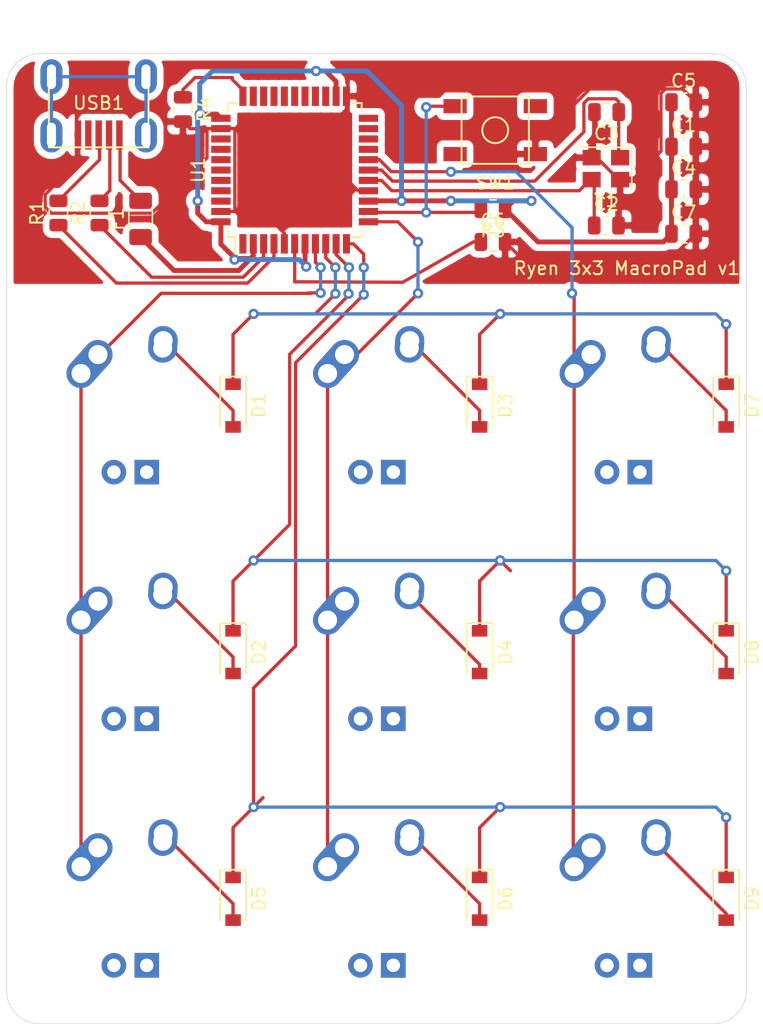
<source format=kicad_pcb>
(kicad_pcb (version 20171130) (host pcbnew "(5.1.2)-2")

  (general
    (thickness 1.6)
    (drawings 9)
    (tracks 297)
    (zones 0)
    (modules 34)
    (nets 50)
  )

  (page A4)
  (layers
    (0 F.Cu signal)
    (31 B.Cu signal)
    (32 B.Adhes user)
    (33 F.Adhes user)
    (34 B.Paste user)
    (35 F.Paste user)
    (36 B.SilkS user)
    (37 F.SilkS user)
    (38 B.Mask user)
    (39 F.Mask user)
    (40 Dwgs.User user)
    (41 Cmts.User user)
    (42 Eco1.User user)
    (43 Eco2.User user)
    (44 Edge.Cuts user)
    (45 Margin user)
    (46 B.CrtYd user)
    (47 F.CrtYd user)
    (48 B.Fab user)
    (49 F.Fab user)
  )

  (setup
    (last_trace_width 0.254)
    (trace_clearance 0.2)
    (zone_clearance 0.508)
    (zone_45_only no)
    (trace_min 0)
    (via_size 0.8)
    (via_drill 0.4)
    (via_min_size 0.4)
    (via_min_drill 0.3)
    (uvia_size 0.3)
    (uvia_drill 0.1)
    (uvias_allowed no)
    (uvia_min_size 0.2)
    (uvia_min_drill 0.1)
    (edge_width 0.05)
    (segment_width 0.2)
    (pcb_text_width 0.3)
    (pcb_text_size 1.5 1.5)
    (mod_edge_width 0.12)
    (mod_text_size 1 1)
    (mod_text_width 0.15)
    (pad_size 1.524 1.524)
    (pad_drill 0.762)
    (pad_to_mask_clearance 0.051)
    (solder_mask_min_width 0.25)
    (aux_axis_origin 0 0)
    (visible_elements 7FFFFFFF)
    (pcbplotparams
      (layerselection 0x010fc_ffffffff)
      (usegerberextensions true)
      (usegerberattributes false)
      (usegerberadvancedattributes false)
      (creategerberjobfile false)
      (excludeedgelayer true)
      (linewidth 0.100000)
      (plotframeref false)
      (viasonmask false)
      (mode 1)
      (useauxorigin false)
      (hpglpennumber 1)
      (hpglpenspeed 20)
      (hpglpendiameter 15.000000)
      (psnegative false)
      (psa4output false)
      (plotreference true)
      (plotvalue true)
      (plotinvisibletext false)
      (padsonsilk false)
      (subtractmaskfromsilk true)
      (outputformat 1)
      (mirror false)
      (drillshape 0)
      (scaleselection 1)
      (outputdirectory ""))
  )

  (net 0 "")
  (net 1 GND)
  (net 2 +5V)
  (net 3 "Net-(C2-Pad1)")
  (net 4 "Net-(C3-Pad1)")
  (net 5 "Net-(C6-Pad1)")
  (net 6 "Net-(D1-Pad2)")
  (net 7 ROW0)
  (net 8 "Net-(D2-Pad2)")
  (net 9 ROW1)
  (net 10 "Net-(D3-Pad2)")
  (net 11 "Net-(D4-Pad2)")
  (net 12 VCC)
  (net 13 COL0)
  (net 14 COL1)
  (net 15 D+)
  (net 16 "Net-(R1-Pad1)")
  (net 17 D-)
  (net 18 "Net-(R2-Pad1)")
  (net 19 "Net-(R3-Pad2)")
  (net 20 "Net-(R4-Pad1)")
  (net 21 "Net-(U1-Pad42)")
  (net 22 "Net-(U1-Pad41)")
  (net 23 "Net-(U1-Pad40)")
  (net 24 "Net-(U1-Pad39)")
  (net 25 "Net-(U1-Pad38)")
  (net 26 "Net-(U1-Pad37)")
  (net 27 "Net-(U1-Pad36)")
  (net 28 "Net-(U1-Pad32)")
  (net 29 "Net-(U1-Pad31)")
  (net 30 "Net-(U1-Pad26)")
  (net 31 "Net-(U1-Pad25)")
  (net 32 "Net-(U1-Pad22)")
  (net 33 "Net-(U1-Pad21)")
  (net 34 "Net-(U1-Pad20)")
  (net 35 "Net-(U1-Pad19)")
  (net 36 "Net-(U1-Pad1)")
  (net 37 "Net-(USB1-Pad6)")
  (net 38 "Net-(USB1-Pad2)")
  (net 39 "Net-(D5-Pad2)")
  (net 40 ROW2)
  (net 41 "Net-(D6-Pad2)")
  (net 42 "Net-(D7-Pad2)")
  (net 43 "Net-(D8-Pad2)")
  (net 44 "Net-(D9-Pad2)")
  (net 45 COL2)
  (net 46 "Net-(U1-Pad30)")
  (net 47 "Net-(U1-Pad27)")
  (net 48 "Net-(U1-Pad29)")
  (net 49 "Net-(U1-Pad28)")

  (net_class Default "This is the default net class."
    (clearance 0.2)
    (trace_width 0.254)
    (via_dia 0.8)
    (via_drill 0.4)
    (uvia_dia 0.3)
    (uvia_drill 0.1)
    (add_net COL0)
    (add_net COL1)
    (add_net COL2)
    (add_net D+)
    (add_net D-)
    (add_net GND)
    (add_net "Net-(C2-Pad1)")
    (add_net "Net-(C3-Pad1)")
    (add_net "Net-(C6-Pad1)")
    (add_net "Net-(D1-Pad2)")
    (add_net "Net-(D2-Pad2)")
    (add_net "Net-(D3-Pad2)")
    (add_net "Net-(D4-Pad2)")
    (add_net "Net-(D5-Pad2)")
    (add_net "Net-(D6-Pad2)")
    (add_net "Net-(D7-Pad2)")
    (add_net "Net-(D8-Pad2)")
    (add_net "Net-(D9-Pad2)")
    (add_net "Net-(R1-Pad1)")
    (add_net "Net-(R2-Pad1)")
    (add_net "Net-(R3-Pad2)")
    (add_net "Net-(R4-Pad1)")
    (add_net "Net-(U1-Pad1)")
    (add_net "Net-(U1-Pad19)")
    (add_net "Net-(U1-Pad20)")
    (add_net "Net-(U1-Pad21)")
    (add_net "Net-(U1-Pad22)")
    (add_net "Net-(U1-Pad25)")
    (add_net "Net-(U1-Pad26)")
    (add_net "Net-(U1-Pad27)")
    (add_net "Net-(U1-Pad28)")
    (add_net "Net-(U1-Pad29)")
    (add_net "Net-(U1-Pad30)")
    (add_net "Net-(U1-Pad31)")
    (add_net "Net-(U1-Pad32)")
    (add_net "Net-(U1-Pad36)")
    (add_net "Net-(U1-Pad37)")
    (add_net "Net-(U1-Pad38)")
    (add_net "Net-(U1-Pad39)")
    (add_net "Net-(U1-Pad40)")
    (add_net "Net-(U1-Pad41)")
    (add_net "Net-(U1-Pad42)")
    (add_net "Net-(USB1-Pad2)")
    (add_net "Net-(USB1-Pad6)")
    (add_net ROW0)
    (add_net ROW1)
    (add_net ROW2)
    (add_net VCC)
  )

  (net_class Power ""
    (clearance 0.2)
    (trace_width 0.381)
    (via_dia 0.8)
    (via_drill 0.4)
    (uvia_dia 0.3)
    (uvia_drill 0.1)
    (add_net +5V)
  )

  (module random-keyboard-parts:Molex-0548190589 (layer F.Cu) (tedit 5C494815) (tstamp 5D4A94D0)
    (at 79.248 57.912 270)
    (path /5D502B45)
    (attr smd)
    (fp_text reference USB1 (at 2.032 0) (layer F.SilkS)
      (effects (font (size 1 1) (thickness 0.15)))
    )
    (fp_text value Molex-0548190589 (at -5.08 0) (layer Dwgs.User)
      (effects (font (size 1 1) (thickness 0.15)))
    )
    (fp_line (start -3.75 -3.85) (end -3.75 3.85) (layer Dwgs.User) (width 0.15))
    (fp_line (start -1.75 -4.572) (end -1.75 4.572) (layer Dwgs.User) (width 0.15))
    (fp_line (start -3.75 3.85) (end 0 3.85) (layer Dwgs.User) (width 0.15))
    (fp_line (start -3.75 -3.85) (end 0 -3.85) (layer Dwgs.User) (width 0.15))
    (fp_line (start 5.45 -3.85) (end 5.45 3.85) (layer F.SilkS) (width 0.15))
    (fp_line (start 0 3.85) (end 5.45 3.85) (layer F.SilkS) (width 0.15))
    (fp_line (start 0 -3.85) (end 5.45 -3.85) (layer F.SilkS) (width 0.15))
    (fp_line (start -3.75 -3.75) (end 5.5 -3.75) (layer F.CrtYd) (width 0.15))
    (fp_line (start 5.5 -3.75) (end 5.5 3.75) (layer F.CrtYd) (width 0.15))
    (fp_line (start 5.5 3.75) (end -3.75 3.75) (layer F.CrtYd) (width 0.15))
    (fp_line (start -3.75 3.75) (end -3.75 -3.75) (layer F.CrtYd) (width 0.15))
    (fp_line (start 5.5 -2) (end 3.25 -2) (layer F.CrtYd) (width 0.15))
    (fp_line (start 3.25 -2) (end 3.25 2) (layer F.CrtYd) (width 0.15))
    (fp_line (start 3.25 2) (end 5.5 2) (layer F.CrtYd) (width 0.15))
    (fp_line (start 5.5 1.25) (end 3.25 1.25) (layer F.CrtYd) (width 0.15))
    (fp_line (start 3.25 0.5) (end 5.5 0.5) (layer F.CrtYd) (width 0.15))
    (fp_line (start 5.5 -0.5) (end 3.25 -0.5) (layer F.CrtYd) (width 0.15))
    (fp_line (start 3.25 -1.25) (end 5.5 -1.25) (layer F.CrtYd) (width 0.15))
    (fp_text user %R (at 2 0) (layer F.CrtYd)
      (effects (font (size 1 1) (thickness 0.15)))
    )
    (pad 1 smd rect (at 4.5 1.6 270) (size 2.25 0.5) (layers F.Cu F.Paste F.Mask)
      (net 1 GND))
    (pad 2 smd rect (at 4.5 0.8 270) (size 2.25 0.5) (layers F.Cu F.Paste F.Mask)
      (net 38 "Net-(USB1-Pad2)"))
    (pad 3 smd rect (at 4.5 0 270) (size 2.25 0.5) (layers F.Cu F.Paste F.Mask)
      (net 15 D+))
    (pad 4 smd rect (at 4.5 -0.8 270) (size 2.25 0.5) (layers F.Cu F.Paste F.Mask)
      (net 17 D-))
    (pad 5 smd rect (at 4.5 -1.6 270) (size 2.25 0.5) (layers F.Cu F.Paste F.Mask)
      (net 12 VCC))
    (pad 6 thru_hole oval (at 4.5 -3.65 270) (size 2.7 1.7) (drill oval 1.9 0.7) (layers *.Cu *.Mask)
      (net 37 "Net-(USB1-Pad6)"))
    (pad 6 thru_hole oval (at 4.5 3.65 270) (size 2.7 1.7) (drill oval 1.9 0.7) (layers *.Cu *.Mask)
      (net 37 "Net-(USB1-Pad6)"))
    (pad 6 thru_hole oval (at 0 3.65 270) (size 2.7 1.7) (drill oval 1.9 0.7) (layers *.Cu *.Mask)
      (net 37 "Net-(USB1-Pad6)"))
    (pad 6 thru_hole oval (at 0 -3.65 270) (size 2.7 1.7) (drill oval 1.9 0.7) (layers *.Cu *.Mask)
      (net 37 "Net-(USB1-Pad6)"))
  )

  (module Crystal:Crystal_SMD_3225-4Pin_3.2x2.5mm (layer F.Cu) (tedit 5A0FD1B2) (tstamp 5D49CF49)
    (at 118.43475 65.01275 180)
    (descr "SMD Crystal SERIES SMD3225/4 http://www.txccrystal.com/images/pdf/7m-accuracy.pdf, 3.2x2.5mm^2 package")
    (tags "SMD SMT crystal")
    (path /5D4E1FE5)
    (attr smd)
    (fp_text reference Y1 (at 0 -2.45) (layer F.SilkS)
      (effects (font (size 1 1) (thickness 0.15)))
    )
    (fp_text value 16MHz (at 0 2.45) (layer F.Fab)
      (effects (font (size 1 1) (thickness 0.15)))
    )
    (fp_line (start 2.1 -1.7) (end -2.1 -1.7) (layer F.CrtYd) (width 0.05))
    (fp_line (start 2.1 1.7) (end 2.1 -1.7) (layer F.CrtYd) (width 0.05))
    (fp_line (start -2.1 1.7) (end 2.1 1.7) (layer F.CrtYd) (width 0.05))
    (fp_line (start -2.1 -1.7) (end -2.1 1.7) (layer F.CrtYd) (width 0.05))
    (fp_line (start -2 1.65) (end 2 1.65) (layer F.SilkS) (width 0.12))
    (fp_line (start -2 -1.65) (end -2 1.65) (layer F.SilkS) (width 0.12))
    (fp_line (start -1.6 0.25) (end -0.6 1.25) (layer F.Fab) (width 0.1))
    (fp_line (start 1.6 -1.25) (end -1.6 -1.25) (layer F.Fab) (width 0.1))
    (fp_line (start 1.6 1.25) (end 1.6 -1.25) (layer F.Fab) (width 0.1))
    (fp_line (start -1.6 1.25) (end 1.6 1.25) (layer F.Fab) (width 0.1))
    (fp_line (start -1.6 -1.25) (end -1.6 1.25) (layer F.Fab) (width 0.1))
    (fp_text user %R (at 0 0) (layer F.Fab)
      (effects (font (size 0.7 0.7) (thickness 0.105)))
    )
    (pad 4 smd rect (at -1.1 -0.85 180) (size 1.4 1.2) (layers F.Cu F.Paste F.Mask)
      (net 1 GND))
    (pad 3 smd rect (at 1.1 -0.85 180) (size 1.4 1.2) (layers F.Cu F.Paste F.Mask)
      (net 3 "Net-(C2-Pad1)"))
    (pad 2 smd rect (at 1.1 0.85 180) (size 1.4 1.2) (layers F.Cu F.Paste F.Mask)
      (net 1 GND))
    (pad 1 smd rect (at -1.1 0.85 180) (size 1.4 1.2) (layers F.Cu F.Paste F.Mask)
      (net 4 "Net-(C3-Pad1)"))
    (model ${KISYS3DMOD}/Crystal.3dshapes/Crystal_SMD_3225-4Pin_3.2x2.5mm.wrl
      (at (xyz 0 0 0))
      (scale (xyz 1 1 1))
      (rotate (xyz 0 0 0))
    )
  )

  (module Package_QFP:TQFP-44_10x10mm_P0.8mm (layer F.Cu) (tedit 5A02F146) (tstamp 5D4A0699)
    (at 94.39275 65.11925 90)
    (descr "44-Lead Plastic Thin Quad Flatpack (PT) - 10x10x1.0 mm Body [TQFP] (see Microchip Packaging Specification 00000049BS.pdf)")
    (tags "QFP 0.8")
    (path /5D488905)
    (attr smd)
    (fp_text reference U1 (at 0 -7.45 90) (layer F.SilkS)
      (effects (font (size 1 1) (thickness 0.15)))
    )
    (fp_text value ATmega32U4-AU (at 0 7.45 90) (layer F.Fab)
      (effects (font (size 1 1) (thickness 0.15)))
    )
    (fp_line (start -5.175 -4.6) (end -6.45 -4.6) (layer F.SilkS) (width 0.15))
    (fp_line (start 5.175 -5.175) (end 4.5 -5.175) (layer F.SilkS) (width 0.15))
    (fp_line (start 5.175 5.175) (end 4.5 5.175) (layer F.SilkS) (width 0.15))
    (fp_line (start -5.175 5.175) (end -4.5 5.175) (layer F.SilkS) (width 0.15))
    (fp_line (start -5.175 -5.175) (end -4.5 -5.175) (layer F.SilkS) (width 0.15))
    (fp_line (start -5.175 5.175) (end -5.175 4.5) (layer F.SilkS) (width 0.15))
    (fp_line (start 5.175 5.175) (end 5.175 4.5) (layer F.SilkS) (width 0.15))
    (fp_line (start 5.175 -5.175) (end 5.175 -4.5) (layer F.SilkS) (width 0.15))
    (fp_line (start -5.175 -5.175) (end -5.175 -4.6) (layer F.SilkS) (width 0.15))
    (fp_line (start -6.7 6.7) (end 6.7 6.7) (layer F.CrtYd) (width 0.05))
    (fp_line (start -6.7 -6.7) (end 6.7 -6.7) (layer F.CrtYd) (width 0.05))
    (fp_line (start 6.7 -6.7) (end 6.7 6.7) (layer F.CrtYd) (width 0.05))
    (fp_line (start -6.7 -6.7) (end -6.7 6.7) (layer F.CrtYd) (width 0.05))
    (fp_line (start -5 -4) (end -4 -5) (layer F.Fab) (width 0.15))
    (fp_line (start -5 5) (end -5 -4) (layer F.Fab) (width 0.15))
    (fp_line (start 5 5) (end -5 5) (layer F.Fab) (width 0.15))
    (fp_line (start 5 -5) (end 5 5) (layer F.Fab) (width 0.15))
    (fp_line (start -4 -5) (end 5 -5) (layer F.Fab) (width 0.15))
    (fp_text user %R (at 0 0 90) (layer F.Fab)
      (effects (font (size 1 1) (thickness 0.15)))
    )
    (pad 44 smd rect (at -4 -5.7 180) (size 1.5 0.55) (layers F.Cu F.Paste F.Mask)
      (net 2 +5V))
    (pad 43 smd rect (at -3.2 -5.7 180) (size 1.5 0.55) (layers F.Cu F.Paste F.Mask)
      (net 1 GND))
    (pad 42 smd rect (at -2.4 -5.7 180) (size 1.5 0.55) (layers F.Cu F.Paste F.Mask)
      (net 21 "Net-(U1-Pad42)"))
    (pad 41 smd rect (at -1.6 -5.7 180) (size 1.5 0.55) (layers F.Cu F.Paste F.Mask)
      (net 22 "Net-(U1-Pad41)"))
    (pad 40 smd rect (at -0.8 -5.7 180) (size 1.5 0.55) (layers F.Cu F.Paste F.Mask)
      (net 23 "Net-(U1-Pad40)"))
    (pad 39 smd rect (at 0 -5.7 180) (size 1.5 0.55) (layers F.Cu F.Paste F.Mask)
      (net 24 "Net-(U1-Pad39)"))
    (pad 38 smd rect (at 0.8 -5.7 180) (size 1.5 0.55) (layers F.Cu F.Paste F.Mask)
      (net 25 "Net-(U1-Pad38)"))
    (pad 37 smd rect (at 1.6 -5.7 180) (size 1.5 0.55) (layers F.Cu F.Paste F.Mask)
      (net 26 "Net-(U1-Pad37)"))
    (pad 36 smd rect (at 2.4 -5.7 180) (size 1.5 0.55) (layers F.Cu F.Paste F.Mask)
      (net 27 "Net-(U1-Pad36)"))
    (pad 35 smd rect (at 3.2 -5.7 180) (size 1.5 0.55) (layers F.Cu F.Paste F.Mask)
      (net 1 GND))
    (pad 34 smd rect (at 4 -5.7 180) (size 1.5 0.55) (layers F.Cu F.Paste F.Mask)
      (net 2 +5V))
    (pad 33 smd rect (at 5.7 -4 90) (size 1.5 0.55) (layers F.Cu F.Paste F.Mask)
      (net 20 "Net-(R4-Pad1)"))
    (pad 32 smd rect (at 5.7 -3.2 90) (size 1.5 0.55) (layers F.Cu F.Paste F.Mask)
      (net 28 "Net-(U1-Pad32)"))
    (pad 31 smd rect (at 5.7 -2.4 90) (size 1.5 0.55) (layers F.Cu F.Paste F.Mask)
      (net 29 "Net-(U1-Pad31)"))
    (pad 30 smd rect (at 5.7 -1.6 90) (size 1.5 0.55) (layers F.Cu F.Paste F.Mask)
      (net 46 "Net-(U1-Pad30)"))
    (pad 29 smd rect (at 5.7 -0.8 90) (size 1.5 0.55) (layers F.Cu F.Paste F.Mask)
      (net 48 "Net-(U1-Pad29)"))
    (pad 28 smd rect (at 5.7 0 90) (size 1.5 0.55) (layers F.Cu F.Paste F.Mask)
      (net 49 "Net-(U1-Pad28)"))
    (pad 27 smd rect (at 5.7 0.8 90) (size 1.5 0.55) (layers F.Cu F.Paste F.Mask)
      (net 47 "Net-(U1-Pad27)"))
    (pad 26 smd rect (at 5.7 1.6 90) (size 1.5 0.55) (layers F.Cu F.Paste F.Mask)
      (net 30 "Net-(U1-Pad26)"))
    (pad 25 smd rect (at 5.7 2.4 90) (size 1.5 0.55) (layers F.Cu F.Paste F.Mask)
      (net 31 "Net-(U1-Pad25)"))
    (pad 24 smd rect (at 5.7 3.2 90) (size 1.5 0.55) (layers F.Cu F.Paste F.Mask)
      (net 2 +5V))
    (pad 23 smd rect (at 5.7 4 90) (size 1.5 0.55) (layers F.Cu F.Paste F.Mask)
      (net 1 GND))
    (pad 22 smd rect (at 4 5.7 180) (size 1.5 0.55) (layers F.Cu F.Paste F.Mask)
      (net 32 "Net-(U1-Pad22)"))
    (pad 21 smd rect (at 3.2 5.7 180) (size 1.5 0.55) (layers F.Cu F.Paste F.Mask)
      (net 33 "Net-(U1-Pad21)"))
    (pad 20 smd rect (at 2.4 5.7 180) (size 1.5 0.55) (layers F.Cu F.Paste F.Mask)
      (net 34 "Net-(U1-Pad20)"))
    (pad 19 smd rect (at 1.6 5.7 180) (size 1.5 0.55) (layers F.Cu F.Paste F.Mask)
      (net 35 "Net-(U1-Pad19)"))
    (pad 18 smd rect (at 0.8 5.7 180) (size 1.5 0.55) (layers F.Cu F.Paste F.Mask)
      (net 45 COL2))
    (pad 17 smd rect (at 0 5.7 180) (size 1.5 0.55) (layers F.Cu F.Paste F.Mask)
      (net 4 "Net-(C3-Pad1)"))
    (pad 16 smd rect (at -0.8 5.7 180) (size 1.5 0.55) (layers F.Cu F.Paste F.Mask)
      (net 3 "Net-(C2-Pad1)"))
    (pad 15 smd rect (at -1.6 5.7 180) (size 1.5 0.55) (layers F.Cu F.Paste F.Mask)
      (net 1 GND))
    (pad 14 smd rect (at -2.4 5.7 180) (size 1.5 0.55) (layers F.Cu F.Paste F.Mask)
      (net 2 +5V))
    (pad 13 smd rect (at -3.2 5.7 180) (size 1.5 0.55) (layers F.Cu F.Paste F.Mask)
      (net 19 "Net-(R3-Pad2)"))
    (pad 12 smd rect (at -4 5.7 180) (size 1.5 0.55) (layers F.Cu F.Paste F.Mask)
      (net 14 COL1))
    (pad 11 smd rect (at -5.7 4 90) (size 1.5 0.55) (layers F.Cu F.Paste F.Mask)
      (net 40 ROW2))
    (pad 10 smd rect (at -5.7 3.2 90) (size 1.5 0.55) (layers F.Cu F.Paste F.Mask)
      (net 9 ROW1))
    (pad 9 smd rect (at -5.7 2.4 90) (size 1.5 0.55) (layers F.Cu F.Paste F.Mask)
      (net 7 ROW0))
    (pad 8 smd rect (at -5.7 1.6 90) (size 1.5 0.55) (layers F.Cu F.Paste F.Mask)
      (net 13 COL0))
    (pad 7 smd rect (at -5.7 0.8 90) (size 1.5 0.55) (layers F.Cu F.Paste F.Mask)
      (net 2 +5V))
    (pad 6 smd rect (at -5.7 0 90) (size 1.5 0.55) (layers F.Cu F.Paste F.Mask)
      (net 5 "Net-(C6-Pad1)"))
    (pad 5 smd rect (at -5.7 -0.8 90) (size 1.5 0.55) (layers F.Cu F.Paste F.Mask)
      (net 1 GND))
    (pad 4 smd rect (at -5.7 -1.6 90) (size 1.5 0.55) (layers F.Cu F.Paste F.Mask)
      (net 16 "Net-(R1-Pad1)"))
    (pad 3 smd rect (at -5.7 -2.4 90) (size 1.5 0.55) (layers F.Cu F.Paste F.Mask)
      (net 18 "Net-(R2-Pad1)"))
    (pad 2 smd rect (at -5.7 -3.2 90) (size 1.5 0.55) (layers F.Cu F.Paste F.Mask)
      (net 2 +5V))
    (pad 1 smd rect (at -5.7 -4 90) (size 1.5 0.55) (layers F.Cu F.Paste F.Mask)
      (net 36 "Net-(U1-Pad1)"))
    (model ${KISYS3DMOD}/Package_QFP.3dshapes/TQFP-44_10x10mm_P0.8mm.wrl
      (at (xyz 0 0 0))
      (scale (xyz 1 1 1))
      (rotate (xyz 0 0 0))
    )
  )

  (module random-keyboard-parts:SKQG-1155865 (layer F.Cu) (tedit 5C42C5DE) (tstamp 5D4A12E0)
    (at 109.88675 62.0395)
    (path /5D4E9F80)
    (attr smd)
    (fp_text reference SW1 (at 0 4.064) (layer F.SilkS)
      (effects (font (size 1 1) (thickness 0.15)))
    )
    (fp_text value SW_Push (at 0 -4.064) (layer F.Fab)
      (effects (font (size 1 1) (thickness 0.15)))
    )
    (fp_line (start -2.6 -2.6) (end 2.6 -2.6) (layer F.SilkS) (width 0.15))
    (fp_line (start 2.6 -2.6) (end 2.6 2.6) (layer F.SilkS) (width 0.15))
    (fp_line (start 2.6 2.6) (end -2.6 2.6) (layer F.SilkS) (width 0.15))
    (fp_line (start -2.6 2.6) (end -2.6 -2.6) (layer F.SilkS) (width 0.15))
    (fp_circle (center 0 0) (end 1 0) (layer F.SilkS) (width 0.15))
    (fp_line (start -4.2 -2.6) (end 4.2 -2.6) (layer F.Fab) (width 0.15))
    (fp_line (start 4.2 -2.6) (end 4.2 -1.2) (layer F.Fab) (width 0.15))
    (fp_line (start 4.2 -1.1) (end 2.6 -1.1) (layer F.Fab) (width 0.15))
    (fp_line (start 2.6 -1.1) (end 2.6 1.1) (layer F.Fab) (width 0.15))
    (fp_line (start 2.6 1.1) (end 4.2 1.1) (layer F.Fab) (width 0.15))
    (fp_line (start 4.2 1.1) (end 4.2 2.6) (layer F.Fab) (width 0.15))
    (fp_line (start 4.2 2.6) (end -4.2 2.6) (layer F.Fab) (width 0.15))
    (fp_line (start -4.2 2.6) (end -4.2 1.1) (layer F.Fab) (width 0.15))
    (fp_line (start -4.2 1.1) (end -2.6 1.1) (layer F.Fab) (width 0.15))
    (fp_line (start -2.6 1.1) (end -2.6 -1.1) (layer F.Fab) (width 0.15))
    (fp_line (start -2.6 -1.1) (end -4.2 -1.1) (layer F.Fab) (width 0.15))
    (fp_line (start -4.2 -1.1) (end -4.2 -2.6) (layer F.Fab) (width 0.15))
    (fp_circle (center 0 0) (end 1 0) (layer F.Fab) (width 0.15))
    (fp_line (start -2.6 -1.1) (end -1.1 -2.6) (layer F.Fab) (width 0.15))
    (fp_line (start 2.6 -1.1) (end 1.1 -2.6) (layer F.Fab) (width 0.15))
    (fp_line (start 2.6 1.1) (end 1.1 2.6) (layer F.Fab) (width 0.15))
    (fp_line (start -2.6 1.1) (end -1.1 2.6) (layer F.Fab) (width 0.15))
    (pad 4 smd rect (at -3.1 1.85) (size 1.8 1.1) (layers F.Cu F.Paste F.Mask))
    (pad 3 smd rect (at 3.1 -1.85) (size 1.8 1.1) (layers F.Cu F.Paste F.Mask))
    (pad 2 smd rect (at -3.1 -1.85) (size 1.8 1.1) (layers F.Cu F.Paste F.Mask)
      (net 19 "Net-(R3-Pad2)"))
    (pad 1 smd rect (at 3.1 1.85) (size 1.8 1.1) (layers F.Cu F.Paste F.Mask)
      (net 1 GND))
  )

  (module Resistor_SMD:R_0805_2012Metric (layer F.Cu) (tedit 5B36C52B) (tstamp 5D49CEB4)
    (at 85.75675 60.437 270)
    (descr "Resistor SMD 0805 (2012 Metric), square (rectangular) end terminal, IPC_7351 nominal, (Body size source: https://docs.google.com/spreadsheets/d/1BsfQQcO9C6DZCsRaXUlFlo91Tg2WpOkGARC1WS5S8t0/edit?usp=sharing), generated with kicad-footprint-generator")
    (tags resistor)
    (path /5D494D63)
    (attr smd)
    (fp_text reference R4 (at 0 -1.65 90) (layer F.SilkS)
      (effects (font (size 1 1) (thickness 0.15)))
    )
    (fp_text value 10k (at 0 1.65 90) (layer F.Fab)
      (effects (font (size 1 1) (thickness 0.15)))
    )
    (fp_line (start -1 0.6) (end -1 -0.6) (layer F.Fab) (width 0.1))
    (fp_line (start -1 -0.6) (end 1 -0.6) (layer F.Fab) (width 0.1))
    (fp_line (start 1 -0.6) (end 1 0.6) (layer F.Fab) (width 0.1))
    (fp_line (start 1 0.6) (end -1 0.6) (layer F.Fab) (width 0.1))
    (fp_line (start -0.258578 -0.71) (end 0.258578 -0.71) (layer F.SilkS) (width 0.12))
    (fp_line (start -0.258578 0.71) (end 0.258578 0.71) (layer F.SilkS) (width 0.12))
    (fp_line (start -1.68 0.95) (end -1.68 -0.95) (layer F.CrtYd) (width 0.05))
    (fp_line (start -1.68 -0.95) (end 1.68 -0.95) (layer F.CrtYd) (width 0.05))
    (fp_line (start 1.68 -0.95) (end 1.68 0.95) (layer F.CrtYd) (width 0.05))
    (fp_line (start 1.68 0.95) (end -1.68 0.95) (layer F.CrtYd) (width 0.05))
    (fp_text user %R (at 0 0 90) (layer F.Fab)
      (effects (font (size 0.5 0.5) (thickness 0.08)))
    )
    (pad 1 smd roundrect (at -0.9375 0 270) (size 0.975 1.4) (layers F.Cu F.Paste F.Mask) (roundrect_rratio 0.25)
      (net 20 "Net-(R4-Pad1)"))
    (pad 2 smd roundrect (at 0.9375 0 270) (size 0.975 1.4) (layers F.Cu F.Paste F.Mask) (roundrect_rratio 0.25)
      (net 1 GND))
    (model ${KISYS3DMOD}/Resistor_SMD.3dshapes/R_0805_2012Metric.wrl
      (at (xyz 0 0 0))
      (scale (xyz 1 1 1))
      (rotate (xyz 0 0 0))
    )
  )

  (module Resistor_SMD:R_0805_2012Metric (layer F.Cu) (tedit 5B36C52B) (tstamp 5D49CEA3)
    (at 109.71125 68.1355 180)
    (descr "Resistor SMD 0805 (2012 Metric), square (rectangular) end terminal, IPC_7351 nominal, (Body size source: https://docs.google.com/spreadsheets/d/1BsfQQcO9C6DZCsRaXUlFlo91Tg2WpOkGARC1WS5S8t0/edit?usp=sharing), generated with kicad-footprint-generator")
    (tags resistor)
    (path /5D4EE481)
    (attr smd)
    (fp_text reference R3 (at 0 -1.65) (layer F.SilkS)
      (effects (font (size 1 1) (thickness 0.15)))
    )
    (fp_text value 10k (at 0 1.65) (layer F.Fab)
      (effects (font (size 1 1) (thickness 0.15)))
    )
    (fp_text user %R (at 0 0) (layer F.Fab)
      (effects (font (size 0.5 0.5) (thickness 0.08)))
    )
    (fp_line (start 1.68 0.95) (end -1.68 0.95) (layer F.CrtYd) (width 0.05))
    (fp_line (start 1.68 -0.95) (end 1.68 0.95) (layer F.CrtYd) (width 0.05))
    (fp_line (start -1.68 -0.95) (end 1.68 -0.95) (layer F.CrtYd) (width 0.05))
    (fp_line (start -1.68 0.95) (end -1.68 -0.95) (layer F.CrtYd) (width 0.05))
    (fp_line (start -0.258578 0.71) (end 0.258578 0.71) (layer F.SilkS) (width 0.12))
    (fp_line (start -0.258578 -0.71) (end 0.258578 -0.71) (layer F.SilkS) (width 0.12))
    (fp_line (start 1 0.6) (end -1 0.6) (layer F.Fab) (width 0.1))
    (fp_line (start 1 -0.6) (end 1 0.6) (layer F.Fab) (width 0.1))
    (fp_line (start -1 -0.6) (end 1 -0.6) (layer F.Fab) (width 0.1))
    (fp_line (start -1 0.6) (end -1 -0.6) (layer F.Fab) (width 0.1))
    (pad 2 smd roundrect (at 0.9375 0 180) (size 0.975 1.4) (layers F.Cu F.Paste F.Mask) (roundrect_rratio 0.25)
      (net 19 "Net-(R3-Pad2)"))
    (pad 1 smd roundrect (at -0.9375 0 180) (size 0.975 1.4) (layers F.Cu F.Paste F.Mask) (roundrect_rratio 0.25)
      (net 2 +5V))
    (model ${KISYS3DMOD}/Resistor_SMD.3dshapes/R_0805_2012Metric.wrl
      (at (xyz 0 0 0))
      (scale (xyz 1 1 1))
      (rotate (xyz 0 0 0))
    )
  )

  (module Resistor_SMD:R_0805_2012Metric (layer F.Cu) (tedit 5B36C52B) (tstamp 5D4A2416)
    (at 79.3115 68.438 90)
    (descr "Resistor SMD 0805 (2012 Metric), square (rectangular) end terminal, IPC_7351 nominal, (Body size source: https://docs.google.com/spreadsheets/d/1BsfQQcO9C6DZCsRaXUlFlo91Tg2WpOkGARC1WS5S8t0/edit?usp=sharing), generated with kicad-footprint-generator")
    (tags resistor)
    (path /5D497511)
    (attr smd)
    (fp_text reference R2 (at 0 -1.65 90) (layer F.SilkS)
      (effects (font (size 1 1) (thickness 0.15)))
    )
    (fp_text value 22 (at 0 1.65 90) (layer F.Fab)
      (effects (font (size 1 1) (thickness 0.15)))
    )
    (fp_line (start -1 0.6) (end -1 -0.6) (layer F.Fab) (width 0.1))
    (fp_line (start -1 -0.6) (end 1 -0.6) (layer F.Fab) (width 0.1))
    (fp_line (start 1 -0.6) (end 1 0.6) (layer F.Fab) (width 0.1))
    (fp_line (start 1 0.6) (end -1 0.6) (layer F.Fab) (width 0.1))
    (fp_line (start -0.258578 -0.71) (end 0.258578 -0.71) (layer F.SilkS) (width 0.12))
    (fp_line (start -0.258578 0.71) (end 0.258578 0.71) (layer F.SilkS) (width 0.12))
    (fp_line (start -1.68 0.95) (end -1.68 -0.95) (layer F.CrtYd) (width 0.05))
    (fp_line (start -1.68 -0.95) (end 1.68 -0.95) (layer F.CrtYd) (width 0.05))
    (fp_line (start 1.68 -0.95) (end 1.68 0.95) (layer F.CrtYd) (width 0.05))
    (fp_line (start 1.68 0.95) (end -1.68 0.95) (layer F.CrtYd) (width 0.05))
    (fp_text user %R (at 0 0 90) (layer F.Fab)
      (effects (font (size 0.5 0.5) (thickness 0.08)))
    )
    (pad 1 smd roundrect (at -0.9375 0 90) (size 0.975 1.4) (layers F.Cu F.Paste F.Mask) (roundrect_rratio 0.25)
      (net 18 "Net-(R2-Pad1)"))
    (pad 2 smd roundrect (at 0.9375 0 90) (size 0.975 1.4) (layers F.Cu F.Paste F.Mask) (roundrect_rratio 0.25)
      (net 17 D-))
    (model ${KISYS3DMOD}/Resistor_SMD.3dshapes/R_0805_2012Metric.wrl
      (at (xyz 0 0 0))
      (scale (xyz 1 1 1))
      (rotate (xyz 0 0 0))
    )
  )

  (module Resistor_SMD:R_0805_2012Metric (layer F.Cu) (tedit 5B36C52B) (tstamp 5D4A1AD5)
    (at 76.1365 68.438 90)
    (descr "Resistor SMD 0805 (2012 Metric), square (rectangular) end terminal, IPC_7351 nominal, (Body size source: https://docs.google.com/spreadsheets/d/1BsfQQcO9C6DZCsRaXUlFlo91Tg2WpOkGARC1WS5S8t0/edit?usp=sharing), generated with kicad-footprint-generator")
    (tags resistor)
    (path /5D49670A)
    (attr smd)
    (fp_text reference R1 (at 0 -1.65 90) (layer F.SilkS)
      (effects (font (size 1 1) (thickness 0.15)))
    )
    (fp_text value 22 (at 0 1.65 90) (layer F.Fab)
      (effects (font (size 1 1) (thickness 0.15)))
    )
    (fp_line (start -1 0.6) (end -1 -0.6) (layer F.Fab) (width 0.1))
    (fp_line (start -1 -0.6) (end 1 -0.6) (layer F.Fab) (width 0.1))
    (fp_line (start 1 -0.6) (end 1 0.6) (layer F.Fab) (width 0.1))
    (fp_line (start 1 0.6) (end -1 0.6) (layer F.Fab) (width 0.1))
    (fp_line (start -0.258578 -0.71) (end 0.258578 -0.71) (layer F.SilkS) (width 0.12))
    (fp_line (start -0.258578 0.71) (end 0.258578 0.71) (layer F.SilkS) (width 0.12))
    (fp_line (start -1.68 0.95) (end -1.68 -0.95) (layer F.CrtYd) (width 0.05))
    (fp_line (start -1.68 -0.95) (end 1.68 -0.95) (layer F.CrtYd) (width 0.05))
    (fp_line (start 1.68 -0.95) (end 1.68 0.95) (layer F.CrtYd) (width 0.05))
    (fp_line (start 1.68 0.95) (end -1.68 0.95) (layer F.CrtYd) (width 0.05))
    (fp_text user %R (at 0 0 90) (layer F.Fab)
      (effects (font (size 0.5 0.5) (thickness 0.08)))
    )
    (pad 1 smd roundrect (at -0.9375 0 90) (size 0.975 1.4) (layers F.Cu F.Paste F.Mask) (roundrect_rratio 0.25)
      (net 16 "Net-(R1-Pad1)"))
    (pad 2 smd roundrect (at 0.9375 0 90) (size 0.975 1.4) (layers F.Cu F.Paste F.Mask) (roundrect_rratio 0.25)
      (net 15 D+))
    (model ${KISYS3DMOD}/Resistor_SMD.3dshapes/R_0805_2012Metric.wrl
      (at (xyz 0 0 0))
      (scale (xyz 1 1 1))
      (rotate (xyz 0 0 0))
    )
  )

  (module MX_Alps_Hybrid_Laptop:MX-1U (layer F.Cu) (tedit 5A9F3A9A) (tstamp 5D49CE70)
    (at 119.79275 121.4755)
    (path /5D5B521D)
    (fp_text reference MX9 (at 0 3.175) (layer Dwgs.User)
      (effects (font (size 1 1) (thickness 0.15)))
    )
    (fp_text value MX-NoLED (at 0 -7.9375) (layer Dwgs.User)
      (effects (font (size 1 1) (thickness 0.15)))
    )
    (fp_line (start -9.525 9.525) (end -9.525 -9.525) (layer Dwgs.User) (width 0.15))
    (fp_line (start 9.525 9.525) (end -9.525 9.525) (layer Dwgs.User) (width 0.15))
    (fp_line (start 9.525 -9.525) (end 9.525 9.525) (layer Dwgs.User) (width 0.15))
    (fp_line (start -9.525 -9.525) (end 9.525 -9.525) (layer Dwgs.User) (width 0.15))
    (fp_line (start -7 -7) (end -7 -5) (layer Dwgs.User) (width 0.15))
    (fp_line (start -5 -7) (end -7 -7) (layer Dwgs.User) (width 0.15))
    (fp_line (start -7 7) (end -5 7) (layer Dwgs.User) (width 0.15))
    (fp_line (start -7 5) (end -7 7) (layer Dwgs.User) (width 0.15))
    (fp_line (start 7 7) (end 7 5) (layer Dwgs.User) (width 0.15))
    (fp_line (start 5 7) (end 7 7) (layer Dwgs.User) (width 0.15))
    (fp_line (start 7 -7) (end 7 -5) (layer Dwgs.User) (width 0.15))
    (fp_line (start 5 -7) (end 7 -7) (layer Dwgs.User) (width 0.15))
    (pad "" np_thru_hole circle (at 5.08 0 48.0996) (size 1.75 1.75) (drill 1.75) (layers *.Cu *.Mask))
    (pad "" np_thru_hole circle (at -5.08 0 48.0996) (size 1.75 1.75) (drill 1.75) (layers *.Cu *.Mask))
    (pad 4 thru_hole rect (at 1.27 5.08) (size 1.905 1.905) (drill 1.04) (layers *.Cu B.Mask))
    (pad 3 thru_hole circle (at -1.27 5.08) (size 1.905 1.905) (drill 1.04) (layers *.Cu B.Mask))
    (pad 1 thru_hole circle (at -2.5 -4) (size 2.25 2.25) (drill 1.47) (layers *.Cu B.Mask)
      (net 45 COL2))
    (pad "" np_thru_hole circle (at 0 0) (size 3.9878 3.9878) (drill 3.9878) (layers *.Cu *.Mask))
    (pad 1 thru_hole oval (at -3.81 -2.54 48.0996) (size 4.211556 2.25) (drill 1.47 (offset 0.980778 0)) (layers *.Cu B.Mask)
      (net 45 COL2))
    (pad 2 thru_hole circle (at 2.54 -5.08) (size 2.25 2.25) (drill 1.47) (layers *.Cu B.Mask)
      (net 44 "Net-(D9-Pad2)"))
    (pad 2 thru_hole oval (at 2.5 -4.5 86.0548) (size 2.831378 2.25) (drill 1.47 (offset 0.290689 0)) (layers *.Cu B.Mask)
      (net 44 "Net-(D9-Pad2)"))
  )

  (module MX_Alps_Hybrid_Laptop:MX-1U (layer F.Cu) (tedit 5A9F3A9A) (tstamp 5D49CE57)
    (at 100.74275 121.4755)
    (path /5D5B524B)
    (fp_text reference MX8 (at 0 3.175) (layer Dwgs.User)
      (effects (font (size 1 1) (thickness 0.15)))
    )
    (fp_text value MX-NoLED (at 0 -7.9375) (layer Dwgs.User)
      (effects (font (size 1 1) (thickness 0.15)))
    )
    (fp_line (start -9.525 9.525) (end -9.525 -9.525) (layer Dwgs.User) (width 0.15))
    (fp_line (start 9.525 9.525) (end -9.525 9.525) (layer Dwgs.User) (width 0.15))
    (fp_line (start 9.525 -9.525) (end 9.525 9.525) (layer Dwgs.User) (width 0.15))
    (fp_line (start -9.525 -9.525) (end 9.525 -9.525) (layer Dwgs.User) (width 0.15))
    (fp_line (start -7 -7) (end -7 -5) (layer Dwgs.User) (width 0.15))
    (fp_line (start -5 -7) (end -7 -7) (layer Dwgs.User) (width 0.15))
    (fp_line (start -7 7) (end -5 7) (layer Dwgs.User) (width 0.15))
    (fp_line (start -7 5) (end -7 7) (layer Dwgs.User) (width 0.15))
    (fp_line (start 7 7) (end 7 5) (layer Dwgs.User) (width 0.15))
    (fp_line (start 5 7) (end 7 7) (layer Dwgs.User) (width 0.15))
    (fp_line (start 7 -7) (end 7 -5) (layer Dwgs.User) (width 0.15))
    (fp_line (start 5 -7) (end 7 -7) (layer Dwgs.User) (width 0.15))
    (pad "" np_thru_hole circle (at 5.08 0 48.0996) (size 1.75 1.75) (drill 1.75) (layers *.Cu *.Mask))
    (pad "" np_thru_hole circle (at -5.08 0 48.0996) (size 1.75 1.75) (drill 1.75) (layers *.Cu *.Mask))
    (pad 4 thru_hole rect (at 1.27 5.08) (size 1.905 1.905) (drill 1.04) (layers *.Cu B.Mask))
    (pad 3 thru_hole circle (at -1.27 5.08) (size 1.905 1.905) (drill 1.04) (layers *.Cu B.Mask))
    (pad 1 thru_hole circle (at -2.5 -4) (size 2.25 2.25) (drill 1.47) (layers *.Cu B.Mask)
      (net 14 COL1))
    (pad "" np_thru_hole circle (at 0 0) (size 3.9878 3.9878) (drill 3.9878) (layers *.Cu *.Mask))
    (pad 1 thru_hole oval (at -3.81 -2.54 48.0996) (size 4.211556 2.25) (drill 1.47 (offset 0.980778 0)) (layers *.Cu B.Mask)
      (net 14 COL1))
    (pad 2 thru_hole circle (at 2.54 -5.08) (size 2.25 2.25) (drill 1.47) (layers *.Cu B.Mask)
      (net 41 "Net-(D6-Pad2)"))
    (pad 2 thru_hole oval (at 2.5 -4.5 86.0548) (size 2.831378 2.25) (drill 1.47 (offset 0.290689 0)) (layers *.Cu B.Mask)
      (net 41 "Net-(D6-Pad2)"))
  )

  (module MX_Alps_Hybrid_Laptop:MX-1U (layer F.Cu) (tedit 5A9F3A9A) (tstamp 5D49CE3E)
    (at 81.69275 121.4755)
    (path /5D5B5236)
    (fp_text reference MX7 (at 0 3.175) (layer Dwgs.User)
      (effects (font (size 1 1) (thickness 0.15)))
    )
    (fp_text value MX-NoLED (at 0 -7.9375) (layer Dwgs.User)
      (effects (font (size 1 1) (thickness 0.15)))
    )
    (fp_line (start -9.525 9.525) (end -9.525 -9.525) (layer Dwgs.User) (width 0.15))
    (fp_line (start 9.525 9.525) (end -9.525 9.525) (layer Dwgs.User) (width 0.15))
    (fp_line (start 9.525 -9.525) (end 9.525 9.525) (layer Dwgs.User) (width 0.15))
    (fp_line (start -9.525 -9.525) (end 9.525 -9.525) (layer Dwgs.User) (width 0.15))
    (fp_line (start -7 -7) (end -7 -5) (layer Dwgs.User) (width 0.15))
    (fp_line (start -5 -7) (end -7 -7) (layer Dwgs.User) (width 0.15))
    (fp_line (start -7 7) (end -5 7) (layer Dwgs.User) (width 0.15))
    (fp_line (start -7 5) (end -7 7) (layer Dwgs.User) (width 0.15))
    (fp_line (start 7 7) (end 7 5) (layer Dwgs.User) (width 0.15))
    (fp_line (start 5 7) (end 7 7) (layer Dwgs.User) (width 0.15))
    (fp_line (start 7 -7) (end 7 -5) (layer Dwgs.User) (width 0.15))
    (fp_line (start 5 -7) (end 7 -7) (layer Dwgs.User) (width 0.15))
    (pad "" np_thru_hole circle (at 5.08 0 48.0996) (size 1.75 1.75) (drill 1.75) (layers *.Cu *.Mask))
    (pad "" np_thru_hole circle (at -5.08 0 48.0996) (size 1.75 1.75) (drill 1.75) (layers *.Cu *.Mask))
    (pad 4 thru_hole rect (at 1.27 5.08) (size 1.905 1.905) (drill 1.04) (layers *.Cu B.Mask))
    (pad 3 thru_hole circle (at -1.27 5.08) (size 1.905 1.905) (drill 1.04) (layers *.Cu B.Mask))
    (pad 1 thru_hole circle (at -2.5 -4) (size 2.25 2.25) (drill 1.47) (layers *.Cu B.Mask)
      (net 13 COL0))
    (pad "" np_thru_hole circle (at 0 0) (size 3.9878 3.9878) (drill 3.9878) (layers *.Cu *.Mask))
    (pad 1 thru_hole oval (at -3.81 -2.54 48.0996) (size 4.211556 2.25) (drill 1.47 (offset 0.980778 0)) (layers *.Cu B.Mask)
      (net 13 COL0))
    (pad 2 thru_hole circle (at 2.54 -5.08) (size 2.25 2.25) (drill 1.47) (layers *.Cu B.Mask)
      (net 39 "Net-(D5-Pad2)"))
    (pad 2 thru_hole oval (at 2.5 -4.5 86.0548) (size 2.831378 2.25) (drill 1.47 (offset 0.290689 0)) (layers *.Cu B.Mask)
      (net 39 "Net-(D5-Pad2)"))
  )

  (module MX_Alps_Hybrid_Laptop:MX-1U (layer F.Cu) (tedit 5A9F3A9A) (tstamp 5D49CE25)
    (at 119.79275 102.4255)
    (path /5D5B071E)
    (fp_text reference MX6 (at 0 3.175) (layer Dwgs.User)
      (effects (font (size 1 1) (thickness 0.15)))
    )
    (fp_text value MX-NoLED (at 0 -7.9375) (layer Dwgs.User)
      (effects (font (size 1 1) (thickness 0.15)))
    )
    (fp_line (start -9.525 9.525) (end -9.525 -9.525) (layer Dwgs.User) (width 0.15))
    (fp_line (start 9.525 9.525) (end -9.525 9.525) (layer Dwgs.User) (width 0.15))
    (fp_line (start 9.525 -9.525) (end 9.525 9.525) (layer Dwgs.User) (width 0.15))
    (fp_line (start -9.525 -9.525) (end 9.525 -9.525) (layer Dwgs.User) (width 0.15))
    (fp_line (start -7 -7) (end -7 -5) (layer Dwgs.User) (width 0.15))
    (fp_line (start -5 -7) (end -7 -7) (layer Dwgs.User) (width 0.15))
    (fp_line (start -7 7) (end -5 7) (layer Dwgs.User) (width 0.15))
    (fp_line (start -7 5) (end -7 7) (layer Dwgs.User) (width 0.15))
    (fp_line (start 7 7) (end 7 5) (layer Dwgs.User) (width 0.15))
    (fp_line (start 5 7) (end 7 7) (layer Dwgs.User) (width 0.15))
    (fp_line (start 7 -7) (end 7 -5) (layer Dwgs.User) (width 0.15))
    (fp_line (start 5 -7) (end 7 -7) (layer Dwgs.User) (width 0.15))
    (pad "" np_thru_hole circle (at 5.08 0 48.0996) (size 1.75 1.75) (drill 1.75) (layers *.Cu *.Mask))
    (pad "" np_thru_hole circle (at -5.08 0 48.0996) (size 1.75 1.75) (drill 1.75) (layers *.Cu *.Mask))
    (pad 4 thru_hole rect (at 1.27 5.08) (size 1.905 1.905) (drill 1.04) (layers *.Cu B.Mask))
    (pad 3 thru_hole circle (at -1.27 5.08) (size 1.905 1.905) (drill 1.04) (layers *.Cu B.Mask))
    (pad 1 thru_hole circle (at -2.5 -4) (size 2.25 2.25) (drill 1.47) (layers *.Cu B.Mask)
      (net 45 COL2))
    (pad "" np_thru_hole circle (at 0 0) (size 3.9878 3.9878) (drill 3.9878) (layers *.Cu *.Mask))
    (pad 1 thru_hole oval (at -3.81 -2.54 48.0996) (size 4.211556 2.25) (drill 1.47 (offset 0.980778 0)) (layers *.Cu B.Mask)
      (net 45 COL2))
    (pad 2 thru_hole circle (at 2.54 -5.08) (size 2.25 2.25) (drill 1.47) (layers *.Cu B.Mask)
      (net 43 "Net-(D8-Pad2)"))
    (pad 2 thru_hole oval (at 2.5 -4.5 86.0548) (size 2.831378 2.25) (drill 1.47 (offset 0.290689 0)) (layers *.Cu B.Mask)
      (net 43 "Net-(D8-Pad2)"))
  )

  (module MX_Alps_Hybrid_Laptop:MX-1U (layer F.Cu) (tedit 5A9F3A9A) (tstamp 5D49CE0C)
    (at 100.74275 102.4255)
    (path /5D524289)
    (fp_text reference MX5 (at 0 3.175) (layer Dwgs.User)
      (effects (font (size 1 1) (thickness 0.15)))
    )
    (fp_text value MX-NoLED (at 0 -7.9375) (layer Dwgs.User)
      (effects (font (size 1 1) (thickness 0.15)))
    )
    (fp_line (start -9.525 9.525) (end -9.525 -9.525) (layer Dwgs.User) (width 0.15))
    (fp_line (start 9.525 9.525) (end -9.525 9.525) (layer Dwgs.User) (width 0.15))
    (fp_line (start 9.525 -9.525) (end 9.525 9.525) (layer Dwgs.User) (width 0.15))
    (fp_line (start -9.525 -9.525) (end 9.525 -9.525) (layer Dwgs.User) (width 0.15))
    (fp_line (start -7 -7) (end -7 -5) (layer Dwgs.User) (width 0.15))
    (fp_line (start -5 -7) (end -7 -7) (layer Dwgs.User) (width 0.15))
    (fp_line (start -7 7) (end -5 7) (layer Dwgs.User) (width 0.15))
    (fp_line (start -7 5) (end -7 7) (layer Dwgs.User) (width 0.15))
    (fp_line (start 7 7) (end 7 5) (layer Dwgs.User) (width 0.15))
    (fp_line (start 5 7) (end 7 7) (layer Dwgs.User) (width 0.15))
    (fp_line (start 7 -7) (end 7 -5) (layer Dwgs.User) (width 0.15))
    (fp_line (start 5 -7) (end 7 -7) (layer Dwgs.User) (width 0.15))
    (pad "" np_thru_hole circle (at 5.08 0 48.0996) (size 1.75 1.75) (drill 1.75) (layers *.Cu *.Mask))
    (pad "" np_thru_hole circle (at -5.08 0 48.0996) (size 1.75 1.75) (drill 1.75) (layers *.Cu *.Mask))
    (pad 4 thru_hole rect (at 1.27 5.08) (size 1.905 1.905) (drill 1.04) (layers *.Cu B.Mask))
    (pad 3 thru_hole circle (at -1.27 5.08) (size 1.905 1.905) (drill 1.04) (layers *.Cu B.Mask))
    (pad 1 thru_hole circle (at -2.5 -4) (size 2.25 2.25) (drill 1.47) (layers *.Cu B.Mask)
      (net 14 COL1))
    (pad "" np_thru_hole circle (at 0 0) (size 3.9878 3.9878) (drill 3.9878) (layers *.Cu *.Mask))
    (pad 1 thru_hole oval (at -3.81 -2.54 48.0996) (size 4.211556 2.25) (drill 1.47 (offset 0.980778 0)) (layers *.Cu B.Mask)
      (net 14 COL1))
    (pad 2 thru_hole circle (at 2.54 -5.08) (size 2.25 2.25) (drill 1.47) (layers *.Cu B.Mask)
      (net 11 "Net-(D4-Pad2)"))
    (pad 2 thru_hole oval (at 2.5 -4.5 86.0548) (size 2.831378 2.25) (drill 1.47 (offset 0.290689 0)) (layers *.Cu B.Mask)
      (net 11 "Net-(D4-Pad2)"))
  )

  (module MX_Alps_Hybrid_Laptop:MX-1U (layer F.Cu) (tedit 5A9F3A9A) (tstamp 5D49CDF3)
    (at 81.69275 102.4255)
    (path /5D524274)
    (fp_text reference MX4 (at 0 3.175) (layer Dwgs.User)
      (effects (font (size 1 1) (thickness 0.15)))
    )
    (fp_text value MX-NoLED (at 0 -7.9375) (layer Dwgs.User)
      (effects (font (size 1 1) (thickness 0.15)))
    )
    (fp_line (start -9.525 9.525) (end -9.525 -9.525) (layer Dwgs.User) (width 0.15))
    (fp_line (start 9.525 9.525) (end -9.525 9.525) (layer Dwgs.User) (width 0.15))
    (fp_line (start 9.525 -9.525) (end 9.525 9.525) (layer Dwgs.User) (width 0.15))
    (fp_line (start -9.525 -9.525) (end 9.525 -9.525) (layer Dwgs.User) (width 0.15))
    (fp_line (start -7 -7) (end -7 -5) (layer Dwgs.User) (width 0.15))
    (fp_line (start -5 -7) (end -7 -7) (layer Dwgs.User) (width 0.15))
    (fp_line (start -7 7) (end -5 7) (layer Dwgs.User) (width 0.15))
    (fp_line (start -7 5) (end -7 7) (layer Dwgs.User) (width 0.15))
    (fp_line (start 7 7) (end 7 5) (layer Dwgs.User) (width 0.15))
    (fp_line (start 5 7) (end 7 7) (layer Dwgs.User) (width 0.15))
    (fp_line (start 7 -7) (end 7 -5) (layer Dwgs.User) (width 0.15))
    (fp_line (start 5 -7) (end 7 -7) (layer Dwgs.User) (width 0.15))
    (pad "" np_thru_hole circle (at 5.08 0 48.0996) (size 1.75 1.75) (drill 1.75) (layers *.Cu *.Mask))
    (pad "" np_thru_hole circle (at -5.08 0 48.0996) (size 1.75 1.75) (drill 1.75) (layers *.Cu *.Mask))
    (pad 4 thru_hole rect (at 1.27 5.08) (size 1.905 1.905) (drill 1.04) (layers *.Cu B.Mask))
    (pad 3 thru_hole circle (at -1.27 5.08) (size 1.905 1.905) (drill 1.04) (layers *.Cu B.Mask))
    (pad 1 thru_hole circle (at -2.5 -4) (size 2.25 2.25) (drill 1.47) (layers *.Cu B.Mask)
      (net 13 COL0))
    (pad "" np_thru_hole circle (at 0 0) (size 3.9878 3.9878) (drill 3.9878) (layers *.Cu *.Mask))
    (pad 1 thru_hole oval (at -3.81 -2.54 48.0996) (size 4.211556 2.25) (drill 1.47 (offset 0.980778 0)) (layers *.Cu B.Mask)
      (net 13 COL0))
    (pad 2 thru_hole circle (at 2.54 -5.08) (size 2.25 2.25) (drill 1.47) (layers *.Cu B.Mask)
      (net 8 "Net-(D2-Pad2)"))
    (pad 2 thru_hole oval (at 2.5 -4.5 86.0548) (size 2.831378 2.25) (drill 1.47 (offset 0.290689 0)) (layers *.Cu B.Mask)
      (net 8 "Net-(D2-Pad2)"))
  )

  (module MX_Alps_Hybrid_Laptop:MX-1U (layer F.Cu) (tedit 5A9F3A9A) (tstamp 5D49CDDA)
    (at 119.79275 83.3755)
    (path /5D5B0729)
    (fp_text reference MX3 (at 0 3.175) (layer Dwgs.User)
      (effects (font (size 1 1) (thickness 0.15)))
    )
    (fp_text value MX-NoLED (at 0 -7.9375) (layer Dwgs.User)
      (effects (font (size 1 1) (thickness 0.15)))
    )
    (fp_line (start -9.525 9.525) (end -9.525 -9.525) (layer Dwgs.User) (width 0.15))
    (fp_line (start 9.525 9.525) (end -9.525 9.525) (layer Dwgs.User) (width 0.15))
    (fp_line (start 9.525 -9.525) (end 9.525 9.525) (layer Dwgs.User) (width 0.15))
    (fp_line (start -9.525 -9.525) (end 9.525 -9.525) (layer Dwgs.User) (width 0.15))
    (fp_line (start -7 -7) (end -7 -5) (layer Dwgs.User) (width 0.15))
    (fp_line (start -5 -7) (end -7 -7) (layer Dwgs.User) (width 0.15))
    (fp_line (start -7 7) (end -5 7) (layer Dwgs.User) (width 0.15))
    (fp_line (start -7 5) (end -7 7) (layer Dwgs.User) (width 0.15))
    (fp_line (start 7 7) (end 7 5) (layer Dwgs.User) (width 0.15))
    (fp_line (start 5 7) (end 7 7) (layer Dwgs.User) (width 0.15))
    (fp_line (start 7 -7) (end 7 -5) (layer Dwgs.User) (width 0.15))
    (fp_line (start 5 -7) (end 7 -7) (layer Dwgs.User) (width 0.15))
    (pad "" np_thru_hole circle (at 5.08 0 48.0996) (size 1.75 1.75) (drill 1.75) (layers *.Cu *.Mask))
    (pad "" np_thru_hole circle (at -5.08 0 48.0996) (size 1.75 1.75) (drill 1.75) (layers *.Cu *.Mask))
    (pad 4 thru_hole rect (at 1.27 5.08) (size 1.905 1.905) (drill 1.04) (layers *.Cu B.Mask))
    (pad 3 thru_hole circle (at -1.27 5.08) (size 1.905 1.905) (drill 1.04) (layers *.Cu B.Mask))
    (pad 1 thru_hole circle (at -2.5 -4) (size 2.25 2.25) (drill 1.47) (layers *.Cu B.Mask)
      (net 45 COL2))
    (pad "" np_thru_hole circle (at 0 0) (size 3.9878 3.9878) (drill 3.9878) (layers *.Cu *.Mask))
    (pad 1 thru_hole oval (at -3.81 -2.54 48.0996) (size 4.211556 2.25) (drill 1.47 (offset 0.980778 0)) (layers *.Cu B.Mask)
      (net 45 COL2))
    (pad 2 thru_hole circle (at 2.54 -5.08) (size 2.25 2.25) (drill 1.47) (layers *.Cu B.Mask)
      (net 42 "Net-(D7-Pad2)"))
    (pad 2 thru_hole oval (at 2.5 -4.5 86.0548) (size 2.831378 2.25) (drill 1.47 (offset 0.290689 0)) (layers *.Cu B.Mask)
      (net 42 "Net-(D7-Pad2)"))
  )

  (module MX_Alps_Hybrid_Laptop:MX-1U (layer F.Cu) (tedit 5A9F3A9A) (tstamp 5D49CDC1)
    (at 100.74275 83.3755)
    (path /5D522410)
    (fp_text reference MX2 (at 0 3.175) (layer Dwgs.User)
      (effects (font (size 1 1) (thickness 0.15)))
    )
    (fp_text value MX-NoLED (at 0 -7.9375) (layer Dwgs.User)
      (effects (font (size 1 1) (thickness 0.15)))
    )
    (fp_line (start -9.525 9.525) (end -9.525 -9.525) (layer Dwgs.User) (width 0.15))
    (fp_line (start 9.525 9.525) (end -9.525 9.525) (layer Dwgs.User) (width 0.15))
    (fp_line (start 9.525 -9.525) (end 9.525 9.525) (layer Dwgs.User) (width 0.15))
    (fp_line (start -9.525 -9.525) (end 9.525 -9.525) (layer Dwgs.User) (width 0.15))
    (fp_line (start -7 -7) (end -7 -5) (layer Dwgs.User) (width 0.15))
    (fp_line (start -5 -7) (end -7 -7) (layer Dwgs.User) (width 0.15))
    (fp_line (start -7 7) (end -5 7) (layer Dwgs.User) (width 0.15))
    (fp_line (start -7 5) (end -7 7) (layer Dwgs.User) (width 0.15))
    (fp_line (start 7 7) (end 7 5) (layer Dwgs.User) (width 0.15))
    (fp_line (start 5 7) (end 7 7) (layer Dwgs.User) (width 0.15))
    (fp_line (start 7 -7) (end 7 -5) (layer Dwgs.User) (width 0.15))
    (fp_line (start 5 -7) (end 7 -7) (layer Dwgs.User) (width 0.15))
    (pad "" np_thru_hole circle (at 5.08 0 48.0996) (size 1.75 1.75) (drill 1.75) (layers *.Cu *.Mask))
    (pad "" np_thru_hole circle (at -5.08 0 48.0996) (size 1.75 1.75) (drill 1.75) (layers *.Cu *.Mask))
    (pad 4 thru_hole rect (at 1.27 5.08) (size 1.905 1.905) (drill 1.04) (layers *.Cu B.Mask))
    (pad 3 thru_hole circle (at -1.27 5.08) (size 1.905 1.905) (drill 1.04) (layers *.Cu B.Mask))
    (pad 1 thru_hole circle (at -2.5 -4) (size 2.25 2.25) (drill 1.47) (layers *.Cu B.Mask)
      (net 14 COL1))
    (pad "" np_thru_hole circle (at 0 0) (size 3.9878 3.9878) (drill 3.9878) (layers *.Cu *.Mask))
    (pad 1 thru_hole oval (at -3.81 -2.54 48.0996) (size 4.211556 2.25) (drill 1.47 (offset 0.980778 0)) (layers *.Cu B.Mask)
      (net 14 COL1))
    (pad 2 thru_hole circle (at 2.54 -5.08) (size 2.25 2.25) (drill 1.47) (layers *.Cu B.Mask)
      (net 10 "Net-(D3-Pad2)"))
    (pad 2 thru_hole oval (at 2.5 -4.5 86.0548) (size 2.831378 2.25) (drill 1.47 (offset 0.290689 0)) (layers *.Cu B.Mask)
      (net 10 "Net-(D3-Pad2)"))
  )

  (module MX_Alps_Hybrid_Laptop:MX-1U (layer F.Cu) (tedit 5A9F3A9A) (tstamp 5D49CDA8)
    (at 81.69275 83.3755)
    (path /5D5167EF)
    (fp_text reference MX1 (at 0 3.175) (layer Dwgs.User)
      (effects (font (size 1 1) (thickness 0.15)))
    )
    (fp_text value MX-NoLED (at 0 -7.9375) (layer Dwgs.User)
      (effects (font (size 1 1) (thickness 0.15)))
    )
    (fp_line (start -9.525 9.525) (end -9.525 -9.525) (layer Dwgs.User) (width 0.15))
    (fp_line (start 9.525 9.525) (end -9.525 9.525) (layer Dwgs.User) (width 0.15))
    (fp_line (start 9.525 -9.525) (end 9.525 9.525) (layer Dwgs.User) (width 0.15))
    (fp_line (start -9.525 -9.525) (end 9.525 -9.525) (layer Dwgs.User) (width 0.15))
    (fp_line (start -7 -7) (end -7 -5) (layer Dwgs.User) (width 0.15))
    (fp_line (start -5 -7) (end -7 -7) (layer Dwgs.User) (width 0.15))
    (fp_line (start -7 7) (end -5 7) (layer Dwgs.User) (width 0.15))
    (fp_line (start -7 5) (end -7 7) (layer Dwgs.User) (width 0.15))
    (fp_line (start 7 7) (end 7 5) (layer Dwgs.User) (width 0.15))
    (fp_line (start 5 7) (end 7 7) (layer Dwgs.User) (width 0.15))
    (fp_line (start 7 -7) (end 7 -5) (layer Dwgs.User) (width 0.15))
    (fp_line (start 5 -7) (end 7 -7) (layer Dwgs.User) (width 0.15))
    (pad "" np_thru_hole circle (at 5.08 0 48.0996) (size 1.75 1.75) (drill 1.75) (layers *.Cu *.Mask))
    (pad "" np_thru_hole circle (at -5.08 0 48.0996) (size 1.75 1.75) (drill 1.75) (layers *.Cu *.Mask))
    (pad 4 thru_hole rect (at 1.27 5.08) (size 1.905 1.905) (drill 1.04) (layers *.Cu B.Mask))
    (pad 3 thru_hole circle (at -1.27 5.08) (size 1.905 1.905) (drill 1.04) (layers *.Cu B.Mask))
    (pad 1 thru_hole circle (at -2.5 -4) (size 2.25 2.25) (drill 1.47) (layers *.Cu B.Mask)
      (net 13 COL0))
    (pad "" np_thru_hole circle (at 0 0) (size 3.9878 3.9878) (drill 3.9878) (layers *.Cu *.Mask))
    (pad 1 thru_hole oval (at -3.81 -2.54 48.0996) (size 4.211556 2.25) (drill 1.47 (offset 0.980778 0)) (layers *.Cu B.Mask)
      (net 13 COL0))
    (pad 2 thru_hole circle (at 2.54 -5.08) (size 2.25 2.25) (drill 1.47) (layers *.Cu B.Mask)
      (net 6 "Net-(D1-Pad2)"))
    (pad 2 thru_hole oval (at 2.5 -4.5 86.0548) (size 2.831378 2.25) (drill 1.47 (offset 0.290689 0)) (layers *.Cu B.Mask)
      (net 6 "Net-(D1-Pad2)"))
  )

  (module Fuse:Fuse_1206_3216Metric (layer F.Cu) (tedit 5B301BBE) (tstamp 5D49CD8F)
    (at 82.4865 68.9005 90)
    (descr "Fuse SMD 1206 (3216 Metric), square (rectangular) end terminal, IPC_7351 nominal, (Body size source: http://www.tortai-tech.com/upload/download/2011102023233369053.pdf), generated with kicad-footprint-generator")
    (tags resistor)
    (path /5D503D13)
    (attr smd)
    (fp_text reference F1 (at 0 -1.82 90) (layer F.SilkS)
      (effects (font (size 1 1) (thickness 0.15)))
    )
    (fp_text value Polyfuse (at 0 1.82 90) (layer F.Fab)
      (effects (font (size 1 1) (thickness 0.15)))
    )
    (fp_line (start -1.6 0.8) (end -1.6 -0.8) (layer F.Fab) (width 0.1))
    (fp_line (start -1.6 -0.8) (end 1.6 -0.8) (layer F.Fab) (width 0.1))
    (fp_line (start 1.6 -0.8) (end 1.6 0.8) (layer F.Fab) (width 0.1))
    (fp_line (start 1.6 0.8) (end -1.6 0.8) (layer F.Fab) (width 0.1))
    (fp_line (start -0.602064 -0.91) (end 0.602064 -0.91) (layer F.SilkS) (width 0.12))
    (fp_line (start -0.602064 0.91) (end 0.602064 0.91) (layer F.SilkS) (width 0.12))
    (fp_line (start -2.28 1.12) (end -2.28 -1.12) (layer F.CrtYd) (width 0.05))
    (fp_line (start -2.28 -1.12) (end 2.28 -1.12) (layer F.CrtYd) (width 0.05))
    (fp_line (start 2.28 -1.12) (end 2.28 1.12) (layer F.CrtYd) (width 0.05))
    (fp_line (start 2.28 1.12) (end -2.28 1.12) (layer F.CrtYd) (width 0.05))
    (fp_text user %R (at 0 0 90) (layer F.Fab)
      (effects (font (size 0.8 0.8) (thickness 0.12)))
    )
    (pad 1 smd roundrect (at -1.4 0 90) (size 1.25 1.75) (layers F.Cu F.Paste F.Mask) (roundrect_rratio 0.2)
      (net 2 +5V))
    (pad 2 smd roundrect (at 1.4 0 90) (size 1.25 1.75) (layers F.Cu F.Paste F.Mask) (roundrect_rratio 0.2)
      (net 12 VCC))
    (model ${KISYS3DMOD}/Fuse.3dshapes/Fuse_1206_3216Metric.wrl
      (at (xyz 0 0 0))
      (scale (xyz 1 1 1))
      (rotate (xyz 0 0 0))
    )
  )

  (module Diode_SMD:D_SOD-123 (layer F.Cu) (tedit 58645DC7) (tstamp 5D49CD7E)
    (at 127.73025 121.413 270)
    (descr SOD-123)
    (tags SOD-123)
    (path /5D5B5227)
    (attr smd)
    (fp_text reference D9 (at 0 -2 90) (layer F.SilkS)
      (effects (font (size 1 1) (thickness 0.15)))
    )
    (fp_text value SOD-123 (at 0 2.1 90) (layer F.Fab)
      (effects (font (size 1 1) (thickness 0.15)))
    )
    (fp_line (start -2.25 -1) (end 1.65 -1) (layer F.SilkS) (width 0.12))
    (fp_line (start -2.25 1) (end 1.65 1) (layer F.SilkS) (width 0.12))
    (fp_line (start -2.35 -1.15) (end -2.35 1.15) (layer F.CrtYd) (width 0.05))
    (fp_line (start 2.35 1.15) (end -2.35 1.15) (layer F.CrtYd) (width 0.05))
    (fp_line (start 2.35 -1.15) (end 2.35 1.15) (layer F.CrtYd) (width 0.05))
    (fp_line (start -2.35 -1.15) (end 2.35 -1.15) (layer F.CrtYd) (width 0.05))
    (fp_line (start -1.4 -0.9) (end 1.4 -0.9) (layer F.Fab) (width 0.1))
    (fp_line (start 1.4 -0.9) (end 1.4 0.9) (layer F.Fab) (width 0.1))
    (fp_line (start 1.4 0.9) (end -1.4 0.9) (layer F.Fab) (width 0.1))
    (fp_line (start -1.4 0.9) (end -1.4 -0.9) (layer F.Fab) (width 0.1))
    (fp_line (start -0.75 0) (end -0.35 0) (layer F.Fab) (width 0.1))
    (fp_line (start -0.35 0) (end -0.35 -0.55) (layer F.Fab) (width 0.1))
    (fp_line (start -0.35 0) (end -0.35 0.55) (layer F.Fab) (width 0.1))
    (fp_line (start -0.35 0) (end 0.25 -0.4) (layer F.Fab) (width 0.1))
    (fp_line (start 0.25 -0.4) (end 0.25 0.4) (layer F.Fab) (width 0.1))
    (fp_line (start 0.25 0.4) (end -0.35 0) (layer F.Fab) (width 0.1))
    (fp_line (start 0.25 0) (end 0.75 0) (layer F.Fab) (width 0.1))
    (fp_line (start -2.25 -1) (end -2.25 1) (layer F.SilkS) (width 0.12))
    (fp_text user %R (at 0 -2 90) (layer F.Fab)
      (effects (font (size 1 1) (thickness 0.15)))
    )
    (pad 2 smd rect (at 1.65 0 270) (size 0.9 1.2) (layers F.Cu F.Paste F.Mask)
      (net 44 "Net-(D9-Pad2)"))
    (pad 1 smd rect (at -1.65 0 270) (size 0.9 1.2) (layers F.Cu F.Paste F.Mask)
      (net 40 ROW2))
    (model ${KISYS3DMOD}/Diode_SMD.3dshapes/D_SOD-123.wrl
      (at (xyz 0 0 0))
      (scale (xyz 1 1 1))
      (rotate (xyz 0 0 0))
    )
  )

  (module Diode_SMD:D_SOD-123 (layer F.Cu) (tedit 58645DC7) (tstamp 5D49CD65)
    (at 127.73025 102.363 270)
    (descr SOD-123)
    (tags SOD-123)
    (path /5D5B0714)
    (attr smd)
    (fp_text reference D8 (at 0 -2 90) (layer F.SilkS)
      (effects (font (size 1 1) (thickness 0.15)))
    )
    (fp_text value SOD-123 (at 0 2.1 90) (layer F.Fab)
      (effects (font (size 1 1) (thickness 0.15)))
    )
    (fp_line (start -2.25 -1) (end 1.65 -1) (layer F.SilkS) (width 0.12))
    (fp_line (start -2.25 1) (end 1.65 1) (layer F.SilkS) (width 0.12))
    (fp_line (start -2.35 -1.15) (end -2.35 1.15) (layer F.CrtYd) (width 0.05))
    (fp_line (start 2.35 1.15) (end -2.35 1.15) (layer F.CrtYd) (width 0.05))
    (fp_line (start 2.35 -1.15) (end 2.35 1.15) (layer F.CrtYd) (width 0.05))
    (fp_line (start -2.35 -1.15) (end 2.35 -1.15) (layer F.CrtYd) (width 0.05))
    (fp_line (start -1.4 -0.9) (end 1.4 -0.9) (layer F.Fab) (width 0.1))
    (fp_line (start 1.4 -0.9) (end 1.4 0.9) (layer F.Fab) (width 0.1))
    (fp_line (start 1.4 0.9) (end -1.4 0.9) (layer F.Fab) (width 0.1))
    (fp_line (start -1.4 0.9) (end -1.4 -0.9) (layer F.Fab) (width 0.1))
    (fp_line (start -0.75 0) (end -0.35 0) (layer F.Fab) (width 0.1))
    (fp_line (start -0.35 0) (end -0.35 -0.55) (layer F.Fab) (width 0.1))
    (fp_line (start -0.35 0) (end -0.35 0.55) (layer F.Fab) (width 0.1))
    (fp_line (start -0.35 0) (end 0.25 -0.4) (layer F.Fab) (width 0.1))
    (fp_line (start 0.25 -0.4) (end 0.25 0.4) (layer F.Fab) (width 0.1))
    (fp_line (start 0.25 0.4) (end -0.35 0) (layer F.Fab) (width 0.1))
    (fp_line (start 0.25 0) (end 0.75 0) (layer F.Fab) (width 0.1))
    (fp_line (start -2.25 -1) (end -2.25 1) (layer F.SilkS) (width 0.12))
    (fp_text user %R (at 0 -2 90) (layer F.Fab)
      (effects (font (size 1 1) (thickness 0.15)))
    )
    (pad 2 smd rect (at 1.65 0 270) (size 0.9 1.2) (layers F.Cu F.Paste F.Mask)
      (net 43 "Net-(D8-Pad2)"))
    (pad 1 smd rect (at -1.65 0 270) (size 0.9 1.2) (layers F.Cu F.Paste F.Mask)
      (net 9 ROW1))
    (model ${KISYS3DMOD}/Diode_SMD.3dshapes/D_SOD-123.wrl
      (at (xyz 0 0 0))
      (scale (xyz 1 1 1))
      (rotate (xyz 0 0 0))
    )
  )

  (module Diode_SMD:D_SOD-123 (layer F.Cu) (tedit 58645DC7) (tstamp 5D49CD4C)
    (at 127.73025 83.313 270)
    (descr SOD-123)
    (tags SOD-123)
    (path /5D5B0738)
    (attr smd)
    (fp_text reference D7 (at 0 -2 90) (layer F.SilkS)
      (effects (font (size 1 1) (thickness 0.15)))
    )
    (fp_text value SOD-123 (at 0 2.1 90) (layer F.Fab)
      (effects (font (size 1 1) (thickness 0.15)))
    )
    (fp_line (start -2.25 -1) (end 1.65 -1) (layer F.SilkS) (width 0.12))
    (fp_line (start -2.25 1) (end 1.65 1) (layer F.SilkS) (width 0.12))
    (fp_line (start -2.35 -1.15) (end -2.35 1.15) (layer F.CrtYd) (width 0.05))
    (fp_line (start 2.35 1.15) (end -2.35 1.15) (layer F.CrtYd) (width 0.05))
    (fp_line (start 2.35 -1.15) (end 2.35 1.15) (layer F.CrtYd) (width 0.05))
    (fp_line (start -2.35 -1.15) (end 2.35 -1.15) (layer F.CrtYd) (width 0.05))
    (fp_line (start -1.4 -0.9) (end 1.4 -0.9) (layer F.Fab) (width 0.1))
    (fp_line (start 1.4 -0.9) (end 1.4 0.9) (layer F.Fab) (width 0.1))
    (fp_line (start 1.4 0.9) (end -1.4 0.9) (layer F.Fab) (width 0.1))
    (fp_line (start -1.4 0.9) (end -1.4 -0.9) (layer F.Fab) (width 0.1))
    (fp_line (start -0.75 0) (end -0.35 0) (layer F.Fab) (width 0.1))
    (fp_line (start -0.35 0) (end -0.35 -0.55) (layer F.Fab) (width 0.1))
    (fp_line (start -0.35 0) (end -0.35 0.55) (layer F.Fab) (width 0.1))
    (fp_line (start -0.35 0) (end 0.25 -0.4) (layer F.Fab) (width 0.1))
    (fp_line (start 0.25 -0.4) (end 0.25 0.4) (layer F.Fab) (width 0.1))
    (fp_line (start 0.25 0.4) (end -0.35 0) (layer F.Fab) (width 0.1))
    (fp_line (start 0.25 0) (end 0.75 0) (layer F.Fab) (width 0.1))
    (fp_line (start -2.25 -1) (end -2.25 1) (layer F.SilkS) (width 0.12))
    (fp_text user %R (at 0 -2 90) (layer F.Fab)
      (effects (font (size 1 1) (thickness 0.15)))
    )
    (pad 2 smd rect (at 1.65 0 270) (size 0.9 1.2) (layers F.Cu F.Paste F.Mask)
      (net 42 "Net-(D7-Pad2)"))
    (pad 1 smd rect (at -1.65 0 270) (size 0.9 1.2) (layers F.Cu F.Paste F.Mask)
      (net 7 ROW0))
    (model ${KISYS3DMOD}/Diode_SMD.3dshapes/D_SOD-123.wrl
      (at (xyz 0 0 0))
      (scale (xyz 1 1 1))
      (rotate (xyz 0 0 0))
    )
  )

  (module Diode_SMD:D_SOD-123 (layer F.Cu) (tedit 58645DC7) (tstamp 5D49CD33)
    (at 108.68025 121.413 270)
    (descr SOD-123)
    (tags SOD-123)
    (path /5D5B5255)
    (attr smd)
    (fp_text reference D6 (at 0 -2 90) (layer F.SilkS)
      (effects (font (size 1 1) (thickness 0.15)))
    )
    (fp_text value SOD-123 (at 0 2.1 90) (layer F.Fab)
      (effects (font (size 1 1) (thickness 0.15)))
    )
    (fp_line (start -2.25 -1) (end 1.65 -1) (layer F.SilkS) (width 0.12))
    (fp_line (start -2.25 1) (end 1.65 1) (layer F.SilkS) (width 0.12))
    (fp_line (start -2.35 -1.15) (end -2.35 1.15) (layer F.CrtYd) (width 0.05))
    (fp_line (start 2.35 1.15) (end -2.35 1.15) (layer F.CrtYd) (width 0.05))
    (fp_line (start 2.35 -1.15) (end 2.35 1.15) (layer F.CrtYd) (width 0.05))
    (fp_line (start -2.35 -1.15) (end 2.35 -1.15) (layer F.CrtYd) (width 0.05))
    (fp_line (start -1.4 -0.9) (end 1.4 -0.9) (layer F.Fab) (width 0.1))
    (fp_line (start 1.4 -0.9) (end 1.4 0.9) (layer F.Fab) (width 0.1))
    (fp_line (start 1.4 0.9) (end -1.4 0.9) (layer F.Fab) (width 0.1))
    (fp_line (start -1.4 0.9) (end -1.4 -0.9) (layer F.Fab) (width 0.1))
    (fp_line (start -0.75 0) (end -0.35 0) (layer F.Fab) (width 0.1))
    (fp_line (start -0.35 0) (end -0.35 -0.55) (layer F.Fab) (width 0.1))
    (fp_line (start -0.35 0) (end -0.35 0.55) (layer F.Fab) (width 0.1))
    (fp_line (start -0.35 0) (end 0.25 -0.4) (layer F.Fab) (width 0.1))
    (fp_line (start 0.25 -0.4) (end 0.25 0.4) (layer F.Fab) (width 0.1))
    (fp_line (start 0.25 0.4) (end -0.35 0) (layer F.Fab) (width 0.1))
    (fp_line (start 0.25 0) (end 0.75 0) (layer F.Fab) (width 0.1))
    (fp_line (start -2.25 -1) (end -2.25 1) (layer F.SilkS) (width 0.12))
    (fp_text user %R (at 0 -2 90) (layer F.Fab)
      (effects (font (size 1 1) (thickness 0.15)))
    )
    (pad 2 smd rect (at 1.65 0 270) (size 0.9 1.2) (layers F.Cu F.Paste F.Mask)
      (net 41 "Net-(D6-Pad2)"))
    (pad 1 smd rect (at -1.65 0 270) (size 0.9 1.2) (layers F.Cu F.Paste F.Mask)
      (net 40 ROW2))
    (model ${KISYS3DMOD}/Diode_SMD.3dshapes/D_SOD-123.wrl
      (at (xyz 0 0 0))
      (scale (xyz 1 1 1))
      (rotate (xyz 0 0 0))
    )
  )

  (module Diode_SMD:D_SOD-123 (layer F.Cu) (tedit 58645DC7) (tstamp 5D49CD1A)
    (at 89.63025 121.413 270)
    (descr SOD-123)
    (tags SOD-123)
    (path /5D5B5240)
    (attr smd)
    (fp_text reference D5 (at 0 -2 90) (layer F.SilkS)
      (effects (font (size 1 1) (thickness 0.15)))
    )
    (fp_text value SOD-123 (at 0 2.1 90) (layer F.Fab)
      (effects (font (size 1 1) (thickness 0.15)))
    )
    (fp_line (start -2.25 -1) (end 1.65 -1) (layer F.SilkS) (width 0.12))
    (fp_line (start -2.25 1) (end 1.65 1) (layer F.SilkS) (width 0.12))
    (fp_line (start -2.35 -1.15) (end -2.35 1.15) (layer F.CrtYd) (width 0.05))
    (fp_line (start 2.35 1.15) (end -2.35 1.15) (layer F.CrtYd) (width 0.05))
    (fp_line (start 2.35 -1.15) (end 2.35 1.15) (layer F.CrtYd) (width 0.05))
    (fp_line (start -2.35 -1.15) (end 2.35 -1.15) (layer F.CrtYd) (width 0.05))
    (fp_line (start -1.4 -0.9) (end 1.4 -0.9) (layer F.Fab) (width 0.1))
    (fp_line (start 1.4 -0.9) (end 1.4 0.9) (layer F.Fab) (width 0.1))
    (fp_line (start 1.4 0.9) (end -1.4 0.9) (layer F.Fab) (width 0.1))
    (fp_line (start -1.4 0.9) (end -1.4 -0.9) (layer F.Fab) (width 0.1))
    (fp_line (start -0.75 0) (end -0.35 0) (layer F.Fab) (width 0.1))
    (fp_line (start -0.35 0) (end -0.35 -0.55) (layer F.Fab) (width 0.1))
    (fp_line (start -0.35 0) (end -0.35 0.55) (layer F.Fab) (width 0.1))
    (fp_line (start -0.35 0) (end 0.25 -0.4) (layer F.Fab) (width 0.1))
    (fp_line (start 0.25 -0.4) (end 0.25 0.4) (layer F.Fab) (width 0.1))
    (fp_line (start 0.25 0.4) (end -0.35 0) (layer F.Fab) (width 0.1))
    (fp_line (start 0.25 0) (end 0.75 0) (layer F.Fab) (width 0.1))
    (fp_line (start -2.25 -1) (end -2.25 1) (layer F.SilkS) (width 0.12))
    (fp_text user %R (at 0 -2 90) (layer F.Fab)
      (effects (font (size 1 1) (thickness 0.15)))
    )
    (pad 2 smd rect (at 1.65 0 270) (size 0.9 1.2) (layers F.Cu F.Paste F.Mask)
      (net 39 "Net-(D5-Pad2)"))
    (pad 1 smd rect (at -1.65 0 270) (size 0.9 1.2) (layers F.Cu F.Paste F.Mask)
      (net 40 ROW2))
    (model ${KISYS3DMOD}/Diode_SMD.3dshapes/D_SOD-123.wrl
      (at (xyz 0 0 0))
      (scale (xyz 1 1 1))
      (rotate (xyz 0 0 0))
    )
  )

  (module Diode_SMD:D_SOD-123 (layer F.Cu) (tedit 58645DC7) (tstamp 5D49CD01)
    (at 108.68025 102.363 270)
    (descr SOD-123)
    (tags SOD-123)
    (path /5D524293)
    (attr smd)
    (fp_text reference D4 (at 0 -2 90) (layer F.SilkS)
      (effects (font (size 1 1) (thickness 0.15)))
    )
    (fp_text value SOD-123 (at 0 2.1 90) (layer F.Fab)
      (effects (font (size 1 1) (thickness 0.15)))
    )
    (fp_line (start -2.25 -1) (end 1.65 -1) (layer F.SilkS) (width 0.12))
    (fp_line (start -2.25 1) (end 1.65 1) (layer F.SilkS) (width 0.12))
    (fp_line (start -2.35 -1.15) (end -2.35 1.15) (layer F.CrtYd) (width 0.05))
    (fp_line (start 2.35 1.15) (end -2.35 1.15) (layer F.CrtYd) (width 0.05))
    (fp_line (start 2.35 -1.15) (end 2.35 1.15) (layer F.CrtYd) (width 0.05))
    (fp_line (start -2.35 -1.15) (end 2.35 -1.15) (layer F.CrtYd) (width 0.05))
    (fp_line (start -1.4 -0.9) (end 1.4 -0.9) (layer F.Fab) (width 0.1))
    (fp_line (start 1.4 -0.9) (end 1.4 0.9) (layer F.Fab) (width 0.1))
    (fp_line (start 1.4 0.9) (end -1.4 0.9) (layer F.Fab) (width 0.1))
    (fp_line (start -1.4 0.9) (end -1.4 -0.9) (layer F.Fab) (width 0.1))
    (fp_line (start -0.75 0) (end -0.35 0) (layer F.Fab) (width 0.1))
    (fp_line (start -0.35 0) (end -0.35 -0.55) (layer F.Fab) (width 0.1))
    (fp_line (start -0.35 0) (end -0.35 0.55) (layer F.Fab) (width 0.1))
    (fp_line (start -0.35 0) (end 0.25 -0.4) (layer F.Fab) (width 0.1))
    (fp_line (start 0.25 -0.4) (end 0.25 0.4) (layer F.Fab) (width 0.1))
    (fp_line (start 0.25 0.4) (end -0.35 0) (layer F.Fab) (width 0.1))
    (fp_line (start 0.25 0) (end 0.75 0) (layer F.Fab) (width 0.1))
    (fp_line (start -2.25 -1) (end -2.25 1) (layer F.SilkS) (width 0.12))
    (fp_text user %R (at 0 -2 90) (layer F.Fab)
      (effects (font (size 1 1) (thickness 0.15)))
    )
    (pad 2 smd rect (at 1.65 0 270) (size 0.9 1.2) (layers F.Cu F.Paste F.Mask)
      (net 11 "Net-(D4-Pad2)"))
    (pad 1 smd rect (at -1.65 0 270) (size 0.9 1.2) (layers F.Cu F.Paste F.Mask)
      (net 9 ROW1))
    (model ${KISYS3DMOD}/Diode_SMD.3dshapes/D_SOD-123.wrl
      (at (xyz 0 0 0))
      (scale (xyz 1 1 1))
      (rotate (xyz 0 0 0))
    )
  )

  (module Diode_SMD:D_SOD-123 (layer F.Cu) (tedit 58645DC7) (tstamp 5D49CCE8)
    (at 108.68025 83.313 270)
    (descr SOD-123)
    (tags SOD-123)
    (path /5D52241A)
    (attr smd)
    (fp_text reference D3 (at 0 -2 90) (layer F.SilkS)
      (effects (font (size 1 1) (thickness 0.15)))
    )
    (fp_text value SOD-123 (at 0 2.1 90) (layer F.Fab)
      (effects (font (size 1 1) (thickness 0.15)))
    )
    (fp_line (start -2.25 -1) (end 1.65 -1) (layer F.SilkS) (width 0.12))
    (fp_line (start -2.25 1) (end 1.65 1) (layer F.SilkS) (width 0.12))
    (fp_line (start -2.35 -1.15) (end -2.35 1.15) (layer F.CrtYd) (width 0.05))
    (fp_line (start 2.35 1.15) (end -2.35 1.15) (layer F.CrtYd) (width 0.05))
    (fp_line (start 2.35 -1.15) (end 2.35 1.15) (layer F.CrtYd) (width 0.05))
    (fp_line (start -2.35 -1.15) (end 2.35 -1.15) (layer F.CrtYd) (width 0.05))
    (fp_line (start -1.4 -0.9) (end 1.4 -0.9) (layer F.Fab) (width 0.1))
    (fp_line (start 1.4 -0.9) (end 1.4 0.9) (layer F.Fab) (width 0.1))
    (fp_line (start 1.4 0.9) (end -1.4 0.9) (layer F.Fab) (width 0.1))
    (fp_line (start -1.4 0.9) (end -1.4 -0.9) (layer F.Fab) (width 0.1))
    (fp_line (start -0.75 0) (end -0.35 0) (layer F.Fab) (width 0.1))
    (fp_line (start -0.35 0) (end -0.35 -0.55) (layer F.Fab) (width 0.1))
    (fp_line (start -0.35 0) (end -0.35 0.55) (layer F.Fab) (width 0.1))
    (fp_line (start -0.35 0) (end 0.25 -0.4) (layer F.Fab) (width 0.1))
    (fp_line (start 0.25 -0.4) (end 0.25 0.4) (layer F.Fab) (width 0.1))
    (fp_line (start 0.25 0.4) (end -0.35 0) (layer F.Fab) (width 0.1))
    (fp_line (start 0.25 0) (end 0.75 0) (layer F.Fab) (width 0.1))
    (fp_line (start -2.25 -1) (end -2.25 1) (layer F.SilkS) (width 0.12))
    (fp_text user %R (at 0 -2 90) (layer F.Fab)
      (effects (font (size 1 1) (thickness 0.15)))
    )
    (pad 2 smd rect (at 1.65 0 270) (size 0.9 1.2) (layers F.Cu F.Paste F.Mask)
      (net 10 "Net-(D3-Pad2)"))
    (pad 1 smd rect (at -1.65 0 270) (size 0.9 1.2) (layers F.Cu F.Paste F.Mask)
      (net 7 ROW0))
    (model ${KISYS3DMOD}/Diode_SMD.3dshapes/D_SOD-123.wrl
      (at (xyz 0 0 0))
      (scale (xyz 1 1 1))
      (rotate (xyz 0 0 0))
    )
  )

  (module Diode_SMD:D_SOD-123 (layer F.Cu) (tedit 58645DC7) (tstamp 5D49CCCF)
    (at 89.63025 102.363 270)
    (descr SOD-123)
    (tags SOD-123)
    (path /5D52427E)
    (attr smd)
    (fp_text reference D2 (at 0 -2 90) (layer F.SilkS)
      (effects (font (size 1 1) (thickness 0.15)))
    )
    (fp_text value SOD-123 (at 0 2.1 90) (layer F.Fab)
      (effects (font (size 1 1) (thickness 0.15)))
    )
    (fp_line (start -2.25 -1) (end 1.65 -1) (layer F.SilkS) (width 0.12))
    (fp_line (start -2.25 1) (end 1.65 1) (layer F.SilkS) (width 0.12))
    (fp_line (start -2.35 -1.15) (end -2.35 1.15) (layer F.CrtYd) (width 0.05))
    (fp_line (start 2.35 1.15) (end -2.35 1.15) (layer F.CrtYd) (width 0.05))
    (fp_line (start 2.35 -1.15) (end 2.35 1.15) (layer F.CrtYd) (width 0.05))
    (fp_line (start -2.35 -1.15) (end 2.35 -1.15) (layer F.CrtYd) (width 0.05))
    (fp_line (start -1.4 -0.9) (end 1.4 -0.9) (layer F.Fab) (width 0.1))
    (fp_line (start 1.4 -0.9) (end 1.4 0.9) (layer F.Fab) (width 0.1))
    (fp_line (start 1.4 0.9) (end -1.4 0.9) (layer F.Fab) (width 0.1))
    (fp_line (start -1.4 0.9) (end -1.4 -0.9) (layer F.Fab) (width 0.1))
    (fp_line (start -0.75 0) (end -0.35 0) (layer F.Fab) (width 0.1))
    (fp_line (start -0.35 0) (end -0.35 -0.55) (layer F.Fab) (width 0.1))
    (fp_line (start -0.35 0) (end -0.35 0.55) (layer F.Fab) (width 0.1))
    (fp_line (start -0.35 0) (end 0.25 -0.4) (layer F.Fab) (width 0.1))
    (fp_line (start 0.25 -0.4) (end 0.25 0.4) (layer F.Fab) (width 0.1))
    (fp_line (start 0.25 0.4) (end -0.35 0) (layer F.Fab) (width 0.1))
    (fp_line (start 0.25 0) (end 0.75 0) (layer F.Fab) (width 0.1))
    (fp_line (start -2.25 -1) (end -2.25 1) (layer F.SilkS) (width 0.12))
    (fp_text user %R (at 0 -2 90) (layer F.Fab)
      (effects (font (size 1 1) (thickness 0.15)))
    )
    (pad 2 smd rect (at 1.65 0 270) (size 0.9 1.2) (layers F.Cu F.Paste F.Mask)
      (net 8 "Net-(D2-Pad2)"))
    (pad 1 smd rect (at -1.65 0 270) (size 0.9 1.2) (layers F.Cu F.Paste F.Mask)
      (net 9 ROW1))
    (model ${KISYS3DMOD}/Diode_SMD.3dshapes/D_SOD-123.wrl
      (at (xyz 0 0 0))
      (scale (xyz 1 1 1))
      (rotate (xyz 0 0 0))
    )
  )

  (module Diode_SMD:D_SOD-123 (layer F.Cu) (tedit 58645DC7) (tstamp 5D49CCB6)
    (at 89.63025 83.313 270)
    (descr SOD-123)
    (tags SOD-123)
    (path /5D5178A9)
    (attr smd)
    (fp_text reference D1 (at 0 -2 90) (layer F.SilkS)
      (effects (font (size 1 1) (thickness 0.15)))
    )
    (fp_text value SOD-123 (at 0 2.1 90) (layer F.Fab)
      (effects (font (size 1 1) (thickness 0.15)))
    )
    (fp_line (start -2.25 -1) (end 1.65 -1) (layer F.SilkS) (width 0.12))
    (fp_line (start -2.25 1) (end 1.65 1) (layer F.SilkS) (width 0.12))
    (fp_line (start -2.35 -1.15) (end -2.35 1.15) (layer F.CrtYd) (width 0.05))
    (fp_line (start 2.35 1.15) (end -2.35 1.15) (layer F.CrtYd) (width 0.05))
    (fp_line (start 2.35 -1.15) (end 2.35 1.15) (layer F.CrtYd) (width 0.05))
    (fp_line (start -2.35 -1.15) (end 2.35 -1.15) (layer F.CrtYd) (width 0.05))
    (fp_line (start -1.4 -0.9) (end 1.4 -0.9) (layer F.Fab) (width 0.1))
    (fp_line (start 1.4 -0.9) (end 1.4 0.9) (layer F.Fab) (width 0.1))
    (fp_line (start 1.4 0.9) (end -1.4 0.9) (layer F.Fab) (width 0.1))
    (fp_line (start -1.4 0.9) (end -1.4 -0.9) (layer F.Fab) (width 0.1))
    (fp_line (start -0.75 0) (end -0.35 0) (layer F.Fab) (width 0.1))
    (fp_line (start -0.35 0) (end -0.35 -0.55) (layer F.Fab) (width 0.1))
    (fp_line (start -0.35 0) (end -0.35 0.55) (layer F.Fab) (width 0.1))
    (fp_line (start -0.35 0) (end 0.25 -0.4) (layer F.Fab) (width 0.1))
    (fp_line (start 0.25 -0.4) (end 0.25 0.4) (layer F.Fab) (width 0.1))
    (fp_line (start 0.25 0.4) (end -0.35 0) (layer F.Fab) (width 0.1))
    (fp_line (start 0.25 0) (end 0.75 0) (layer F.Fab) (width 0.1))
    (fp_line (start -2.25 -1) (end -2.25 1) (layer F.SilkS) (width 0.12))
    (fp_text user %R (at 0 -2 90) (layer F.Fab)
      (effects (font (size 1 1) (thickness 0.15)))
    )
    (pad 2 smd rect (at 1.65 0 270) (size 0.9 1.2) (layers F.Cu F.Paste F.Mask)
      (net 6 "Net-(D1-Pad2)"))
    (pad 1 smd rect (at -1.65 0 270) (size 0.9 1.2) (layers F.Cu F.Paste F.Mask)
      (net 7 ROW0))
    (model ${KISYS3DMOD}/Diode_SMD.3dshapes/D_SOD-123.wrl
      (at (xyz 0 0 0))
      (scale (xyz 1 1 1))
      (rotate (xyz 0 0 0))
    )
  )

  (module Capacitor_SMD:C_0805_2012Metric (layer F.Cu) (tedit 5B36C52B) (tstamp 5D49CC9D)
    (at 124.44325 70.0405)
    (descr "Capacitor SMD 0805 (2012 Metric), square (rectangular) end terminal, IPC_7351 nominal, (Body size source: https://docs.google.com/spreadsheets/d/1BsfQQcO9C6DZCsRaXUlFlo91Tg2WpOkGARC1WS5S8t0/edit?usp=sharing), generated with kicad-footprint-generator")
    (tags capacitor)
    (path /5D49B7C9)
    (attr smd)
    (fp_text reference C7 (at 0 -1.65) (layer F.SilkS)
      (effects (font (size 1 1) (thickness 0.15)))
    )
    (fp_text value 0.1uF (at 0 1.65) (layer F.Fab)
      (effects (font (size 1 1) (thickness 0.15)))
    )
    (fp_text user %R (at 0 0) (layer F.Fab)
      (effects (font (size 0.5 0.5) (thickness 0.08)))
    )
    (fp_line (start 1.68 0.95) (end -1.68 0.95) (layer F.CrtYd) (width 0.05))
    (fp_line (start 1.68 -0.95) (end 1.68 0.95) (layer F.CrtYd) (width 0.05))
    (fp_line (start -1.68 -0.95) (end 1.68 -0.95) (layer F.CrtYd) (width 0.05))
    (fp_line (start -1.68 0.95) (end -1.68 -0.95) (layer F.CrtYd) (width 0.05))
    (fp_line (start -0.258578 0.71) (end 0.258578 0.71) (layer F.SilkS) (width 0.12))
    (fp_line (start -0.258578 -0.71) (end 0.258578 -0.71) (layer F.SilkS) (width 0.12))
    (fp_line (start 1 0.6) (end -1 0.6) (layer F.Fab) (width 0.1))
    (fp_line (start 1 -0.6) (end 1 0.6) (layer F.Fab) (width 0.1))
    (fp_line (start -1 -0.6) (end 1 -0.6) (layer F.Fab) (width 0.1))
    (fp_line (start -1 0.6) (end -1 -0.6) (layer F.Fab) (width 0.1))
    (pad 2 smd roundrect (at 0.9375 0) (size 0.975 1.4) (layers F.Cu F.Paste F.Mask) (roundrect_rratio 0.25)
      (net 1 GND))
    (pad 1 smd roundrect (at -0.9375 0) (size 0.975 1.4) (layers F.Cu F.Paste F.Mask) (roundrect_rratio 0.25)
      (net 2 +5V))
    (model ${KISYS3DMOD}/Capacitor_SMD.3dshapes/C_0805_2012Metric.wrl
      (at (xyz 0 0 0))
      (scale (xyz 1 1 1))
      (rotate (xyz 0 0 0))
    )
  )

  (module Capacitor_SMD:C_0805_2012Metric (layer F.Cu) (tedit 5B36C52B) (tstamp 5D4A01C5)
    (at 109.71125 70.6755)
    (descr "Capacitor SMD 0805 (2012 Metric), square (rectangular) end terminal, IPC_7351 nominal, (Body size source: https://docs.google.com/spreadsheets/d/1BsfQQcO9C6DZCsRaXUlFlo91Tg2WpOkGARC1WS5S8t0/edit?usp=sharing), generated with kicad-footprint-generator")
    (tags capacitor)
    (path /5D4982EB)
    (attr smd)
    (fp_text reference C6 (at 0 -1.65) (layer F.SilkS)
      (effects (font (size 1 1) (thickness 0.15)))
    )
    (fp_text value 1uF (at 0 1.65) (layer F.Fab)
      (effects (font (size 1 1) (thickness 0.15)))
    )
    (fp_line (start -1 0.6) (end -1 -0.6) (layer F.Fab) (width 0.1))
    (fp_line (start -1 -0.6) (end 1 -0.6) (layer F.Fab) (width 0.1))
    (fp_line (start 1 -0.6) (end 1 0.6) (layer F.Fab) (width 0.1))
    (fp_line (start 1 0.6) (end -1 0.6) (layer F.Fab) (width 0.1))
    (fp_line (start -0.258578 -0.71) (end 0.258578 -0.71) (layer F.SilkS) (width 0.12))
    (fp_line (start -0.258578 0.71) (end 0.258578 0.71) (layer F.SilkS) (width 0.12))
    (fp_line (start -1.68 0.95) (end -1.68 -0.95) (layer F.CrtYd) (width 0.05))
    (fp_line (start -1.68 -0.95) (end 1.68 -0.95) (layer F.CrtYd) (width 0.05))
    (fp_line (start 1.68 -0.95) (end 1.68 0.95) (layer F.CrtYd) (width 0.05))
    (fp_line (start 1.68 0.95) (end -1.68 0.95) (layer F.CrtYd) (width 0.05))
    (fp_text user %R (at 0 0) (layer F.Fab)
      (effects (font (size 0.5 0.5) (thickness 0.08)))
    )
    (pad 1 smd roundrect (at -0.9375 0) (size 0.975 1.4) (layers F.Cu F.Paste F.Mask) (roundrect_rratio 0.25)
      (net 5 "Net-(C6-Pad1)"))
    (pad 2 smd roundrect (at 0.9375 0) (size 0.975 1.4) (layers F.Cu F.Paste F.Mask) (roundrect_rratio 0.25)
      (net 1 GND))
    (model ${KISYS3DMOD}/Capacitor_SMD.3dshapes/C_0805_2012Metric.wrl
      (at (xyz 0 0 0))
      (scale (xyz 1 1 1))
      (rotate (xyz 0 0 0))
    )
  )

  (module Capacitor_SMD:C_0805_2012Metric (layer F.Cu) (tedit 5B36C52B) (tstamp 5D49CC7B)
    (at 124.44325 59.8805)
    (descr "Capacitor SMD 0805 (2012 Metric), square (rectangular) end terminal, IPC_7351 nominal, (Body size source: https://docs.google.com/spreadsheets/d/1BsfQQcO9C6DZCsRaXUlFlo91Tg2WpOkGARC1WS5S8t0/edit?usp=sharing), generated with kicad-footprint-generator")
    (tags capacitor)
    (path /5D49B386)
    (attr smd)
    (fp_text reference C5 (at 0 -1.65) (layer F.SilkS)
      (effects (font (size 1 1) (thickness 0.15)))
    )
    (fp_text value 0.1uF (at 0 1.65) (layer F.Fab)
      (effects (font (size 1 1) (thickness 0.15)))
    )
    (fp_text user %R (at 0 0) (layer F.Fab)
      (effects (font (size 0.5 0.5) (thickness 0.08)))
    )
    (fp_line (start 1.68 0.95) (end -1.68 0.95) (layer F.CrtYd) (width 0.05))
    (fp_line (start 1.68 -0.95) (end 1.68 0.95) (layer F.CrtYd) (width 0.05))
    (fp_line (start -1.68 -0.95) (end 1.68 -0.95) (layer F.CrtYd) (width 0.05))
    (fp_line (start -1.68 0.95) (end -1.68 -0.95) (layer F.CrtYd) (width 0.05))
    (fp_line (start -0.258578 0.71) (end 0.258578 0.71) (layer F.SilkS) (width 0.12))
    (fp_line (start -0.258578 -0.71) (end 0.258578 -0.71) (layer F.SilkS) (width 0.12))
    (fp_line (start 1 0.6) (end -1 0.6) (layer F.Fab) (width 0.1))
    (fp_line (start 1 -0.6) (end 1 0.6) (layer F.Fab) (width 0.1))
    (fp_line (start -1 -0.6) (end 1 -0.6) (layer F.Fab) (width 0.1))
    (fp_line (start -1 0.6) (end -1 -0.6) (layer F.Fab) (width 0.1))
    (pad 2 smd roundrect (at 0.9375 0) (size 0.975 1.4) (layers F.Cu F.Paste F.Mask) (roundrect_rratio 0.25)
      (net 1 GND))
    (pad 1 smd roundrect (at -0.9375 0) (size 0.975 1.4) (layers F.Cu F.Paste F.Mask) (roundrect_rratio 0.25)
      (net 2 +5V))
    (model ${KISYS3DMOD}/Capacitor_SMD.3dshapes/C_0805_2012Metric.wrl
      (at (xyz 0 0 0))
      (scale (xyz 1 1 1))
      (rotate (xyz 0 0 0))
    )
  )

  (module Capacitor_SMD:C_0805_2012Metric (layer F.Cu) (tedit 5B36C52B) (tstamp 5D49CC6A)
    (at 124.44325 66.6115)
    (descr "Capacitor SMD 0805 (2012 Metric), square (rectangular) end terminal, IPC_7351 nominal, (Body size source: https://docs.google.com/spreadsheets/d/1BsfQQcO9C6DZCsRaXUlFlo91Tg2WpOkGARC1WS5S8t0/edit?usp=sharing), generated with kicad-footprint-generator")
    (tags capacitor)
    (path /5D49AC13)
    (attr smd)
    (fp_text reference C4 (at 0 -1.65) (layer F.SilkS)
      (effects (font (size 1 1) (thickness 0.15)))
    )
    (fp_text value 0.1uF (at 0 1.65) (layer F.Fab)
      (effects (font (size 1 1) (thickness 0.15)))
    )
    (fp_text user %R (at 0 0) (layer F.Fab)
      (effects (font (size 0.5 0.5) (thickness 0.08)))
    )
    (fp_line (start 1.68 0.95) (end -1.68 0.95) (layer F.CrtYd) (width 0.05))
    (fp_line (start 1.68 -0.95) (end 1.68 0.95) (layer F.CrtYd) (width 0.05))
    (fp_line (start -1.68 -0.95) (end 1.68 -0.95) (layer F.CrtYd) (width 0.05))
    (fp_line (start -1.68 0.95) (end -1.68 -0.95) (layer F.CrtYd) (width 0.05))
    (fp_line (start -0.258578 0.71) (end 0.258578 0.71) (layer F.SilkS) (width 0.12))
    (fp_line (start -0.258578 -0.71) (end 0.258578 -0.71) (layer F.SilkS) (width 0.12))
    (fp_line (start 1 0.6) (end -1 0.6) (layer F.Fab) (width 0.1))
    (fp_line (start 1 -0.6) (end 1 0.6) (layer F.Fab) (width 0.1))
    (fp_line (start -1 -0.6) (end 1 -0.6) (layer F.Fab) (width 0.1))
    (fp_line (start -1 0.6) (end -1 -0.6) (layer F.Fab) (width 0.1))
    (pad 2 smd roundrect (at 0.9375 0) (size 0.975 1.4) (layers F.Cu F.Paste F.Mask) (roundrect_rratio 0.25)
      (net 1 GND))
    (pad 1 smd roundrect (at -0.9375 0) (size 0.975 1.4) (layers F.Cu F.Paste F.Mask) (roundrect_rratio 0.25)
      (net 2 +5V))
    (model ${KISYS3DMOD}/Capacitor_SMD.3dshapes/C_0805_2012Metric.wrl
      (at (xyz 0 0 0))
      (scale (xyz 1 1 1))
      (rotate (xyz 0 0 0))
    )
  )

  (module Capacitor_SMD:C_0805_2012Metric (layer F.Cu) (tedit 5B36C52B) (tstamp 5D49CC59)
    (at 118.491 60.6425 180)
    (descr "Capacitor SMD 0805 (2012 Metric), square (rectangular) end terminal, IPC_7351 nominal, (Body size source: https://docs.google.com/spreadsheets/d/1BsfQQcO9C6DZCsRaXUlFlo91Tg2WpOkGARC1WS5S8t0/edit?usp=sharing), generated with kicad-footprint-generator")
    (tags capacitor)
    (path /5D4E44F1)
    (attr smd)
    (fp_text reference C3 (at 0 -1.65) (layer F.SilkS)
      (effects (font (size 1 1) (thickness 0.15)))
    )
    (fp_text value 22pF (at 0 1.65) (layer F.Fab)
      (effects (font (size 1 1) (thickness 0.15)))
    )
    (fp_text user %R (at 0 0) (layer F.Fab)
      (effects (font (size 0.5 0.5) (thickness 0.08)))
    )
    (fp_line (start 1.68 0.95) (end -1.68 0.95) (layer F.CrtYd) (width 0.05))
    (fp_line (start 1.68 -0.95) (end 1.68 0.95) (layer F.CrtYd) (width 0.05))
    (fp_line (start -1.68 -0.95) (end 1.68 -0.95) (layer F.CrtYd) (width 0.05))
    (fp_line (start -1.68 0.95) (end -1.68 -0.95) (layer F.CrtYd) (width 0.05))
    (fp_line (start -0.258578 0.71) (end 0.258578 0.71) (layer F.SilkS) (width 0.12))
    (fp_line (start -0.258578 -0.71) (end 0.258578 -0.71) (layer F.SilkS) (width 0.12))
    (fp_line (start 1 0.6) (end -1 0.6) (layer F.Fab) (width 0.1))
    (fp_line (start 1 -0.6) (end 1 0.6) (layer F.Fab) (width 0.1))
    (fp_line (start -1 -0.6) (end 1 -0.6) (layer F.Fab) (width 0.1))
    (fp_line (start -1 0.6) (end -1 -0.6) (layer F.Fab) (width 0.1))
    (pad 2 smd roundrect (at 0.9375 0 180) (size 0.975 1.4) (layers F.Cu F.Paste F.Mask) (roundrect_rratio 0.25)
      (net 1 GND))
    (pad 1 smd roundrect (at -0.9375 0 180) (size 0.975 1.4) (layers F.Cu F.Paste F.Mask) (roundrect_rratio 0.25)
      (net 4 "Net-(C3-Pad1)"))
    (model ${KISYS3DMOD}/Capacitor_SMD.3dshapes/C_0805_2012Metric.wrl
      (at (xyz 0 0 0))
      (scale (xyz 1 1 1))
      (rotate (xyz 0 0 0))
    )
  )

  (module Capacitor_SMD:C_0805_2012Metric (layer F.Cu) (tedit 5B36C52B) (tstamp 5D49CC48)
    (at 118.47425 69.4055)
    (descr "Capacitor SMD 0805 (2012 Metric), square (rectangular) end terminal, IPC_7351 nominal, (Body size source: https://docs.google.com/spreadsheets/d/1BsfQQcO9C6DZCsRaXUlFlo91Tg2WpOkGARC1WS5S8t0/edit?usp=sharing), generated with kicad-footprint-generator")
    (tags capacitor)
    (path /5D4E4EE2)
    (attr smd)
    (fp_text reference C2 (at 0 -1.65) (layer F.SilkS)
      (effects (font (size 1 1) (thickness 0.15)))
    )
    (fp_text value 22pF (at 0 1.65) (layer F.Fab)
      (effects (font (size 1 1) (thickness 0.15)))
    )
    (fp_text user %R (at 0 0) (layer F.Fab)
      (effects (font (size 0.5 0.5) (thickness 0.08)))
    )
    (fp_line (start 1.68 0.95) (end -1.68 0.95) (layer F.CrtYd) (width 0.05))
    (fp_line (start 1.68 -0.95) (end 1.68 0.95) (layer F.CrtYd) (width 0.05))
    (fp_line (start -1.68 -0.95) (end 1.68 -0.95) (layer F.CrtYd) (width 0.05))
    (fp_line (start -1.68 0.95) (end -1.68 -0.95) (layer F.CrtYd) (width 0.05))
    (fp_line (start -0.258578 0.71) (end 0.258578 0.71) (layer F.SilkS) (width 0.12))
    (fp_line (start -0.258578 -0.71) (end 0.258578 -0.71) (layer F.SilkS) (width 0.12))
    (fp_line (start 1 0.6) (end -1 0.6) (layer F.Fab) (width 0.1))
    (fp_line (start 1 -0.6) (end 1 0.6) (layer F.Fab) (width 0.1))
    (fp_line (start -1 -0.6) (end 1 -0.6) (layer F.Fab) (width 0.1))
    (fp_line (start -1 0.6) (end -1 -0.6) (layer F.Fab) (width 0.1))
    (pad 2 smd roundrect (at 0.9375 0) (size 0.975 1.4) (layers F.Cu F.Paste F.Mask) (roundrect_rratio 0.25)
      (net 1 GND))
    (pad 1 smd roundrect (at -0.9375 0) (size 0.975 1.4) (layers F.Cu F.Paste F.Mask) (roundrect_rratio 0.25)
      (net 3 "Net-(C2-Pad1)"))
    (model ${KISYS3DMOD}/Capacitor_SMD.3dshapes/C_0805_2012Metric.wrl
      (at (xyz 0 0 0))
      (scale (xyz 1 1 1))
      (rotate (xyz 0 0 0))
    )
  )

  (module Capacitor_SMD:C_0805_2012Metric (layer F.Cu) (tedit 5B36C52B) (tstamp 5D49CC37)
    (at 124.44325 63.3095)
    (descr "Capacitor SMD 0805 (2012 Metric), square (rectangular) end terminal, IPC_7351 nominal, (Body size source: https://docs.google.com/spreadsheets/d/1BsfQQcO9C6DZCsRaXUlFlo91Tg2WpOkGARC1WS5S8t0/edit?usp=sharing), generated with kicad-footprint-generator")
    (tags capacitor)
    (path /5D49BD98)
    (attr smd)
    (fp_text reference C1 (at 0 -1.65) (layer F.SilkS)
      (effects (font (size 1 1) (thickness 0.15)))
    )
    (fp_text value 0.1uF (at 0 1.65) (layer F.Fab)
      (effects (font (size 1 1) (thickness 0.15)))
    )
    (fp_text user %R (at 0 0) (layer F.Fab)
      (effects (font (size 0.5 0.5) (thickness 0.08)))
    )
    (fp_line (start 1.68 0.95) (end -1.68 0.95) (layer F.CrtYd) (width 0.05))
    (fp_line (start 1.68 -0.95) (end 1.68 0.95) (layer F.CrtYd) (width 0.05))
    (fp_line (start -1.68 -0.95) (end 1.68 -0.95) (layer F.CrtYd) (width 0.05))
    (fp_line (start -1.68 0.95) (end -1.68 -0.95) (layer F.CrtYd) (width 0.05))
    (fp_line (start -0.258578 0.71) (end 0.258578 0.71) (layer F.SilkS) (width 0.12))
    (fp_line (start -0.258578 -0.71) (end 0.258578 -0.71) (layer F.SilkS) (width 0.12))
    (fp_line (start 1 0.6) (end -1 0.6) (layer F.Fab) (width 0.1))
    (fp_line (start 1 -0.6) (end 1 0.6) (layer F.Fab) (width 0.1))
    (fp_line (start -1 -0.6) (end 1 -0.6) (layer F.Fab) (width 0.1))
    (fp_line (start -1 0.6) (end -1 -0.6) (layer F.Fab) (width 0.1))
    (pad 2 smd roundrect (at 0.9375 0) (size 0.975 1.4) (layers F.Cu F.Paste F.Mask) (roundrect_rratio 0.25)
      (net 1 GND))
    (pad 1 smd roundrect (at -0.9375 0) (size 0.975 1.4) (layers F.Cu F.Paste F.Mask) (roundrect_rratio 0.25)
      (net 2 +5V))
    (model ${KISYS3DMOD}/Capacitor_SMD.3dshapes/C_0805_2012Metric.wrl
      (at (xyz 0 0 0))
      (scale (xyz 1 1 1))
      (rotate (xyz 0 0 0))
    )
  )

  (gr_line (start 126.746 56.134) (end 74.676 56.134) (layer Edge.Cuts) (width 0.05) (tstamp 5D4A6E74))
  (gr_line (start 129.286 58.674) (end 129.286 128.524) (layer Edge.Cuts) (width 0.05) (tstamp 5D4A6E73))
  (gr_arc (start 126.746 58.674) (end 129.286 58.674) (angle -90) (layer Edge.Cuts) (width 0.05))
  (gr_line (start 72.136 58.674) (end 72.136 128.524) (layer Edge.Cuts) (width 0.05) (tstamp 5D4A6E4F))
  (gr_arc (start 74.676 58.674) (end 74.676 56.134) (angle -90) (layer Edge.Cuts) (width 0.05))
  (gr_arc (start 126.746 128.524) (end 126.746 131.064) (angle -90) (layer Edge.Cuts) (width 0.05))
  (gr_line (start 74.676 131.064) (end 126.746 131.064) (layer Edge.Cuts) (width 0.05))
  (gr_arc (start 74.676 128.524) (end 72.136 128.524) (angle -90) (layer Edge.Cuts) (width 0.05))
  (gr_text "Ryen 3x3 MacroPad v1" (at 120.04675 72.7075) (layer F.SilkS)
    (effects (font (size 1 1) (thickness 0.15)))
  )

  (segment (start 87.68875 61.91925) (end 88.69275 61.91925) (width 0.254) (layer F.Cu) (net 1))
  (segment (start 87.615749 61.992251) (end 87.68875 61.91925) (width 0.254) (layer F.Cu) (net 1))
  (segment (start 75.581332 68.45251) (end 83.350508 68.45251) (width 0.254) (layer F.Cu) (net 1))
  (segment (start 83.350508 68.45251) (end 87.615749 64.187269) (width 0.254) (layer F.Cu) (net 1))
  (segment (start 75.10949 67.980668) (end 75.581332 68.45251) (width 0.254) (layer F.Cu) (net 1))
  (segment (start 75.10949 67.020332) (end 75.10949 67.980668) (width 0.254) (layer F.Cu) (net 1))
  (segment (start 77.7115 64.418322) (end 75.10949 67.020332) (width 0.254) (layer F.Cu) (net 1))
  (segment (start 77.7115 62.4755) (end 77.7115 64.418322) (width 0.254) (layer F.Cu) (net 1))
  (segment (start 117.5535 63.944) (end 117.33475 64.16275) (width 0.254) (layer F.Cu) (net 1))
  (segment (start 117.5535 60.6425) (end 117.5535 63.944) (width 0.254) (layer F.Cu) (net 1))
  (segment (start 119.43475 65.86275) (end 119.53475 65.86275) (width 0.254) (layer F.Cu) (net 1))
  (segment (start 117.73475 64.16275) (end 119.43475 65.86275) (width 0.254) (layer F.Cu) (net 1))
  (segment (start 117.33475 64.16275) (end 117.73475 64.16275) (width 0.254) (layer F.Cu) (net 1))
  (segment (start 119.53475 69.2825) (end 119.41175 69.4055) (width 0.254) (layer F.Cu) (net 1))
  (segment (start 125.38075 69.2405) (end 125.38075 66.6115) (width 0.254) (layer F.Cu) (net 1))
  (segment (start 125.38075 70.0405) (end 125.38075 69.2405) (width 0.254) (layer F.Cu) (net 1))
  (segment (start 125.38075 66.6115) (end 125.38075 63.3095) (width 0.254) (layer F.Cu) (net 1))
  (segment (start 125.38075 62.5095) (end 125.38075 59.8805) (width 0.254) (layer F.Cu) (net 1))
  (segment (start 125.38075 63.3095) (end 125.38075 62.5095) (width 0.254) (layer F.Cu) (net 1))
  (segment (start 119.41175 65.98575) (end 119.53475 65.86275) (width 0.254) (layer F.Cu) (net 1))
  (segment (start 119.41175 69.4055) (end 119.41175 65.98575) (width 0.254) (layer F.Cu) (net 1))
  (segment (start 123.025582 58.85349) (end 124.35374 58.85349) (width 0.254) (layer F.Cu) (net 1))
  (segment (start 124.824513 59.324263) (end 125.38075 59.8805) (width 0.254) (layer F.Cu) (net 1))
  (segment (start 122.69124 59.187832) (end 123.025582 58.85349) (width 0.254) (layer F.Cu) (net 1))
  (segment (start 124.35374 58.85349) (end 124.824513 59.324263) (width 0.254) (layer F.Cu) (net 1))
  (segment (start 122.69124 63.66026) (end 122.69124 59.187832) (width 0.254) (layer F.Cu) (net 1))
  (segment (start 120.48875 65.86275) (end 122.69124 63.66026) (width 0.254) (layer F.Cu) (net 1))
  (segment (start 119.53475 65.86275) (end 120.48875 65.86275) (width 0.254) (layer F.Cu) (net 1))
  (segment (start 88.681263 61.930737) (end 88.69275 61.91925) (width 0.254) (layer F.Cu) (net 1))
  (segment (start 86.312987 61.930737) (end 88.681263 61.930737) (width 0.254) (layer F.Cu) (net 1))
  (segment (start 85.75675 61.3745) (end 86.312987 61.930737) (width 0.254) (layer F.Cu) (net 1))
  (segment (start 117.193266 58.85349) (end 123.025582 58.85349) (width 0.254) (layer F.Cu) (net 1))
  (segment (start 112.98675 63.060006) (end 117.193266 58.85349) (width 0.254) (layer F.Cu) (net 1))
  (segment (start 112.98675 63.8895) (end 112.98675 63.060006) (width 0.254) (layer F.Cu) (net 1))
  (segment (start 124.824513 70.596737) (end 125.38075 70.0405) (width 0.254) (layer F.Cu) (net 1))
  (segment (start 123.47575 71.9455) (end 124.824513 70.596737) (width 0.254) (layer F.Cu) (net 1))
  (segment (start 111.91875 71.9455) (end 123.47575 71.9455) (width 0.254) (layer F.Cu) (net 1))
  (segment (start 110.64875 70.6755) (end 111.91875 71.9455) (width 0.254) (layer F.Cu) (net 1))
  (segment (start 106.125509 58.85349) (end 117.193266 58.85349) (width 0.254) (layer F.Cu) (net 1))
  (segment (start 105.559749 59.41925) (end 106.125509 58.85349) (width 0.254) (layer F.Cu) (net 1))
  (segment (start 98.39275 59.41925) (end 105.559749 59.41925) (width 0.254) (layer F.Cu) (net 1))
  (segment (start 96.89675 61.91925) (end 98.39275 60.42325) (width 0.254) (layer F.Cu) (net 1))
  (segment (start 88.69275 61.91925) (end 96.89675 61.91925) (width 0.254) (layer F.Cu) (net 1))
  (segment (start 89.69675 61.91925) (end 88.69275 61.91925) (width 0.254) (layer F.Cu) (net 1))
  (segment (start 89.769751 61.992251) (end 89.69675 61.91925) (width 0.254) (layer F.Cu) (net 1))
  (segment (start 89.769751 68.246249) (end 89.769751 61.992251) (width 0.254) (layer F.Cu) (net 1))
  (segment (start 89.69675 68.31925) (end 89.769751 68.246249) (width 0.254) (layer F.Cu) (net 1))
  (segment (start 89.69675 68.31925) (end 88.69275 68.31925) (width 0.254) (layer F.Cu) (net 1))
  (segment (start 91.906352 68.31925) (end 89.69675 68.31925) (width 0.254) (layer F.Cu) (net 1))
  (segment (start 93.59275 70.005648) (end 91.906352 68.31925) (width 0.254) (layer F.Cu) (net 1))
  (segment (start 93.59275 70.81925) (end 93.59275 70.005648) (width 0.254) (layer F.Cu) (net 1))
  (segment (start 98.39275 60.42325) (end 98.39275 59.41925) (width 0.254) (layer F.Cu) (net 1))
  (segment (start 98.39275 65.832852) (end 98.39275 60.42325) (width 0.254) (layer F.Cu) (net 1))
  (segment (start 99.279148 66.71925) (end 98.39275 65.832852) (width 0.254) (layer F.Cu) (net 1))
  (segment (start 100.09275 66.71925) (end 99.279148 66.71925) (width 0.254) (layer F.Cu) (net 1))
  (segment (start 87.615749 64.187269) (end 87.615749 61.992251) (width 0.254) (layer F.Cu) (net 1))
  (segment (start 85.06498 72.87898) (end 90.060922 72.87898) (width 0.381) (layer F.Cu) (net 2))
  (segment (start 82.4865 70.3005) (end 85.06498 72.87898) (width 0.381) (layer F.Cu) (net 2))
  (segment (start 123.50575 59.8805) (end 123.50575 63.3095) (width 0.381) (layer F.Cu) (net 2))
  (segment (start 123.50575 63.3095) (end 123.50575 66.6115) (width 0.381) (layer F.Cu) (net 2))
  (segment (start 123.50575 66.6115) (end 123.50575 70.0405) (width 0.381) (layer F.Cu) (net 2))
  (segment (start 111.204987 68.691737) (end 110.64875 68.1355) (width 0.381) (layer F.Cu) (net 2))
  (segment (start 113.18875 70.6755) (end 111.204987 68.691737) (width 0.381) (layer F.Cu) (net 2))
  (segment (start 122.87075 70.6755) (end 113.18875 70.6755) (width 0.381) (layer F.Cu) (net 2))
  (segment (start 123.50575 70.0405) (end 122.87075 70.6755) (width 0.381) (layer F.Cu) (net 2))
  (segment (start 88.69275 69.77525) (end 88.69275 69.11925) (width 0.381) (layer F.Cu) (net 2))
  (segment (start 88.69275 70.847152) (end 88.69275 69.77525) (width 0.381) (layer F.Cu) (net 2))
  (segment (start 89.805349 71.959751) (end 88.69275 70.847152) (width 0.381) (layer F.Cu) (net 2))
  (segment (start 90.980151 71.959751) (end 89.805349 71.959751) (width 0.381) (layer F.Cu) (net 2))
  (segment (start 91.19275 71.747152) (end 90.980151 71.959751) (width 0.381) (layer F.Cu) (net 2))
  (segment (start 91.19275 70.81925) (end 91.19275 71.747152) (width 0.381) (layer F.Cu) (net 2))
  (via (at 86.89975 67.5005) (size 0.8) (drill 0.4) (layers F.Cu B.Cu) (net 2))
  (segment (start 86.89975 68.45725) (end 86.89975 67.5005) (width 0.381) (layer F.Cu) (net 2))
  (segment (start 88.69275 69.11925) (end 87.56175 69.11925) (width 0.381) (layer F.Cu) (net 2))
  (segment (start 87.56175 69.11925) (end 86.89975 68.45725) (width 0.381) (layer F.Cu) (net 2))
  (via (at 87.05675 60.797599) (size 0.8) (drill 0.4) (layers F.Cu B.Cu) (net 2))
  (segment (start 86.89975 67.5005) (end 86.89975 60.954599) (width 0.381) (layer B.Cu) (net 2))
  (segment (start 86.89975 60.954599) (end 87.05675 60.797599) (width 0.381) (layer B.Cu) (net 2))
  (segment (start 88.371099 60.797599) (end 88.69275 61.11925) (width 0.381) (layer F.Cu) (net 2))
  (segment (start 87.05675 60.797599) (end 88.371099 60.797599) (width 0.381) (layer F.Cu) (net 2))
  (segment (start 87.05675 60.797599) (end 87.05675 58.4535) (width 0.381) (layer B.Cu) (net 2))
  (via (at 96.04375 57.4675) (size 0.8) (drill 0.4) (layers F.Cu B.Cu) (net 2))
  (segment (start 87.05675 58.4535) (end 88.04275 57.4675) (width 0.381) (layer B.Cu) (net 2))
  (segment (start 88.04275 57.4675) (end 96.04375 57.4675) (width 0.381) (layer B.Cu) (net 2))
  (segment (start 97.59275 58.28825) (end 97.59275 59.41925) (width 0.381) (layer F.Cu) (net 2))
  (segment (start 96.772 57.4675) (end 97.59275 58.28825) (width 0.381) (layer F.Cu) (net 2))
  (segment (start 96.04375 57.4675) (end 96.772 57.4675) (width 0.381) (layer F.Cu) (net 2))
  (segment (start 96.04375 57.4675) (end 99.98075 57.4675) (width 0.381) (layer B.Cu) (net 2))
  (via (at 102.64775 67.5005) (size 0.8) (drill 0.4) (layers F.Cu B.Cu) (net 2))
  (segment (start 99.98075 57.4675) (end 102.64775 60.1345) (width 0.381) (layer B.Cu) (net 2))
  (segment (start 102.64775 60.1345) (end 102.64775 67.5005) (width 0.381) (layer B.Cu) (net 2))
  (segment (start 100.1115 67.5005) (end 100.09275 67.51925) (width 0.381) (layer F.Cu) (net 2))
  (segment (start 102.64775 67.5005) (end 100.1115 67.5005) (width 0.381) (layer F.Cu) (net 2))
  (via (at 106.45775 67.5005) (size 0.8) (drill 0.4) (layers F.Cu B.Cu) (net 2))
  (segment (start 102.64775 67.5005) (end 106.45775 67.5005) (width 0.381) (layer F.Cu) (net 2))
  (segment (start 106.45775 67.5005) (end 107.023435 67.5005) (width 0.381) (layer B.Cu) (net 2))
  (segment (start 107.023435 67.5005) (end 112.68075 67.5005) (width 0.381) (layer B.Cu) (net 2))
  (via (at 112.68075 67.5005) (size 0.8) (drill 0.4) (layers F.Cu B.Cu) (net 2))
  (segment (start 111.28375 67.5005) (end 110.64875 68.1355) (width 0.381) (layer F.Cu) (net 2))
  (segment (start 112.68075 67.5005) (end 111.28375 67.5005) (width 0.381) (layer F.Cu) (net 2))
  (via (at 95.28175 72.5805) (size 0.8) (drill 0.4) (layers F.Cu B.Cu) (net 2))
  (segment (start 95.19275 70.81925) (end 95.19275 72.4915) (width 0.381) (layer F.Cu) (net 2))
  (segment (start 95.19275 72.4915) (end 95.28175 72.5805) (width 0.381) (layer F.Cu) (net 2))
  (via (at 89.742932 72.037773) (size 0.8) (drill 0.4) (layers F.Cu B.Cu) (net 2))
  (segment (start 89.819879 71.960826) (end 89.742932 72.037773) (width 0.381) (layer F.Cu) (net 2))
  (segment (start 90.979076 71.960826) (end 89.819879 71.960826) (width 0.381) (layer F.Cu) (net 2))
  (segment (start 90.979076 71.960826) (end 91.19275 71.747152) (width 0.381) (layer F.Cu) (net 2))
  (segment (start 90.060922 72.87898) (end 90.979076 71.960826) (width 0.381) (layer F.Cu) (net 2))
  (segment (start 94.739023 72.037773) (end 95.28175 72.5805) (width 0.381) (layer B.Cu) (net 2))
  (segment (start 89.742932 72.037773) (end 94.739023 72.037773) (width 0.381) (layer B.Cu) (net 2))
  (segment (start 117.53675 66.06475) (end 117.33475 65.86275) (width 0.254) (layer F.Cu) (net 3))
  (segment (start 117.53675 69.4055) (end 117.53675 66.06475) (width 0.254) (layer F.Cu) (net 3))
  (segment (start 117.23475 65.86275) (end 117.33475 65.86275) (width 0.254) (layer F.Cu) (net 3))
  (segment (start 116.38075 66.71675) (end 117.23475 65.86275) (width 0.254) (layer F.Cu) (net 3))
  (segment (start 101.89425 66.71675) (end 116.38075 66.71675) (width 0.254) (layer F.Cu) (net 3))
  (segment (start 101.09675 65.91925) (end 101.89425 66.71675) (width 0.254) (layer F.Cu) (net 3))
  (segment (start 100.09275 65.91925) (end 101.09675 65.91925) (width 0.254) (layer F.Cu) (net 3))
  (segment (start 119.4285 64.0565) (end 119.53475 64.16275) (width 0.254) (layer F.Cu) (net 4))
  (segment (start 119.4285 60.6425) (end 119.4285 64.0565) (width 0.254) (layer F.Cu) (net 4))
  (segment (start 119.4285 60.6425) (end 119.4285 59.8425) (width 0.254) (layer F.Cu) (net 4))
  (segment (start 101.09675 65.11925) (end 101.954 65.9765) (width 0.254) (layer F.Cu) (net 4))
  (segment (start 100.09275 65.11925) (end 101.09675 65.11925) (width 0.254) (layer F.Cu) (net 4))
  (segment (start 119.20149 59.61549) (end 119.4285 59.8425) (width 0.254) (layer F.Cu) (net 4))
  (segment (start 117.073332 59.61549) (end 119.20149 59.61549) (width 0.254) (layer F.Cu) (net 4))
  (segment (start 116.73899 59.949832) (end 117.073332 59.61549) (width 0.254) (layer F.Cu) (net 4))
  (segment (start 116.73899 62.175862) (end 116.73899 59.949832) (width 0.254) (layer F.Cu) (net 4))
  (segment (start 112.938352 65.9765) (end 116.73899 62.175862) (width 0.254) (layer F.Cu) (net 4))
  (segment (start 101.954 65.9765) (end 112.938352 65.9765) (width 0.254) (layer F.Cu) (net 4))
  (segment (start 94.39275 71.82325) (end 94.39275 70.81925) (width 0.254) (layer F.Cu) (net 5))
  (segment (start 94.39275 73.75525) (end 94.39275 71.82325) (width 0.254) (layer F.Cu) (net 5))
  (segment (start 102.743 73.787) (end 94.39275 73.75525) (width 0.254) (layer F.Cu) (net 5))
  (segment (start 108.77375 70.6755) (end 108.18625 70.6755) (width 0.254) (layer F.Cu) (net 5))
  (segment (start 108.18625 70.6755) (end 102.743 73.787) (width 0.254) (layer F.Cu) (net 5))
  (segment (start 84.81275 78.8755) (end 84.19275 78.8755) (width 0.254) (layer F.Cu) (net 6))
  (segment (start 89.63025 83.693) (end 84.81275 78.8755) (width 0.254) (layer F.Cu) (net 6))
  (segment (start 89.63025 84.963) (end 89.63025 83.693) (width 0.254) (layer F.Cu) (net 6))
  (segment (start 89.63025 81.663) (end 89.63025 80.959) (width 0.254) (layer F.Cu) (net 7))
  (via (at 91.21775 76.23175) (size 0.8) (drill 0.4) (layers F.Cu B.Cu) (net 7))
  (segment (start 89.63025 80.959) (end 89.63025 77.81925) (width 0.254) (layer F.Cu) (net 7))
  (segment (start 89.63025 77.81925) (end 91.21775 76.23175) (width 0.254) (layer F.Cu) (net 7))
  (via (at 110.26775 76.23175) (size 0.8) (drill 0.4) (layers F.Cu B.Cu) (net 7))
  (segment (start 91.21775 76.23175) (end 110.26775 76.23175) (width 0.254) (layer B.Cu) (net 7))
  (segment (start 110.26775 76.23175) (end 108.68025 77.81925) (width 0.254) (layer F.Cu) (net 7))
  (segment (start 108.68025 77.81925) (end 108.68025 81.663) (width 0.254) (layer F.Cu) (net 7))
  (via (at 127.73025 77.0255) (size 0.8) (drill 0.4) (layers F.Cu B.Cu) (net 7))
  (segment (start 110.26775 76.23175) (end 126.9365 76.23175) (width 0.254) (layer B.Cu) (net 7))
  (segment (start 126.9365 76.23175) (end 127.73025 77.0255) (width 0.254) (layer B.Cu) (net 7))
  (segment (start 127.73025 77.0255) (end 127.73025 81.663) (width 0.254) (layer F.Cu) (net 7))
  (segment (start 96.857793 70.884293) (end 96.79275 70.81925) (width 0.254) (layer F.Cu) (net 7))
  (via (at 97.536 74.676) (size 0.8) (drill 0.4) (layers F.Cu B.Cu) (net 7))
  (via (at 97.536 72.644) (size 0.8) (drill 0.4) (layers F.Cu B.Cu) (net 7))
  (segment (start 96.79275 71.90075) (end 96.79275 70.81925) (width 0.254) (layer F.Cu) (net 7))
  (segment (start 97.536 72.644) (end 96.79275 71.90075) (width 0.254) (layer F.Cu) (net 7))
  (segment (start 95.98025 76.23175) (end 97.536 74.676) (width 0.254) (layer F.Cu) (net 7))
  (segment (start 91.21775 76.23175) (end 95.98025 76.23175) (width 0.254) (layer F.Cu) (net 7))
  (segment (start 97.536 72.644) (end 97.536 74.676) (width 0.254) (layer B.Cu) (net 7))
  (segment (start 89.63025 102.743) (end 84.23275 97.3455) (width 0.254) (layer F.Cu) (net 8))
  (segment (start 89.63025 104.013) (end 89.63025 102.743) (width 0.254) (layer F.Cu) (net 8))
  (segment (start 89.63025 100.713) (end 89.63025 100.009) (width 0.254) (layer F.Cu) (net 9))
  (via (at 91.21775 95.28175) (size 0.8) (drill 0.4) (layers F.Cu B.Cu) (net 9))
  (segment (start 89.63025 100.009) (end 89.63025 96.86925) (width 0.254) (layer F.Cu) (net 9))
  (segment (start 89.63025 96.86925) (end 91.21775 95.28175) (width 0.254) (layer F.Cu) (net 9))
  (via (at 110.26775 95.28175) (size 0.8) (drill 0.4) (layers F.Cu B.Cu) (net 9))
  (segment (start 91.21775 95.28175) (end 110.26775 95.28175) (width 0.254) (layer B.Cu) (net 9))
  (segment (start 110.26775 95.28175) (end 108.68025 96.86925) (width 0.254) (layer F.Cu) (net 9))
  (segment (start 108.68025 96.86925) (end 108.68025 100.713) (width 0.254) (layer F.Cu) (net 9))
  (via (at 110.26775 95.28175) (size 0.8) (drill 0.4) (layers F.Cu B.Cu) (net 9))
  (segment (start 111.0615 96.0755) (end 110.26775 95.28175) (width 0.254) (layer F.Cu) (net 9))
  (segment (start 110.26775 95.28175) (end 126.9365 95.28175) (width 0.254) (layer B.Cu) (net 9))
  (via (at 127.73025 96.0755) (size 0.8) (drill 0.4) (layers F.Cu B.Cu) (net 9))
  (segment (start 126.9365 95.28175) (end 127.73025 96.0755) (width 0.254) (layer B.Cu) (net 9))
  (segment (start 127.73025 96.0755) (end 127.73025 100.713) (width 0.254) (layer F.Cu) (net 9))
  (via (at 98.58375 72.644) (size 0.8) (drill 0.4) (layers F.Cu B.Cu) (net 9))
  (via (at 98.552 74.676) (size 0.8) (drill 0.4) (layers F.Cu B.Cu) (net 9))
  (segment (start 97.59275 71.653) (end 97.59275 70.81925) (width 0.254) (layer F.Cu) (net 9))
  (segment (start 98.58375 72.644) (end 97.59275 71.653) (width 0.254) (layer F.Cu) (net 9))
  (via (at 98.58375 72.644) (size 0.8) (drill 0.4) (layers F.Cu B.Cu) (net 9))
  (segment (start 98.552 74.803) (end 98.552 74.676) (width 0.254) (layer F.Cu) (net 9))
  (segment (start 94.006739 79.348261) (end 98.552 74.803) (width 0.254) (layer F.Cu) (net 9))
  (segment (start 91.21775 95.28175) (end 94.006739 92.492761) (width 0.254) (layer F.Cu) (net 9))
  (segment (start 94.006739 92.492761) (end 94.006739 79.348261) (width 0.254) (layer F.Cu) (net 9))
  (segment (start 98.58375 74.64425) (end 98.552 74.676) (width 0.254) (layer B.Cu) (net 9))
  (segment (start 98.58375 72.644) (end 98.58375 74.64425) (width 0.254) (layer B.Cu) (net 9))
  (segment (start 103.86275 78.8755) (end 103.24275 78.8755) (width 0.254) (layer F.Cu) (net 10))
  (segment (start 108.68025 83.693) (end 103.86275 78.8755) (width 0.254) (layer F.Cu) (net 10))
  (segment (start 108.68025 84.963) (end 108.68025 83.693) (width 0.254) (layer F.Cu) (net 10))
  (segment (start 103.29675 97.9255) (end 103.24275 97.9255) (width 0.254) (layer F.Cu) (net 11))
  (segment (start 108.68025 103.309) (end 103.29675 97.9255) (width 0.254) (layer F.Cu) (net 11))
  (segment (start 108.68025 104.013) (end 108.68025 103.309) (width 0.254) (layer F.Cu) (net 11))
  (segment (start 82.4865 67.5005) (end 80.899 65.913) (width 0.254) (layer F.Cu) (net 12))
  (segment (start 80.899 65.913) (end 80.899 62.738) (width 0.254) (layer F.Cu) (net 12))
  (segment (start 77.88275 118.9355) (end 77.88275 99.8855) (width 0.254) (layer F.Cu) (net 13))
  (segment (start 77.88275 99.8855) (end 77.88275 80.8355) (width 0.254) (layer F.Cu) (net 13))
  (segment (start 77.88275 80.8355) (end 84.074 74.64425) (width 0.254) (layer F.Cu) (net 13))
  (segment (start 84.074 74.64425) (end 94.39275 74.64425) (width 0.254) (layer F.Cu) (net 13))
  (segment (start 95.98025 70.83175) (end 95.99275 70.81925) (width 0.254) (layer F.Cu) (net 13))
  (via (at 96.393 74.6125) (size 0.8) (drill 0.4) (layers F.Cu B.Cu) (net 13))
  (via (at 96.393 72.644) (size 0.8) (drill 0.4) (layers F.Cu B.Cu) (net 13))
  (via (at 96.393 72.644) (size 0.8) (drill 0.4) (layers F.Cu B.Cu) (net 13))
  (segment (start 95.99275 72.24375) (end 95.99275 70.81925) (width 0.254) (layer F.Cu) (net 13))
  (segment (start 96.393 72.644) (end 95.99275 72.24375) (width 0.254) (layer F.Cu) (net 13))
  (segment (start 95.4405 74.6125) (end 95.40875 74.64425) (width 0.254) (layer F.Cu) (net 13))
  (segment (start 96.393 74.6125) (end 95.4405 74.6125) (width 0.254) (layer F.Cu) (net 13))
  (segment (start 94.39275 74.64425) (end 95.40875 74.64425) (width 0.254) (layer F.Cu) (net 13))
  (segment (start 95.40875 74.64425) (end 95.631 74.64425) (width 0.254) (layer F.Cu) (net 13))
  (segment (start 96.393 74.6125) (end 96.393 72.644) (width 0.254) (layer B.Cu) (net 13))
  (segment (start 96.93275 118.9355) (end 96.93275 99.8855) (width 0.254) (layer F.Cu) (net 14))
  (segment (start 96.93275 99.8855) (end 96.93275 80.8355) (width 0.254) (layer F.Cu) (net 14))
  (via (at 103.91775 70.6755) (size 0.8) (drill 0.4) (layers F.Cu B.Cu) (net 14))
  (segment (start 102.3615 69.11925) (end 100.09275 69.11925) (width 0.254) (layer F.Cu) (net 14))
  (segment (start 103.91775 70.6755) (end 102.3615 69.11925) (width 0.254) (layer F.Cu) (net 14))
  (via (at 103.91775 74.64425) (size 0.8) (drill 0.4) (layers F.Cu B.Cu) (net 14))
  (segment (start 103.91775 74.64425) (end 103.91775 70.6755) (width 0.254) (layer B.Cu) (net 14))
  (segment (start 97.7265 80.8355) (end 96.93275 80.8355) (width 0.254) (layer F.Cu) (net 14))
  (segment (start 103.91775 74.64425) (end 97.7265 80.8355) (width 0.254) (layer F.Cu) (net 14))
  (segment (start 79.3115 64.3255) (end 79.3115 62.4755) (width 0.254) (layer F.Cu) (net 15))
  (segment (start 76.1365 67.5005) (end 79.3115 64.3255) (width 0.254) (layer F.Cu) (net 15))
  (segment (start 92.79275 71.82325) (end 92.79275 70.81925) (width 0.254) (layer F.Cu) (net 16))
  (segment (start 90.7655 73.8505) (end 92.79275 71.82325) (width 0.254) (layer F.Cu) (net 16))
  (segment (start 76.1365 69.3755) (end 80.6115 73.8505) (width 0.254) (layer F.Cu) (net 16))
  (segment (start 80.6115 73.8505) (end 90.7655 73.8505) (width 0.254) (layer F.Cu) (net 16))
  (segment (start 80.1115 66.7005) (end 80.1115 62.4755) (width 0.254) (layer F.Cu) (net 17))
  (segment (start 79.3115 67.5005) (end 80.1115 66.7005) (width 0.254) (layer F.Cu) (net 17))
  (segment (start 91.99275 71.82325) (end 91.99275 70.81925) (width 0.254) (layer F.Cu) (net 18))
  (segment (start 90.41951 73.39649) (end 91.99275 71.82325) (width 0.254) (layer F.Cu) (net 18))
  (segment (start 79.3115 69.3755) (end 83.33249 73.39649) (width 0.254) (layer F.Cu) (net 18))
  (segment (start 83.33249 73.39649) (end 90.41951 73.39649) (width 0.254) (layer F.Cu) (net 18))
  (via (at 104.55275 60.2615) (size 0.8) (drill 0.4) (layers F.Cu B.Cu) (net 19))
  (segment (start 106.78675 60.1895) (end 104.62475 60.1895) (width 0.254) (layer F.Cu) (net 19))
  (segment (start 104.62475 60.1895) (end 104.55275 60.2615) (width 0.254) (layer F.Cu) (net 19))
  (via (at 104.55275 68.3895) (size 0.8) (drill 0.4) (layers F.Cu B.Cu) (net 19))
  (segment (start 104.55275 60.2615) (end 104.55275 68.3895) (width 0.254) (layer B.Cu) (net 19))
  (segment (start 108.51975 68.3895) (end 108.77375 68.1355) (width 0.254) (layer F.Cu) (net 19))
  (segment (start 104.55275 68.3895) (end 108.51975 68.3895) (width 0.254) (layer F.Cu) (net 19))
  (segment (start 100.163 68.3895) (end 100.09275 68.31925) (width 0.254) (layer F.Cu) (net 19))
  (segment (start 104.55275 68.3895) (end 100.163 68.3895) (width 0.254) (layer F.Cu) (net 19))
  (segment (start 85.75675 58.912) (end 86.69325 57.9755) (width 0.254) (layer F.Cu) (net 20))
  (segment (start 85.75675 59.4995) (end 85.75675 58.912) (width 0.254) (layer F.Cu) (net 20))
  (segment (start 86.69325 57.9755) (end 89.56675 57.9755) (width 0.254) (layer F.Cu) (net 20))
  (segment (start 90.39275 58.94425) (end 90.39275 59.41925) (width 0.254) (layer F.Cu) (net 20))
  (segment (start 89.56675 58.11825) (end 90.39275 58.94425) (width 0.254) (layer F.Cu) (net 20))
  (segment (start 89.56675 57.9755) (end 89.56675 58.11825) (width 0.254) (layer F.Cu) (net 20))
  (segment (start 82.898 59.516) (end 82.898 62.412) (width 0.254) (layer B.Cu) (net 37))
  (segment (start 82.898 57.912) (end 82.898 59.516) (width 0.254) (layer B.Cu) (net 37))
  (segment (start 75.598 57.912) (end 75.598 62.412) (width 0.254) (layer B.Cu) (net 37))
  (segment (start 82.898 57.912) (end 75.598 57.912) (width 0.254) (layer B.Cu) (net 37))
  (segment (start 89.63025 121.793) (end 84.23275 116.3955) (width 0.254) (layer F.Cu) (net 39))
  (segment (start 89.63025 123.063) (end 89.63025 121.793) (width 0.254) (layer F.Cu) (net 39))
  (segment (start 89.63025 119.763) (end 89.63025 115.91925) (width 0.254) (layer F.Cu) (net 40))
  (via (at 91.21775 114.33175) (size 0.8) (drill 0.4) (layers F.Cu B.Cu) (net 40))
  (segment (start 89.63025 115.91925) (end 91.21775 114.33175) (width 0.254) (layer F.Cu) (net 40))
  (via (at 110.26775 114.33175) (size 0.8) (drill 0.4) (layers F.Cu B.Cu) (net 40))
  (segment (start 91.21775 114.33175) (end 110.26775 114.33175) (width 0.254) (layer B.Cu) (net 40))
  (segment (start 110.26775 114.33175) (end 108.68025 115.91925) (width 0.254) (layer F.Cu) (net 40))
  (segment (start 108.68025 115.91925) (end 108.68025 119.763) (width 0.254) (layer F.Cu) (net 40))
  (via (at 127.73025 115.1255) (size 0.8) (drill 0.4) (layers F.Cu B.Cu) (net 40))
  (segment (start 110.26775 114.33175) (end 126.9365 114.33175) (width 0.254) (layer B.Cu) (net 40))
  (segment (start 126.9365 114.33175) (end 127.73025 115.1255) (width 0.254) (layer B.Cu) (net 40))
  (segment (start 127.73025 115.1255) (end 127.73025 119.763) (width 0.254) (layer F.Cu) (net 40))
  (segment (start 91.21775 114.33175) (end 91.944751 113.604749) (width 0.254) (layer F.Cu) (net 40))
  (via (at 99.72675 72.644) (size 0.8) (drill 0.4) (layers F.Cu B.Cu) (net 40))
  (segment (start 99.72675 72.141815) (end 99.72675 72.7075) (width 0.254) (layer F.Cu) (net 40))
  (segment (start 99.72675 71.62425) (end 99.72675 72.141815) (width 0.254) (layer F.Cu) (net 40))
  (segment (start 98.92175 70.81925) (end 99.72675 71.62425) (width 0.254) (layer F.Cu) (net 40))
  (segment (start 98.39275 70.81925) (end 98.92175 70.81925) (width 0.254) (layer F.Cu) (net 40))
  (segment (start 99.72675 74.7395) (end 99.72675 72.7075) (width 0.254) (layer B.Cu) (net 40))
  (via (at 99.72675 74.7395) (size 0.8) (drill 0.4) (layers F.Cu B.Cu) (net 40))
  (segment (start 99.326751 75.139499) (end 99.72675 74.7395) (width 0.254) (layer F.Cu) (net 40))
  (segment (start 94.460749 80.005501) (end 99.326751 75.139499) (width 0.254) (layer F.Cu) (net 40))
  (segment (start 94.460749 101.88575) (end 94.460749 80.005501) (width 0.254) (layer F.Cu) (net 40))
  (segment (start 91.21775 105.128749) (end 94.460749 101.88575) (width 0.254) (layer F.Cu) (net 40))
  (segment (start 91.21775 114.33175) (end 91.21775 105.128749) (width 0.254) (layer F.Cu) (net 40))
  (segment (start 108.68025 121.793) (end 103.28275 116.3955) (width 0.254) (layer F.Cu) (net 41))
  (segment (start 108.68025 123.063) (end 108.68025 121.793) (width 0.254) (layer F.Cu) (net 41))
  (segment (start 122.91275 78.8755) (end 122.29275 78.8755) (width 0.254) (layer F.Cu) (net 42))
  (segment (start 127.73025 83.693) (end 122.91275 78.8755) (width 0.254) (layer F.Cu) (net 42))
  (segment (start 127.73025 84.963) (end 127.73025 83.693) (width 0.254) (layer F.Cu) (net 42))
  (segment (start 127.73025 102.743) (end 122.33275 97.3455) (width 0.254) (layer F.Cu) (net 43))
  (segment (start 127.73025 104.013) (end 127.73025 102.743) (width 0.254) (layer F.Cu) (net 43))
  (segment (start 122.29275 117.116538) (end 122.29275 116.9755) (width 0.254) (layer F.Cu) (net 44))
  (segment (start 127.73025 122.554038) (end 122.29275 117.116538) (width 0.254) (layer F.Cu) (net 44))
  (segment (start 127.73025 123.063) (end 127.73025 122.554038) (width 0.254) (layer F.Cu) (net 44))
  (segment (start 115.914751 99.953499) (end 115.98275 99.8855) (width 0.254) (layer F.Cu) (net 45))
  (segment (start 115.914751 118.867501) (end 115.914751 99.953499) (width 0.254) (layer F.Cu) (net 45))
  (segment (start 115.98275 118.9355) (end 115.914751 118.867501) (width 0.254) (layer F.Cu) (net 45))
  (segment (start 115.98275 99.8855) (end 115.98275 80.8355) (width 0.254) (layer F.Cu) (net 45))
  (via (at 106.45775 65.2495) (size 0.8) (drill 0.4) (layers F.Cu B.Cu) (net 45))
  (segment (start 100.938816 64.31925) (end 100.09275 64.31925) (width 0.254) (layer F.Cu) (net 45))
  (segment (start 101.869066 65.2495) (end 100.938816 64.31925) (width 0.254) (layer F.Cu) (net 45))
  (segment (start 106.45775 65.2495) (end 101.869066 65.2495) (width 0.254) (layer F.Cu) (net 45))
  (via (at 115.824 74.64425) (size 0.8) (drill 0.4) (layers F.Cu B.Cu) (net 45))
  (segment (start 115.98275 80.8355) (end 115.98275 74.803) (width 0.254) (layer F.Cu) (net 45))
  (segment (start 115.98275 74.803) (end 115.824 74.64425) (width 0.254) (layer F.Cu) (net 45))
  (segment (start 115.824 74.078565) (end 115.824 74.64425) (width 0.254) (layer B.Cu) (net 45))
  (segment (start 115.824 69.567788) (end 115.824 74.078565) (width 0.254) (layer B.Cu) (net 45))
  (segment (start 111.505712 65.2495) (end 115.824 69.567788) (width 0.254) (layer B.Cu) (net 45))
  (segment (start 106.45775 65.2495) (end 111.505712 65.2495) (width 0.254) (layer B.Cu) (net 45))

  (zone (net 1) (net_name GND) (layer F.Cu) (tstamp 5D4AA4FD) (hatch edge 0.508)
    (connect_pads (clearance 0.508))
    (min_thickness 0.254)
    (fill yes (arc_segments 32) (thermal_gap 0.508) (thermal_bridge_width 0.508))
    (polygon
      (pts
        (xy 74.676 56.134) (xy 126.873 56.134) (xy 127.508 56.261) (xy 128.27 56.642) (xy 128.905 57.277)
        (xy 129.159 57.785) (xy 129.286 58.42) (xy 129.286 73.914) (xy 72.136 73.914) (xy 72.136 58.42)
        (xy 72.263 57.912) (xy 72.517 57.277) (xy 73.025 56.769) (xy 73.406 56.388) (xy 74.168 56.134)
      )
    )
    (filled_polygon
      (pts
        (xy 127.110545 56.832909) (xy 127.461208 56.93878) (xy 127.784625 57.110744) (xy 128.068484 57.342254) (xy 128.301965 57.624486)
        (xy 128.476183 57.946695) (xy 128.584502 58.296614) (xy 128.626 58.691443) (xy 128.626 73.787) (xy 116.403985 73.787)
        (xy 116.314256 73.727045) (xy 116.125898 73.649024) (xy 115.925939 73.60925) (xy 115.722061 73.60925) (xy 115.522102 73.649024)
        (xy 115.333744 73.727045) (xy 115.244015 73.787) (xy 104.497735 73.787) (xy 104.408006 73.727045) (xy 104.393707 73.721122)
        (xy 107.882914 71.726603) (xy 107.906458 71.755292) (xy 108.040086 71.864958) (xy 108.192541 71.946447) (xy 108.357965 71.996628)
        (xy 108.53 72.013572) (xy 109.0175 72.013572) (xy 109.189535 71.996628) (xy 109.354959 71.946447) (xy 109.507414 71.864958)
        (xy 109.641042 71.755292) (xy 109.646258 71.748936) (xy 109.710065 71.826685) (xy 109.806756 71.906037) (xy 109.91707 71.965002)
        (xy 110.036768 72.001312) (xy 110.16125 72.013572) (xy 110.363 72.0105) (xy 110.52175 71.85175) (xy 110.52175 70.8025)
        (xy 110.77575 70.8025) (xy 110.77575 71.85175) (xy 110.9345 72.0105) (xy 111.13625 72.013572) (xy 111.260732 72.001312)
        (xy 111.38043 71.965002) (xy 111.490744 71.906037) (xy 111.587435 71.826685) (xy 111.666787 71.729994) (xy 111.725752 71.61968)
        (xy 111.762062 71.499982) (xy 111.774322 71.3755) (xy 111.77125 70.96125) (xy 111.6125 70.8025) (xy 110.77575 70.8025)
        (xy 110.52175 70.8025) (xy 110.50175 70.8025) (xy 110.50175 70.5485) (xy 110.52175 70.5485) (xy 110.52175 70.5285)
        (xy 110.77575 70.5285) (xy 110.77575 70.5485) (xy 111.6125 70.5485) (xy 111.753408 70.407592) (xy 112.576361 71.230545)
        (xy 112.602209 71.262041) (xy 112.633705 71.287889) (xy 112.633708 71.287892) (xy 112.727907 71.365199) (xy 112.841122 71.425714)
        (xy 112.871316 71.441853) (xy 113.026924 71.489056) (xy 113.148197 71.501) (xy 113.148199 71.501) (xy 113.18875 71.504994)
        (xy 113.2293 71.501) (xy 122.8302 71.501) (xy 122.87075 71.504994) (xy 122.9113 71.501) (xy 122.911303 71.501)
        (xy 123.032576 71.489056) (xy 123.188184 71.441853) (xy 123.306573 71.378572) (xy 123.7495 71.378572) (xy 123.921535 71.361628)
        (xy 124.086959 71.311447) (xy 124.239414 71.229958) (xy 124.373042 71.120292) (xy 124.378258 71.113936) (xy 124.442065 71.191685)
        (xy 124.538756 71.271037) (xy 124.64907 71.330002) (xy 124.768768 71.366312) (xy 124.89325 71.378572) (xy 125.095 71.3755)
        (xy 125.25375 71.21675) (xy 125.25375 70.1675) (xy 125.50775 70.1675) (xy 125.50775 71.21675) (xy 125.6665 71.3755)
        (xy 125.86825 71.378572) (xy 125.992732 71.366312) (xy 126.11243 71.330002) (xy 126.222744 71.271037) (xy 126.319435 71.191685)
        (xy 126.398787 71.094994) (xy 126.457752 70.98468) (xy 126.494062 70.864982) (xy 126.506322 70.7405) (xy 126.50325 70.32625)
        (xy 126.3445 70.1675) (xy 125.50775 70.1675) (xy 125.25375 70.1675) (xy 125.23375 70.1675) (xy 125.23375 69.9135)
        (xy 125.25375 69.9135) (xy 125.25375 68.86425) (xy 125.50775 68.86425) (xy 125.50775 69.9135) (xy 126.3445 69.9135)
        (xy 126.50325 69.75475) (xy 126.506322 69.3405) (xy 126.494062 69.216018) (xy 126.457752 69.09632) (xy 126.398787 68.986006)
        (xy 126.319435 68.889315) (xy 126.222744 68.809963) (xy 126.11243 68.750998) (xy 125.992732 68.714688) (xy 125.86825 68.702428)
        (xy 125.6665 68.7055) (xy 125.50775 68.86425) (xy 125.25375 68.86425) (xy 125.095 68.7055) (xy 124.89325 68.702428)
        (xy 124.768768 68.714688) (xy 124.64907 68.750998) (xy 124.538756 68.809963) (xy 124.442065 68.889315) (xy 124.378258 68.967064)
        (xy 124.373042 68.960708) (xy 124.33125 68.92641) (xy 124.33125 67.72559) (xy 124.373042 67.691292) (xy 124.378258 67.684936)
        (xy 124.442065 67.762685) (xy 124.538756 67.842037) (xy 124.64907 67.901002) (xy 124.768768 67.937312) (xy 124.89325 67.949572)
        (xy 125.095 67.9465) (xy 125.25375 67.78775) (xy 125.25375 66.7385) (xy 125.50775 66.7385) (xy 125.50775 67.78775)
        (xy 125.6665 67.9465) (xy 125.86825 67.949572) (xy 125.992732 67.937312) (xy 126.11243 67.901002) (xy 126.222744 67.842037)
        (xy 126.319435 67.762685) (xy 126.398787 67.665994) (xy 126.457752 67.55568) (xy 126.494062 67.435982) (xy 126.506322 67.3115)
        (xy 126.50325 66.89725) (xy 126.3445 66.7385) (xy 125.50775 66.7385) (xy 125.25375 66.7385) (xy 125.23375 66.7385)
        (xy 125.23375 66.4845) (xy 125.25375 66.4845) (xy 125.25375 65.43525) (xy 125.50775 65.43525) (xy 125.50775 66.4845)
        (xy 126.3445 66.4845) (xy 126.50325 66.32575) (xy 126.506322 65.9115) (xy 126.494062 65.787018) (xy 126.457752 65.66732)
        (xy 126.398787 65.557006) (xy 126.319435 65.460315) (xy 126.222744 65.380963) (xy 126.11243 65.321998) (xy 125.992732 65.285688)
        (xy 125.86825 65.273428) (xy 125.6665 65.2765) (xy 125.50775 65.43525) (xy 125.25375 65.43525) (xy 125.095 65.2765)
        (xy 124.89325 65.273428) (xy 124.768768 65.285688) (xy 124.64907 65.321998) (xy 124.538756 65.380963) (xy 124.442065 65.460315)
        (xy 124.378258 65.538064) (xy 124.373042 65.531708) (xy 124.33125 65.49741) (xy 124.33125 64.42359) (xy 124.373042 64.389292)
        (xy 124.378258 64.382936) (xy 124.442065 64.460685) (xy 124.538756 64.540037) (xy 124.64907 64.599002) (xy 124.768768 64.635312)
        (xy 124.89325 64.647572) (xy 125.095 64.6445) (xy 125.25375 64.48575) (xy 125.25375 63.4365) (xy 125.50775 63.4365)
        (xy 125.50775 64.48575) (xy 125.6665 64.6445) (xy 125.86825 64.647572) (xy 125.992732 64.635312) (xy 126.11243 64.599002)
        (xy 126.222744 64.540037) (xy 126.319435 64.460685) (xy 126.398787 64.363994) (xy 126.457752 64.25368) (xy 126.494062 64.133982)
        (xy 126.506322 64.0095) (xy 126.50325 63.59525) (xy 126.3445 63.4365) (xy 125.50775 63.4365) (xy 125.25375 63.4365)
        (xy 125.23375 63.4365) (xy 125.23375 63.1825) (xy 125.25375 63.1825) (xy 125.25375 62.13325) (xy 125.50775 62.13325)
        (xy 125.50775 63.1825) (xy 126.3445 63.1825) (xy 126.50325 63.02375) (xy 126.506322 62.6095) (xy 126.494062 62.485018)
        (xy 126.457752 62.36532) (xy 126.398787 62.255006) (xy 126.319435 62.158315) (xy 126.222744 62.078963) (xy 126.11243 62.019998)
        (xy 125.992732 61.983688) (xy 125.86825 61.971428) (xy 125.6665 61.9745) (xy 125.50775 62.13325) (xy 125.25375 62.13325)
        (xy 125.095 61.9745) (xy 124.89325 61.971428) (xy 124.768768 61.983688) (xy 124.64907 62.019998) (xy 124.538756 62.078963)
        (xy 124.442065 62.158315) (xy 124.378258 62.236064) (xy 124.373042 62.229708) (xy 124.33125 62.19541) (xy 124.33125 60.99459)
        (xy 124.373042 60.960292) (xy 124.378258 60.953936) (xy 124.442065 61.031685) (xy 124.538756 61.111037) (xy 124.64907 61.170002)
        (xy 124.768768 61.206312) (xy 124.89325 61.218572) (xy 125.095 61.2155) (xy 125.25375 61.05675) (xy 125.25375 60.0075)
        (xy 125.50775 60.0075) (xy 125.50775 61.05675) (xy 125.6665 61.2155) (xy 125.86825 61.218572) (xy 125.992732 61.206312)
        (xy 126.11243 61.170002) (xy 126.222744 61.111037) (xy 126.319435 61.031685) (xy 126.398787 60.934994) (xy 126.457752 60.82468)
        (xy 126.494062 60.704982) (xy 126.506322 60.5805) (xy 126.50325 60.16625) (xy 126.3445 60.0075) (xy 125.50775 60.0075)
        (xy 125.25375 60.0075) (xy 125.23375 60.0075) (xy 125.23375 59.7535) (xy 125.25375 59.7535) (xy 125.25375 58.70425)
        (xy 125.50775 58.70425) (xy 125.50775 59.7535) (xy 126.3445 59.7535) (xy 126.50325 59.59475) (xy 126.506322 59.1805)
        (xy 126.494062 59.056018) (xy 126.457752 58.93632) (xy 126.398787 58.826006) (xy 126.319435 58.729315) (xy 126.222744 58.649963)
        (xy 126.11243 58.590998) (xy 125.992732 58.554688) (xy 125.86825 58.542428) (xy 125.6665 58.5455) (xy 125.50775 58.70425)
        (xy 125.25375 58.70425) (xy 125.095 58.5455) (xy 124.89325 58.542428) (xy 124.768768 58.554688) (xy 124.64907 58.590998)
        (xy 124.538756 58.649963) (xy 124.442065 58.729315) (xy 124.378258 58.807064) (xy 124.373042 58.800708) (xy 124.239414 58.691042)
        (xy 124.086959 58.609553) (xy 123.921535 58.559372) (xy 123.7495 58.542428) (xy 123.262 58.542428) (xy 123.089965 58.559372)
        (xy 122.924541 58.609553) (xy 122.772086 58.691042) (xy 122.638458 58.800708) (xy 122.528792 58.934336) (xy 122.447303 59.086791)
        (xy 122.397122 59.252215) (xy 122.380178 59.42425) (xy 122.380178 60.33675) (xy 122.397122 60.508785) (xy 122.447303 60.674209)
        (xy 122.528792 60.826664) (xy 122.638458 60.960292) (xy 122.68025 60.99459) (xy 122.680251 62.19541) (xy 122.638458 62.229708)
        (xy 122.528792 62.363336) (xy 122.447303 62.515791) (xy 122.397122 62.681215) (xy 122.380178 62.85325) (xy 122.380178 63.76575)
        (xy 122.397122 63.937785) (xy 122.447303 64.103209) (xy 122.528792 64.255664) (xy 122.638458 64.389292) (xy 122.68025 64.42359)
        (xy 122.680251 65.49741) (xy 122.638458 65.531708) (xy 122.528792 65.665336) (xy 122.447303 65.817791) (xy 122.397122 65.983215)
        (xy 122.380178 66.15525) (xy 122.380178 67.06775) (xy 122.397122 67.239785) (xy 122.447303 67.405209) (xy 122.528792 67.557664)
        (xy 122.638458 67.691292) (xy 122.68025 67.72559) (xy 122.680251 68.92641) (xy 122.638458 68.960708) (xy 122.528792 69.094336)
        (xy 122.447303 69.246791) (xy 122.397122 69.412215) (xy 122.380178 69.58425) (xy 122.380178 69.85) (xy 120.535427 69.85)
        (xy 120.53425 69.69125) (xy 120.3755 69.5325) (xy 119.53875 69.5325) (xy 119.53875 69.5525) (xy 119.28475 69.5525)
        (xy 119.28475 69.5325) (xy 119.26475 69.5325) (xy 119.26475 69.2785) (xy 119.28475 69.2785) (xy 119.28475 68.22925)
        (xy 119.53875 68.22925) (xy 119.53875 69.2785) (xy 120.3755 69.2785) (xy 120.53425 69.11975) (xy 120.537322 68.7055)
        (xy 120.525062 68.581018) (xy 120.488752 68.46132) (xy 120.429787 68.351006) (xy 120.350435 68.254315) (xy 120.253744 68.174963)
        (xy 120.14343 68.115998) (xy 120.023732 68.079688) (xy 119.89925 68.067428) (xy 119.6975 68.0705) (xy 119.53875 68.22925)
        (xy 119.28475 68.22925) (xy 119.126 68.0705) (xy 118.92425 68.067428) (xy 118.799768 68.079688) (xy 118.68007 68.115998)
        (xy 118.569756 68.174963) (xy 118.473065 68.254315) (xy 118.409258 68.332064) (xy 118.404042 68.325708) (xy 118.29875 68.239297)
        (xy 118.29875 67.041658) (xy 118.389244 66.993287) (xy 118.43475 66.955941) (xy 118.480256 66.993287) (xy 118.59057 67.052252)
        (xy 118.710268 67.088562) (xy 118.83475 67.100822) (xy 119.249 67.09775) (xy 119.40775 66.939) (xy 119.40775 65.98975)
        (xy 119.66175 65.98975) (xy 119.66175 66.939) (xy 119.8205 67.09775) (xy 120.23475 67.100822) (xy 120.359232 67.088562)
        (xy 120.47893 67.052252) (xy 120.589244 66.993287) (xy 120.685935 66.913935) (xy 120.765287 66.817244) (xy 120.824252 66.70693)
        (xy 120.860562 66.587232) (xy 120.872822 66.46275) (xy 120.86975 66.1485) (xy 120.711 65.98975) (xy 119.66175 65.98975)
        (xy 119.40775 65.98975) (xy 119.38775 65.98975) (xy 119.38775 65.73575) (xy 119.40775 65.73575) (xy 119.40775 65.71575)
        (xy 119.66175 65.71575) (xy 119.66175 65.73575) (xy 120.711 65.73575) (xy 120.86975 65.577) (xy 120.872822 65.26275)
        (xy 120.860562 65.138268) (xy 120.824252 65.01857) (xy 120.821141 65.01275) (xy 120.824252 65.00693) (xy 120.860562 64.887232)
        (xy 120.872822 64.76275) (xy 120.872822 63.56275) (xy 120.860562 63.438268) (xy 120.824252 63.31857) (xy 120.765287 63.208256)
        (xy 120.685935 63.111565) (xy 120.589244 63.032213) (xy 120.47893 62.973248) (xy 120.359232 62.936938) (xy 120.23475 62.924678)
        (xy 120.1905 62.924678) (xy 120.1905 61.808703) (xy 120.295792 61.722292) (xy 120.405458 61.588664) (xy 120.486947 61.436209)
        (xy 120.537128 61.270785) (xy 120.554072 61.09875) (xy 120.554072 60.18625) (xy 120.537128 60.014215) (xy 120.486947 59.848791)
        (xy 120.405458 59.696336) (xy 120.295792 59.562708) (xy 120.162164 59.453042) (xy 120.041864 59.38874) (xy 119.969922 59.301078)
        (xy 119.940842 59.277212) (xy 119.766775 59.103145) (xy 119.742912 59.074068) (xy 119.626882 58.978845) (xy 119.494505 58.908088)
        (xy 119.350868 58.864516) (xy 119.238916 58.85349) (xy 119.238913 58.85349) (xy 119.20149 58.849804) (xy 119.164067 58.85349)
        (xy 117.110755 58.85349) (xy 117.073332 58.849804) (xy 117.035909 58.85349) (xy 117.035906 58.85349) (xy 116.923954 58.864516)
        (xy 116.780317 58.908088) (xy 116.64794 58.978845) (xy 116.53191 59.074068) (xy 116.508048 59.103144) (xy 116.226639 59.384553)
        (xy 116.197569 59.40841) (xy 116.173712 59.43748) (xy 116.173711 59.437481) (xy 116.102345 59.52444) (xy 116.031589 59.656817)
        (xy 115.988017 59.800454) (xy 115.973304 59.949832) (xy 115.976991 59.987265) (xy 115.97699 61.860231) (xy 114.522392 63.314829)
        (xy 114.512562 63.215018) (xy 114.476252 63.09532) (xy 114.417287 62.985006) (xy 114.337935 62.888315) (xy 114.241244 62.808963)
        (xy 114.13093 62.749998) (xy 114.011232 62.713688) (xy 113.88675 62.701428) (xy 113.2725 62.7045) (xy 113.11375 62.86325)
        (xy 113.11375 63.7625) (xy 113.13375 63.7625) (xy 113.13375 64.0165) (xy 113.11375 64.0165) (xy 113.11375 64.0365)
        (xy 112.85975 64.0365) (xy 112.85975 64.0165) (xy 111.6105 64.0165) (xy 111.45175 64.17525) (xy 111.448678 64.4395)
        (xy 111.460938 64.563982) (xy 111.497248 64.68368) (xy 111.556213 64.793994) (xy 111.635565 64.890685) (xy 111.732256 64.970037)
        (xy 111.84257 65.029002) (xy 111.962268 65.065312) (xy 112.08675 65.077572) (xy 112.701 65.0745) (xy 112.859748 64.915752)
        (xy 112.859748 64.977474) (xy 112.622722 65.2145) (xy 107.49275 65.2145) (xy 107.49275 65.147561) (xy 107.478828 65.077572)
        (xy 107.68675 65.077572) (xy 107.811232 65.065312) (xy 107.93093 65.029002) (xy 108.041244 64.970037) (xy 108.137935 64.890685)
        (xy 108.217287 64.793994) (xy 108.276252 64.68368) (xy 108.312562 64.563982) (xy 108.324822 64.4395) (xy 108.324822 63.3395)
        (xy 111.448678 63.3395) (xy 111.45175 63.60375) (xy 111.6105 63.7625) (xy 112.85975 63.7625) (xy 112.85975 62.86325)
        (xy 112.701 62.7045) (xy 112.08675 62.701428) (xy 111.962268 62.713688) (xy 111.84257 62.749998) (xy 111.732256 62.808963)
        (xy 111.635565 62.888315) (xy 111.556213 62.985006) (xy 111.497248 63.09532) (xy 111.460938 63.215018) (xy 111.448678 63.3395)
        (xy 108.324822 63.3395) (xy 108.312562 63.215018) (xy 108.276252 63.09532) (xy 108.217287 62.985006) (xy 108.137935 62.888315)
        (xy 108.041244 62.808963) (xy 107.93093 62.749998) (xy 107.811232 62.713688) (xy 107.68675 62.701428) (xy 105.88675 62.701428)
        (xy 105.762268 62.713688) (xy 105.64257 62.749998) (xy 105.532256 62.808963) (xy 105.435565 62.888315) (xy 105.356213 62.985006)
        (xy 105.297248 63.09532) (xy 105.260938 63.215018) (xy 105.248678 63.3395) (xy 105.248678 64.4395) (xy 105.253405 64.4875)
        (xy 102.184697 64.4875) (xy 101.5041 63.806904) (xy 101.480822 63.77854) (xy 101.480822 63.24425) (xy 101.468562 63.119768)
        (xy 101.468405 63.11925) (xy 101.468562 63.118732) (xy 101.480822 62.99425) (xy 101.480822 62.44425) (xy 101.468562 62.319768)
        (xy 101.468405 62.31925) (xy 101.468562 62.318732) (xy 101.480822 62.19425) (xy 101.480822 61.64425) (xy 101.468562 61.519768)
        (xy 101.468405 61.51925) (xy 101.468562 61.518732) (xy 101.480822 61.39425) (xy 101.480822 60.84425) (xy 101.468562 60.719768)
        (xy 101.432252 60.60007) (xy 101.373287 60.489756) (xy 101.293935 60.393065) (xy 101.197244 60.313713) (xy 101.08693 60.254748)
        (xy 100.967232 60.218438) (xy 100.84275 60.206178) (xy 99.34275 60.206178) (xy 99.301686 60.210222) (xy 99.305814 60.166037)
        (xy 99.305771 60.159561) (xy 103.51775 60.159561) (xy 103.51775 60.363439) (xy 103.557524 60.563398) (xy 103.635545 60.751756)
        (xy 103.748813 60.921274) (xy 103.892976 61.065437) (xy 104.062494 61.178705) (xy 104.250852 61.256726) (xy 104.450811 61.2965)
        (xy 104.654689 61.2965) (xy 104.854648 61.256726) (xy 105.043006 61.178705) (xy 105.212524 61.065437) (xy 105.296557 60.981404)
        (xy 105.297248 60.98368) (xy 105.356213 61.093994) (xy 105.435565 61.190685) (xy 105.532256 61.270037) (xy 105.64257 61.329002)
        (xy 105.762268 61.365312) (xy 105.88675 61.377572) (xy 107.68675 61.377572) (xy 107.811232 61.365312) (xy 107.93093 61.329002)
        (xy 108.041244 61.270037) (xy 108.137935 61.190685) (xy 108.217287 61.093994) (xy 108.276252 60.98368) (xy 108.312562 60.863982)
        (xy 108.324822 60.7395) (xy 108.324822 59.6395) (xy 111.448678 59.6395) (xy 111.448678 60.7395) (xy 111.460938 60.863982)
        (xy 111.497248 60.98368) (xy 111.556213 61.093994) (xy 111.635565 61.190685) (xy 111.732256 61.270037) (xy 111.84257 61.329002)
        (xy 111.962268 61.365312) (xy 112.08675 61.377572) (xy 113.88675 61.377572) (xy 114.011232 61.365312) (xy 114.13093 61.329002)
        (xy 114.241244 61.270037) (xy 114.337935 61.190685) (xy 114.417287 61.093994) (xy 114.476252 60.98368) (xy 114.512562 60.863982)
        (xy 114.524822 60.7395) (xy 114.524822 59.6395) (xy 114.512562 59.515018) (xy 114.476252 59.39532) (xy 114.417287 59.285006)
        (xy 114.337935 59.188315) (xy 114.241244 59.108963) (xy 114.13093 59.049998) (xy 114.011232 59.013688) (xy 113.88675 59.001428)
        (xy 112.08675 59.001428) (xy 111.962268 59.013688) (xy 111.84257 59.049998) (xy 111.732256 59.108963) (xy 111.635565 59.188315)
        (xy 111.556213 59.285006) (xy 111.497248 59.39532) (xy 111.460938 59.515018) (xy 111.448678 59.6395) (xy 108.324822 59.6395)
        (xy 108.312562 59.515018) (xy 108.276252 59.39532) (xy 108.217287 59.285006) (xy 108.137935 59.188315) (xy 108.041244 59.108963)
        (xy 107.93093 59.049998) (xy 107.811232 59.013688) (xy 107.68675 59.001428) (xy 105.88675 59.001428) (xy 105.762268 59.013688)
        (xy 105.64257 59.049998) (xy 105.532256 59.108963) (xy 105.435565 59.188315) (xy 105.356213 59.285006) (xy 105.297248 59.39532)
        (xy 105.287486 59.4275) (xy 105.167531 59.4275) (xy 105.043006 59.344295) (xy 104.854648 59.266274) (xy 104.654689 59.2265)
        (xy 104.450811 59.2265) (xy 104.250852 59.266274) (xy 104.062494 59.344295) (xy 103.892976 59.457563) (xy 103.748813 59.601726)
        (xy 103.635545 59.771244) (xy 103.557524 59.959602) (xy 103.51775 60.159561) (xy 99.305771 60.159561) (xy 99.30275 59.705)
        (xy 99.144 59.54625) (xy 98.51975 59.54625) (xy 98.51975 60.6455) (xy 98.6785 60.80425) (xy 98.708869 60.801698)
        (xy 98.704678 60.84425) (xy 98.704678 61.39425) (xy 98.716938 61.518732) (xy 98.717095 61.51925) (xy 98.716938 61.519768)
        (xy 98.704678 61.64425) (xy 98.704678 62.19425) (xy 98.716938 62.318732) (xy 98.717095 62.31925) (xy 98.716938 62.319768)
        (xy 98.704678 62.44425) (xy 98.704678 62.99425) (xy 98.716938 63.118732) (xy 98.717095 63.11925) (xy 98.716938 63.119768)
        (xy 98.704678 63.24425) (xy 98.704678 63.79425) (xy 98.716938 63.918732) (xy 98.717095 63.91925) (xy 98.716938 63.919768)
        (xy 98.704678 64.04425) (xy 98.704678 64.59425) (xy 98.716938 64.718732) (xy 98.717095 64.71925) (xy 98.716938 64.719768)
        (xy 98.704678 64.84425) (xy 98.704678 65.39425) (xy 98.716938 65.518732) (xy 98.717095 65.51925) (xy 98.716938 65.519768)
        (xy 98.704678 65.64425) (xy 98.704678 66.19425) (xy 98.716938 66.318732) (xy 98.717296 66.319913) (xy 98.70775 66.4335)
        (xy 98.799833 66.525583) (xy 98.812213 66.548744) (xy 98.891565 66.645435) (xy 98.981509 66.71925) (xy 98.891565 66.793065)
        (xy 98.812213 66.889756) (xy 98.799833 66.912917) (xy 98.70775 67.005) (xy 98.717296 67.118587) (xy 98.716938 67.119768)
        (xy 98.704678 67.24425) (xy 98.704678 67.79425) (xy 98.716938 67.918732) (xy 98.717095 67.91925) (xy 98.716938 67.919768)
        (xy 98.704678 68.04425) (xy 98.704678 68.59425) (xy 98.716938 68.718732) (xy 98.717095 68.71925) (xy 98.716938 68.719768)
        (xy 98.704678 68.84425) (xy 98.704678 69.39425) (xy 98.708712 69.435212) (xy 98.66775 69.431178) (xy 98.11775 69.431178)
        (xy 97.993268 69.443438) (xy 97.99275 69.443595) (xy 97.992232 69.443438) (xy 97.86775 69.431178) (xy 97.31775 69.431178)
        (xy 97.193268 69.443438) (xy 97.19275 69.443595) (xy 97.192232 69.443438) (xy 97.06775 69.431178) (xy 96.51775 69.431178)
        (xy 96.393268 69.443438) (xy 96.39275 69.443595) (xy 96.392232 69.443438) (xy 96.26775 69.431178) (xy 95.71775 69.431178)
        (xy 95.593268 69.443438) (xy 95.59275 69.443595) (xy 95.592232 69.443438) (xy 95.46775 69.431178) (xy 94.91775 69.431178)
        (xy 94.793268 69.443438) (xy 94.79275 69.443595) (xy 94.792232 69.443438) (xy 94.66775 69.431178) (xy 94.11775 69.431178)
        (xy 93.993268 69.443438) (xy 93.992087 69.443796) (xy 93.8785 69.43425) (xy 93.786417 69.526333) (xy 93.763256 69.538713)
        (xy 93.666565 69.618065) (xy 93.59275 69.708009) (xy 93.518935 69.618065) (xy 93.422244 69.538713) (xy 93.399083 69.526333)
        (xy 93.307 69.43425) (xy 93.193413 69.443796) (xy 93.192232 69.443438) (xy 93.06775 69.431178) (xy 92.51775 69.431178)
        (xy 92.393268 69.443438) (xy 92.39275 69.443595) (xy 92.392232 69.443438) (xy 92.26775 69.431178) (xy 91.71775 69.431178)
        (xy 91.593268 69.443438) (xy 91.59275 69.443595) (xy 91.592232 69.443438) (xy 91.46775 69.431178) (xy 90.91775 69.431178)
        (xy 90.793268 69.443438) (xy 90.79275 69.443595) (xy 90.792232 69.443438) (xy 90.66775 69.431178) (xy 90.11775 69.431178)
        (xy 90.076788 69.435212) (xy 90.080822 69.39425) (xy 90.080822 68.84425) (xy 90.068562 68.719768) (xy 90.068204 68.718587)
        (xy 90.07775 68.605) (xy 89.985667 68.512917) (xy 89.973287 68.489756) (xy 89.893935 68.393065) (xy 89.803991 68.31925)
        (xy 89.893935 68.245435) (xy 89.973287 68.148744) (xy 89.985667 68.125583) (xy 90.07775 68.0335) (xy 90.068204 67.919913)
        (xy 90.068562 67.918732) (xy 90.080822 67.79425) (xy 90.080822 67.24425) (xy 90.068562 67.119768) (xy 90.068405 67.11925)
        (xy 90.068562 67.118732) (xy 90.080822 66.99425) (xy 90.080822 66.44425) (xy 90.068562 66.319768) (xy 90.068405 66.31925)
        (xy 90.068562 66.318732) (xy 90.080822 66.19425) (xy 90.080822 65.64425) (xy 90.068562 65.519768) (xy 90.068405 65.51925)
        (xy 90.068562 65.518732) (xy 90.080822 65.39425) (xy 90.080822 64.84425) (xy 90.068562 64.719768) (xy 90.068405 64.71925)
        (xy 90.068562 64.718732) (xy 90.080822 64.59425) (xy 90.080822 64.04425) (xy 90.068562 63.919768) (xy 90.068405 63.91925)
        (xy 90.068562 63.918732) (xy 90.080822 63.79425) (xy 90.080822 63.24425) (xy 90.068562 63.119768) (xy 90.068405 63.11925)
        (xy 90.068562 63.118732) (xy 90.080822 62.99425) (xy 90.080822 62.44425) (xy 90.068562 62.319768) (xy 90.068204 62.318587)
        (xy 90.07775 62.205) (xy 89.985667 62.112917) (xy 89.973287 62.089756) (xy 89.893935 61.993065) (xy 89.803991 61.91925)
        (xy 89.893935 61.845435) (xy 89.973287 61.748744) (xy 89.985667 61.725583) (xy 90.07775 61.6335) (xy 90.068204 61.519913)
        (xy 90.068562 61.518732) (xy 90.080822 61.39425) (xy 90.080822 60.84425) (xy 90.076788 60.803288) (xy 90.11775 60.807322)
        (xy 90.66775 60.807322) (xy 90.792232 60.795062) (xy 90.79275 60.794905) (xy 90.793268 60.795062) (xy 90.91775 60.807322)
        (xy 91.46775 60.807322) (xy 91.592232 60.795062) (xy 91.59275 60.794905) (xy 91.593268 60.795062) (xy 91.71775 60.807322)
        (xy 92.26775 60.807322) (xy 92.392232 60.795062) (xy 92.39275 60.794905) (xy 92.393268 60.795062) (xy 92.51775 60.807322)
        (xy 93.06775 60.807322) (xy 93.192232 60.795062) (xy 93.19275 60.794905) (xy 93.193268 60.795062) (xy 93.31775 60.807322)
        (xy 93.86775 60.807322) (xy 93.992232 60.795062) (xy 93.99275 60.794905) (xy 93.993268 60.795062) (xy 94.11775 60.807322)
        (xy 94.66775 60.807322) (xy 94.792232 60.795062) (xy 94.79275 60.794905) (xy 94.793268 60.795062) (xy 94.91775 60.807322)
        (xy 95.46775 60.807322) (xy 95.592232 60.795062) (xy 95.59275 60.794905) (xy 95.593268 60.795062) (xy 95.71775 60.807322)
        (xy 96.26775 60.807322) (xy 96.392232 60.795062) (xy 96.39275 60.794905) (xy 96.393268 60.795062) (xy 96.51775 60.807322)
        (xy 97.06775 60.807322) (xy 97.192232 60.795062) (xy 97.19275 60.794905) (xy 97.193268 60.795062) (xy 97.31775 60.807322)
        (xy 97.86775 60.807322) (xy 97.992232 60.795062) (xy 97.993413 60.794704) (xy 98.107 60.80425) (xy 98.199083 60.712167)
        (xy 98.222244 60.699787) (xy 98.318935 60.620435) (xy 98.398287 60.523744) (xy 98.457252 60.41343) (xy 98.493562 60.293732)
        (xy 98.505822 60.16925) (xy 98.505822 58.66925) (xy 98.493562 58.544768) (xy 98.457252 58.42507) (xy 98.41825 58.352104)
        (xy 98.41825 58.3288) (xy 98.422244 58.28825) (xy 98.417181 58.236848) (xy 98.412863 58.193) (xy 98.51975 58.193)
        (xy 98.51975 59.29225) (xy 99.144 59.29225) (xy 99.30275 59.1335) (xy 99.305814 58.672463) (xy 99.29418 58.547921)
        (xy 99.258474 58.428042) (xy 99.200066 58.317432) (xy 99.121201 58.220342) (xy 99.024911 58.140504) (xy 98.914895 58.080985)
        (xy 98.795381 58.044073) (xy 98.6785 58.03425) (xy 98.51975 58.193) (xy 98.412863 58.193) (xy 98.406306 58.126424)
        (xy 98.359103 57.970816) (xy 98.352122 57.957756) (xy 98.282449 57.827407) (xy 98.205142 57.733208) (xy 98.205139 57.733205)
        (xy 98.179291 57.701709) (xy 98.147796 57.675862) (xy 97.384397 56.912465) (xy 97.358541 56.880959) (xy 97.252581 56.794)
        (xy 126.713721 56.794)
      )
    )
    (filled_polygon
      (pts
        (xy 81.519401 56.840966) (xy 81.434487 57.120889) (xy 81.413 57.33905) (xy 81.413 58.484949) (xy 81.434487 58.70311)
        (xy 81.519401 58.983033) (xy 81.657294 59.241013) (xy 81.842866 59.467134) (xy 82.068986 59.652706) (xy 82.326966 59.790599)
        (xy 82.606889 59.875513) (xy 82.898 59.904185) (xy 83.18911 59.875513) (xy 83.469033 59.790599) (xy 83.727013 59.652706)
        (xy 83.953134 59.467134) (xy 84.138706 59.241014) (xy 84.276599 58.983034) (xy 84.361513 58.703111) (xy 84.383 58.48495)
        (xy 84.383 57.33905) (xy 84.361513 57.120889) (xy 84.276599 56.840966) (xy 84.251495 56.794) (xy 95.253539 56.794)
        (xy 95.239813 56.807726) (xy 95.126545 56.977244) (xy 95.048524 57.165602) (xy 95.00875 57.365561) (xy 95.00875 57.569439)
        (xy 95.048524 57.769398) (xy 95.126545 57.957756) (xy 95.175604 58.031178) (xy 94.91775 58.031178) (xy 94.793268 58.043438)
        (xy 94.79275 58.043595) (xy 94.792232 58.043438) (xy 94.66775 58.031178) (xy 94.11775 58.031178) (xy 93.993268 58.043438)
        (xy 93.99275 58.043595) (xy 93.992232 58.043438) (xy 93.86775 58.031178) (xy 93.31775 58.031178) (xy 93.193268 58.043438)
        (xy 93.19275 58.043595) (xy 93.192232 58.043438) (xy 93.06775 58.031178) (xy 92.51775 58.031178) (xy 92.393268 58.043438)
        (xy 92.39275 58.043595) (xy 92.392232 58.043438) (xy 92.26775 58.031178) (xy 91.71775 58.031178) (xy 91.593268 58.043438)
        (xy 91.59275 58.043595) (xy 91.592232 58.043438) (xy 91.46775 58.031178) (xy 90.91775 58.031178) (xy 90.793268 58.043438)
        (xy 90.79275 58.043595) (xy 90.792232 58.043438) (xy 90.66775 58.031178) (xy 90.557309 58.031178) (xy 90.302689 57.776559)
        (xy 90.274152 57.682485) (xy 90.203395 57.550108) (xy 90.108172 57.434078) (xy 90.062054 57.39623) (xy 89.992142 57.338855)
        (xy 89.859765 57.268098) (xy 89.716128 57.224526) (xy 89.604176 57.2135) (xy 89.604175 57.2135) (xy 89.56675 57.209814)
        (xy 89.529324 57.2135) (xy 86.730672 57.2135) (xy 86.693249 57.209814) (xy 86.655826 57.2135) (xy 86.655824 57.2135)
        (xy 86.543872 57.224526) (xy 86.400235 57.268098) (xy 86.374524 57.281841) (xy 86.267857 57.338855) (xy 86.197947 57.396229)
        (xy 86.151828 57.434078) (xy 86.127971 57.463149) (xy 85.244399 58.346721) (xy 85.215329 58.370578) (xy 85.204848 58.383349)
        (xy 85.128465 58.390872) (xy 84.963041 58.441053) (xy 84.810586 58.522542) (xy 84.676958 58.632208) (xy 84.567292 58.765836)
        (xy 84.485803 58.918291) (xy 84.435622 59.083715) (xy 84.418678 59.25575) (xy 84.418678 59.74325) (xy 84.435622 59.915285)
        (xy 84.485803 60.080709) (xy 84.567292 60.233164) (xy 84.676958 60.366792) (xy 84.683314 60.372008) (xy 84.605565 60.435815)
        (xy 84.526213 60.532506) (xy 84.467248 60.64282) (xy 84.430938 60.762518) (xy 84.418678 60.887) (xy 84.42175 61.08875)
        (xy 84.5805 61.2475) (xy 85.62975 61.2475) (xy 85.62975 61.2275) (xy 85.88375 61.2275) (xy 85.88375 61.2475)
        (xy 85.90375 61.2475) (xy 85.90375 61.5015) (xy 85.88375 61.5015) (xy 85.88375 62.33825) (xy 86.0425 62.497)
        (xy 86.45675 62.500072) (xy 86.581232 62.487812) (xy 86.70093 62.451502) (xy 86.811244 62.392537) (xy 86.907935 62.313185)
        (xy 86.987287 62.216494) (xy 87.046252 62.10618) (xy 87.082562 61.986482) (xy 87.094822 61.862) (xy 87.094374 61.832599)
        (xy 87.158689 61.832599) (xy 87.358648 61.792825) (xy 87.425622 61.765083) (xy 87.491565 61.845435) (xy 87.581509 61.91925)
        (xy 87.491565 61.993065) (xy 87.412213 62.089756) (xy 87.399833 62.112917) (xy 87.30775 62.205) (xy 87.317296 62.318587)
        (xy 87.316938 62.319768) (xy 87.304678 62.44425) (xy 87.304678 62.99425) (xy 87.316938 63.118732) (xy 87.317095 63.11925)
        (xy 87.316938 63.119768) (xy 87.304678 63.24425) (xy 87.304678 63.79425) (xy 87.316938 63.918732) (xy 87.317095 63.91925)
        (xy 87.316938 63.919768) (xy 87.304678 64.04425) (xy 87.304678 64.59425) (xy 87.316938 64.718732) (xy 87.317095 64.71925)
        (xy 87.316938 64.719768) (xy 87.304678 64.84425) (xy 87.304678 65.39425) (xy 87.316938 65.518732) (xy 87.317095 65.51925)
        (xy 87.316938 65.519768) (xy 87.304678 65.64425) (xy 87.304678 66.19425) (xy 87.316938 66.318732) (xy 87.317095 66.31925)
        (xy 87.316938 66.319768) (xy 87.304678 66.44425) (xy 87.304678 66.547951) (xy 87.201648 66.505274) (xy 87.001689 66.4655)
        (xy 86.797811 66.4655) (xy 86.597852 66.505274) (xy 86.409494 66.583295) (xy 86.239976 66.696563) (xy 86.095813 66.840726)
        (xy 85.982545 67.010244) (xy 85.904524 67.198602) (xy 85.86475 67.398561) (xy 85.86475 67.602439) (xy 85.904524 67.802398)
        (xy 85.982545 67.990756) (xy 86.07425 68.128003) (xy 86.07425 68.416699) (xy 86.070256 68.45725) (xy 86.07425 68.4978)
        (xy 86.07425 68.497802) (xy 86.086194 68.619075) (xy 86.111479 68.702428) (xy 86.133397 68.774683) (xy 86.210051 68.918092)
        (xy 86.24233 68.957424) (xy 86.313209 69.043791) (xy 86.344716 69.069648) (xy 86.949356 69.674289) (xy 86.975209 69.705791)
        (xy 87.100908 69.808949) (xy 87.244316 69.885603) (xy 87.399924 69.932806) (xy 87.521197 69.94475) (xy 87.521206 69.94475)
        (xy 87.561749 69.948743) (xy 87.602292 69.94475) (xy 87.625604 69.94475) (xy 87.69857 69.983752) (xy 87.818268 70.020062)
        (xy 87.867251 70.024886) (xy 87.86725 70.806601) (xy 87.863256 70.847152) (xy 87.86725 70.887702) (xy 87.86725 70.887704)
        (xy 87.879194 71.008977) (xy 87.921145 71.14727) (xy 87.926397 71.164585) (xy 88.003051 71.307994) (xy 88.025601 71.335471)
        (xy 88.106209 71.433693) (xy 88.137715 71.45955) (xy 88.707932 72.029767) (xy 88.707932 72.05348) (xy 85.406913 72.05348)
        (xy 83.999572 70.64614) (xy 83.999572 69.9255) (xy 83.982508 69.752246) (xy 83.931972 69.58565) (xy 83.849905 69.432114)
        (xy 83.739462 69.297538) (xy 83.604886 69.187095) (xy 83.45135 69.105028) (xy 83.284754 69.054492) (xy 83.1115 69.037428)
        (xy 81.8615 69.037428) (xy 81.688246 69.054492) (xy 81.52165 69.105028) (xy 81.368114 69.187095) (xy 81.233538 69.297538)
        (xy 81.123095 69.432114) (xy 81.041028 69.58565) (xy 80.990492 69.752246) (xy 80.973428 69.9255) (xy 80.973428 69.959798)
        (xy 80.648075 69.634445) (xy 80.649572 69.61925) (xy 80.649572 69.13175) (xy 80.632628 68.959715) (xy 80.582447 68.794291)
        (xy 80.500958 68.641836) (xy 80.391292 68.508208) (xy 80.305744 68.438) (xy 80.391292 68.367792) (xy 80.500958 68.234164)
        (xy 80.582447 68.081709) (xy 80.632628 67.916285) (xy 80.649572 67.74425) (xy 80.649572 67.25675) (xy 80.648471 67.245575)
        (xy 80.652922 67.241922) (xy 80.701224 67.183066) (xy 80.748145 67.125893) (xy 80.794238 67.039658) (xy 80.818902 66.993515)
        (xy 80.838216 66.929846) (xy 80.978847 67.070478) (xy 80.973428 67.1255) (xy 80.973428 67.8755) (xy 80.990492 68.048754)
        (xy 81.041028 68.21535) (xy 81.123095 68.368886) (xy 81.233538 68.503462) (xy 81.368114 68.613905) (xy 81.52165 68.695972)
        (xy 81.688246 68.746508) (xy 81.8615 68.763572) (xy 83.1115 68.763572) (xy 83.284754 68.746508) (xy 83.45135 68.695972)
        (xy 83.604886 68.613905) (xy 83.739462 68.503462) (xy 83.849905 68.368886) (xy 83.931972 68.21535) (xy 83.982508 68.048754)
        (xy 83.999572 67.8755) (xy 83.999572 67.1255) (xy 83.982508 66.952246) (xy 83.931972 66.78565) (xy 83.849905 66.632114)
        (xy 83.739462 66.497538) (xy 83.604886 66.387095) (xy 83.45135 66.305028) (xy 83.284754 66.254492) (xy 83.1115 66.237428)
        (xy 82.301059 66.237428) (xy 81.661 65.59737) (xy 81.661 63.830761) (xy 81.687502 63.78118) (xy 81.688246 63.778728)
        (xy 81.842866 63.967134) (xy 82.068986 64.152706) (xy 82.326966 64.290599) (xy 82.606889 64.375513) (xy 82.898 64.404185)
        (xy 83.18911 64.375513) (xy 83.469033 64.290599) (xy 83.727013 64.152706) (xy 83.953134 63.967134) (xy 84.138706 63.741014)
        (xy 84.276599 63.483034) (xy 84.361513 63.203111) (xy 84.383 62.98495) (xy 84.383 61.862) (xy 84.418678 61.862)
        (xy 84.430938 61.986482) (xy 84.467248 62.10618) (xy 84.526213 62.216494) (xy 84.605565 62.313185) (xy 84.702256 62.392537)
        (xy 84.81257 62.451502) (xy 84.932268 62.487812) (xy 85.05675 62.500072) (xy 85.471 62.497) (xy 85.62975 62.33825)
        (xy 85.62975 61.5015) (xy 84.5805 61.5015) (xy 84.42175 61.66025) (xy 84.418678 61.862) (xy 84.383 61.862)
        (xy 84.383 61.83905) (xy 84.361513 61.620889) (xy 84.276599 61.340966) (xy 84.138706 61.082986) (xy 83.953134 60.856866)
        (xy 83.727014 60.671294) (xy 83.469034 60.533401) (xy 83.189111 60.448487) (xy 82.898 60.419815) (xy 82.60689 60.448487)
        (xy 82.326967 60.533401) (xy 82.068987 60.671294) (xy 81.842867 60.856866) (xy 81.688246 61.045272) (xy 81.687502 61.04282)
        (xy 81.628537 60.932506) (xy 81.549185 60.835815) (xy 81.452494 60.756463) (xy 81.34218 60.697498) (xy 81.222482 60.661188)
        (xy 81.098 60.648928) (xy 80.598 60.648928) (xy 80.473518 60.661188) (xy 80.448 60.668929) (xy 80.422482 60.661188)
        (xy 80.298 60.648928) (xy 79.798 60.648928) (xy 79.673518 60.661188) (xy 79.648 60.668929) (xy 79.622482 60.661188)
        (xy 79.498 60.648928) (xy 78.998 60.648928) (xy 78.873518 60.661188) (xy 78.848 60.668929) (xy 78.822482 60.661188)
        (xy 78.698 60.648928) (xy 78.198 60.648928) (xy 78.073518 60.661188) (xy 78.048734 60.668706) (xy 78.029361 60.662596)
        (xy 77.92975 60.652) (xy 77.771 60.81075) (xy 77.771 60.815967) (xy 77.746815 60.835815) (xy 77.667463 60.932506)
        (xy 77.608498 61.04282) (xy 77.572188 61.162518) (xy 77.559928 61.287) (xy 77.559928 63.537) (xy 77.572188 63.661482)
        (xy 77.608498 63.78118) (xy 77.667463 63.891494) (xy 77.746815 63.988185) (xy 77.771 64.008033) (xy 77.771 64.01325)
        (xy 77.92975 64.172) (xy 78.029361 64.161404) (xy 78.048734 64.155294) (xy 78.073518 64.162812) (xy 78.198 64.175072)
        (xy 78.384297 64.175072) (xy 76.184442 66.374928) (xy 75.68025 66.374928) (xy 75.508215 66.391872) (xy 75.342791 66.442053)
        (xy 75.190336 66.523542) (xy 75.056708 66.633208) (xy 74.947042 66.766836) (xy 74.865553 66.919291) (xy 74.815372 67.084715)
        (xy 74.798428 67.25675) (xy 74.798428 67.74425) (xy 74.815372 67.916285) (xy 74.865553 68.081709) (xy 74.947042 68.234164)
        (xy 75.056708 68.367792) (xy 75.142256 68.438) (xy 75.056708 68.508208) (xy 74.947042 68.641836) (xy 74.865553 68.794291)
        (xy 74.815372 68.959715) (xy 74.798428 69.13175) (xy 74.798428 69.61925) (xy 74.815372 69.791285) (xy 74.865553 69.956709)
        (xy 74.947042 70.109164) (xy 75.056708 70.242792) (xy 75.190336 70.352458) (xy 75.342791 70.433947) (xy 75.508215 70.484128)
        (xy 75.68025 70.501072) (xy 76.184442 70.501072) (xy 79.47037 73.787) (xy 72.796 73.787) (xy 72.796 61.83905)
        (xy 74.113 61.83905) (xy 74.113 62.984949) (xy 74.134487 63.20311) (xy 74.219401 63.483033) (xy 74.357294 63.741013)
        (xy 74.542866 63.967134) (xy 74.768986 64.152706) (xy 75.026966 64.290599) (xy 75.306889 64.375513) (xy 75.598 64.404185)
        (xy 75.88911 64.375513) (xy 76.169033 64.290599) (xy 76.427013 64.152706) (xy 76.653134 63.967134) (xy 76.807877 63.778579)
        (xy 76.863594 63.885634) (xy 76.941877 63.983193) (xy 77.037689 64.063604) (xy 77.147348 64.123779) (xy 77.266639 64.161404)
        (xy 77.36625 64.172) (xy 77.525 64.01325) (xy 77.525 62.539) (xy 77.501 62.539) (xy 77.501 62.285)
        (xy 77.525 62.285) (xy 77.525 60.81075) (xy 77.36625 60.652) (xy 77.266639 60.662596) (xy 77.147348 60.700221)
        (xy 77.037689 60.760396) (xy 76.941877 60.840807) (xy 76.863594 60.938366) (xy 76.807877 61.045421) (xy 76.653134 60.856866)
        (xy 76.427014 60.671294) (xy 76.169034 60.533401) (xy 75.889111 60.448487) (xy 75.598 60.419815) (xy 75.30689 60.448487)
        (xy 75.026967 60.533401) (xy 74.768987 60.671294) (xy 74.542867 60.856866) (xy 74.357294 61.082986) (xy 74.219401 61.340966)
        (xy 74.134487 61.620889) (xy 74.113 61.83905) (xy 72.796 61.83905) (xy 72.796 58.706279) (xy 72.834909 58.309455)
        (xy 72.94078 57.958792) (xy 73.112744 57.635375) (xy 73.344254 57.351516) (xy 73.626486 57.118035) (xy 73.948695 56.943817)
        (xy 74.213022 56.861993) (xy 74.134487 57.120889) (xy 74.113 57.33905) (xy 74.113 58.484949) (xy 74.134487 58.70311)
        (xy 74.219401 58.983033) (xy 74.357294 59.241013) (xy 74.542866 59.467134) (xy 74.768986 59.652706) (xy 75.026966 59.790599)
        (xy 75.306889 59.875513) (xy 75.598 59.904185) (xy 75.88911 59.875513) (xy 76.169033 59.790599) (xy 76.427013 59.652706)
        (xy 76.653134 59.467134) (xy 76.838706 59.241014) (xy 76.976599 58.983034) (xy 77.061513 58.703111) (xy 77.083 58.48495)
        (xy 77.083 57.33905) (xy 77.061513 57.120889) (xy 76.976599 56.840966) (xy 76.951495 56.794) (xy 81.544505 56.794)
      )
    )
    (filled_polygon
      (pts
        (xy 117.6805 60.5155) (xy 117.7005 60.5155) (xy 117.7005 60.7695) (xy 117.6805 60.7695) (xy 117.6805 61.81875)
        (xy 117.83925 61.9775) (xy 118.041 61.980572) (xy 118.165482 61.968312) (xy 118.28518 61.932002) (xy 118.395494 61.873037)
        (xy 118.492185 61.793685) (xy 118.555992 61.715936) (xy 118.561208 61.722292) (xy 118.6665 61.808703) (xy 118.666501 62.950215)
        (xy 118.59057 62.973248) (xy 118.480256 63.032213) (xy 118.43475 63.069559) (xy 118.389244 63.032213) (xy 118.27893 62.973248)
        (xy 118.159232 62.936938) (xy 118.03475 62.924678) (xy 117.6205 62.92775) (xy 117.46175 63.0865) (xy 117.46175 64.03575)
        (xy 117.48175 64.03575) (xy 117.48175 64.28975) (xy 117.46175 64.28975) (xy 117.46175 64.30975) (xy 117.20775 64.30975)
        (xy 117.20775 64.28975) (xy 116.1585 64.28975) (xy 115.99975 64.4485) (xy 115.996678 64.76275) (xy 116.008938 64.887232)
        (xy 116.045248 65.00693) (xy 116.048359 65.01275) (xy 116.045248 65.01857) (xy 116.008938 65.138268) (xy 115.996678 65.26275)
        (xy 115.996678 65.95475) (xy 114.037732 65.95475) (xy 116.057616 63.934866) (xy 116.1585 64.03575) (xy 117.20775 64.03575)
        (xy 117.20775 63.0865) (xy 117.056866 62.935616) (xy 117.251343 62.74114) (xy 117.280412 62.717284) (xy 117.310013 62.681215)
        (xy 117.375635 62.601255) (xy 117.446391 62.468878) (xy 117.446392 62.468877) (xy 117.489964 62.32524) (xy 117.50099 62.213288)
        (xy 117.50099 62.213285) (xy 117.504676 62.175862) (xy 117.50099 62.138439) (xy 117.50099 60.4955) (xy 117.6805 60.4955)
      )
    )
  )
)

</source>
